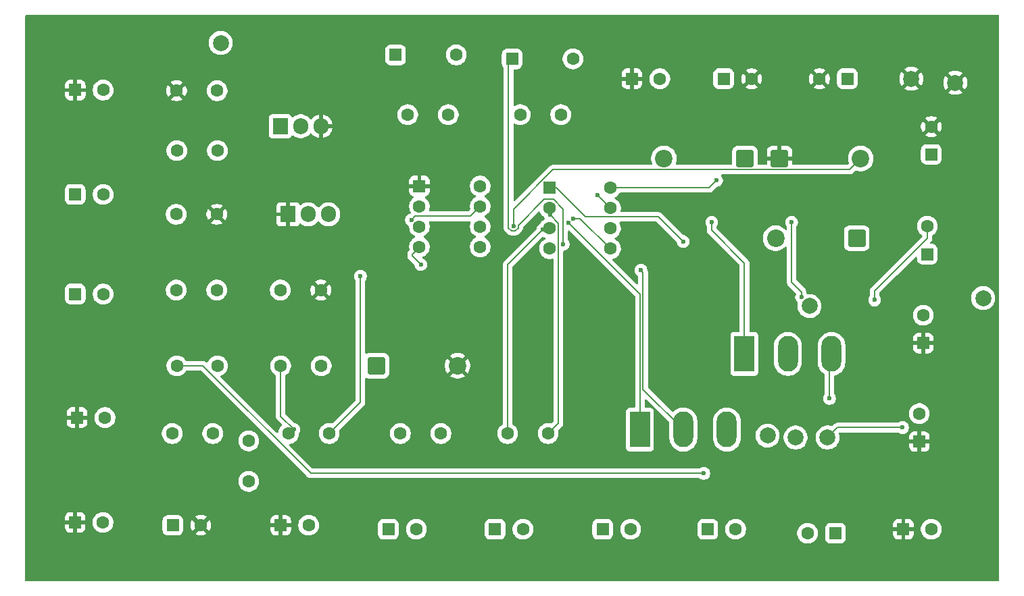
<source format=gbr>
%TF.GenerationSoftware,KiCad,Pcbnew,9.0.4*%
%TF.CreationDate,2025-10-02T23:38:02+05:30*%
%TF.ProjectId,Class_D Amplifier,436c6173-735f-4442-9041-6d706c696669,rev?*%
%TF.SameCoordinates,Original*%
%TF.FileFunction,Copper,L2,Bot*%
%TF.FilePolarity,Positive*%
%FSLAX46Y46*%
G04 Gerber Fmt 4.6, Leading zero omitted, Abs format (unit mm)*
G04 Created by KiCad (PCBNEW 9.0.4) date 2025-10-02 23:38:02*
%MOMM*%
%LPD*%
G01*
G04 APERTURE LIST*
G04 Aperture macros list*
%AMRoundRect*
0 Rectangle with rounded corners*
0 $1 Rounding radius*
0 $2 $3 $4 $5 $6 $7 $8 $9 X,Y pos of 4 corners*
0 Add a 4 corners polygon primitive as box body*
4,1,4,$2,$3,$4,$5,$6,$7,$8,$9,$2,$3,0*
0 Add four circle primitives for the rounded corners*
1,1,$1+$1,$2,$3*
1,1,$1+$1,$4,$5*
1,1,$1+$1,$6,$7*
1,1,$1+$1,$8,$9*
0 Add four rect primitives between the rounded corners*
20,1,$1+$1,$2,$3,$4,$5,0*
20,1,$1+$1,$4,$5,$6,$7,0*
20,1,$1+$1,$6,$7,$8,$9,0*
20,1,$1+$1,$8,$9,$2,$3,0*%
G04 Aperture macros list end*
%TA.AperFunction,ComponentPad*%
%ADD10RoundRect,0.250000X-0.550000X-0.550000X0.550000X-0.550000X0.550000X0.550000X-0.550000X0.550000X0*%
%TD*%
%TA.AperFunction,ComponentPad*%
%ADD11C,1.600000*%
%TD*%
%TA.AperFunction,ComponentPad*%
%ADD12RoundRect,0.250000X0.550000X-0.550000X0.550000X0.550000X-0.550000X0.550000X-0.550000X-0.550000X0*%
%TD*%
%TA.AperFunction,ComponentPad*%
%ADD13R,2.500000X4.500000*%
%TD*%
%TA.AperFunction,ComponentPad*%
%ADD14O,2.500000X4.500000*%
%TD*%
%TA.AperFunction,ComponentPad*%
%ADD15C,2.000000*%
%TD*%
%TA.AperFunction,ComponentPad*%
%ADD16RoundRect,0.249999X0.850001X0.850001X-0.850001X0.850001X-0.850001X-0.850001X0.850001X-0.850001X0*%
%TD*%
%TA.AperFunction,ComponentPad*%
%ADD17C,2.200000*%
%TD*%
%TA.AperFunction,ComponentPad*%
%ADD18R,1.905000X2.000000*%
%TD*%
%TA.AperFunction,ComponentPad*%
%ADD19O,1.905000X2.000000*%
%TD*%
%TA.AperFunction,ComponentPad*%
%ADD20RoundRect,0.249999X-0.850001X-0.850001X0.850001X-0.850001X0.850001X0.850001X-0.850001X0.850001X0*%
%TD*%
%TA.AperFunction,ComponentPad*%
%ADD21RoundRect,0.250000X0.550000X0.550000X-0.550000X0.550000X-0.550000X-0.550000X0.550000X-0.550000X0*%
%TD*%
%TA.AperFunction,ViaPad*%
%ADD22C,0.600000*%
%TD*%
%TA.AperFunction,Conductor*%
%ADD23C,0.200000*%
%TD*%
G04 APERTURE END LIST*
D10*
%TO.P,C9,1*%
%TO.N,Net-(C9-Pad1)*%
X122847349Y-118000000D03*
D11*
%TO.P,C9,2*%
%TO.N,Net-(U2-CT)*%
X126347349Y-118000000D03*
%TD*%
D10*
%TO.P,U1,1,GND*%
%TO.N,Earth*%
X113380000Y-74960000D03*
D11*
%TO.P,U1,2,+*%
%TO.N,Net-(U1-+)*%
X113380000Y-77500000D03*
%TO.P,U1,3,-*%
%TO.N,Net-(U1--)*%
X113380000Y-80040000D03*
%TO.P,U1,4,V-*%
%TO.N,Net-(D4-A)*%
X113380000Y-82580000D03*
%TO.P,U1,5,BAL*%
%TO.N,unconnected-(U1-BAL-Pad5)*%
X121000000Y-82580000D03*
%TO.P,U1,6,STRB*%
%TO.N,unconnected-(U1-STRB-Pad6)*%
X121000000Y-80040000D03*
%TO.P,U1,7*%
%TO.N,Net-(Q1-C)*%
X121000000Y-77500000D03*
%TO.P,U1,8,V+*%
%TO.N,Net-(D5-K)*%
X121000000Y-74960000D03*
%TD*%
D12*
%TO.P,C16,1*%
%TO.N,Net-(D1-K)*%
X177000000Y-83500000D03*
D11*
%TO.P,C16,2*%
%TO.N,Net-(Q2-S)*%
X177000000Y-80000000D03*
%TD*%
D10*
%TO.P,C4,1*%
%TO.N,Earth*%
X70500000Y-104000000D03*
D11*
%TO.P,C4,2*%
%TO.N,Net-(D5-K)*%
X74000000Y-104000000D03*
%TD*%
D10*
%TO.P,C21,1*%
%TO.N,Earth*%
X140000000Y-61500000D03*
D11*
%TO.P,C21,2*%
%TO.N,Net-(D6-A)*%
X143500000Y-61500000D03*
%TD*%
D13*
%TO.P,Q3,1,G*%
%TO.N,Net-(D3-A)*%
X141000000Y-105500000D03*
D14*
%TO.P,Q3,2,D*%
%TO.N,Net-(Q2-S)*%
X146450000Y-105500000D03*
%TO.P,Q3,3,S*%
%TO.N,Net-(D6-A)*%
X151900000Y-105500000D03*
%TD*%
D11*
%TO.P,R6,1*%
%TO.N,Net-(D5-K)*%
X82420000Y-106000000D03*
%TO.P,R6,2*%
%TO.N,Net-(Q1-C)*%
X87500000Y-106000000D03*
%TD*%
%TO.P,R2,1*%
%TO.N,Net-(J1-Pin_1)*%
X88080000Y-70500000D03*
%TO.P,R2,2*%
%TO.N,Net-(U1-+)*%
X83000000Y-70500000D03*
%TD*%
D10*
%TO.P,D2,1,K*%
%TO.N,Net-(D2-K)*%
X125000000Y-59000000D03*
D11*
%TO.P,D2,2,A*%
%TO.N,Net-(D2-A)*%
X132620000Y-59000000D03*
%TD*%
D10*
%TO.P,C1,1*%
%TO.N,Earth*%
X70264698Y-62920000D03*
D11*
%TO.P,C1,2*%
%TO.N,Net-(U1-+)*%
X73764698Y-62920000D03*
%TD*%
D15*
%TO.P,J2,1,Pin_1*%
%TO.N,Net-(J2-Pin_1)*%
X162250000Y-90000000D03*
%TD*%
D16*
%TO.P,D1,1,K*%
%TO.N,Net-(D1-K)*%
X168160000Y-81500000D03*
D17*
%TO.P,D1,2,A*%
%TO.N,+15*%
X158000000Y-81500000D03*
%TD*%
D11*
%TO.P,R5,1*%
%TO.N,Net-(U1--)*%
X88080000Y-97500000D03*
%TO.P,R5,2*%
%TO.N,OUT*%
X83000000Y-97500000D03*
%TD*%
%TO.P,R9,1*%
%TO.N,Net-(U2-CT)*%
X124420000Y-106000000D03*
%TO.P,R9,2*%
%TO.N,Net-(U2-RT)*%
X129500000Y-106000000D03*
%TD*%
D10*
%TO.P,C13,1*%
%TO.N,Earth*%
X174000000Y-118000000D03*
D11*
%TO.P,C13,2*%
%TO.N,OUT*%
X177500000Y-118000000D03*
%TD*%
D13*
%TO.P,Q2,1,G*%
%TO.N,Net-(D2-A)*%
X154100000Y-96000000D03*
D14*
%TO.P,Q2,2,D*%
%TO.N,Net-(J2-Pin_1)*%
X159550000Y-96000000D03*
%TO.P,Q2,3,S*%
%TO.N,Net-(Q2-S)*%
X165000000Y-96000000D03*
%TD*%
D10*
%TO.P,C10,1*%
%TO.N,Net-(U2-CT)*%
X136347349Y-118000000D03*
D11*
%TO.P,C10,2*%
%TO.N,Net-(D6-A)*%
X139847349Y-118000000D03*
%TD*%
D16*
%TO.P,D6,1,K*%
%TO.N,Net-(D6-K)*%
X154160000Y-71500000D03*
D17*
%TO.P,D6,2,A*%
%TO.N,Net-(D6-A)*%
X144000000Y-71500000D03*
%TD*%
D11*
%TO.P,R3,1*%
%TO.N,Net-(U1--)*%
X82920000Y-78500000D03*
%TO.P,R3,2*%
%TO.N,Earth*%
X88000000Y-78500000D03*
%TD*%
D10*
%TO.P,C6,1*%
%TO.N,Net-(J2-Pin_1)*%
X82500000Y-117500000D03*
D11*
%TO.P,C6,2*%
%TO.N,Earth*%
X86000000Y-117500000D03*
%TD*%
D15*
%TO.P,L1,1,1*%
%TO.N,Net-(Q2-S)*%
X160500000Y-106500000D03*
%TO.P,L1,2,2*%
%TO.N,OUT*%
X164500000Y-106500000D03*
%TD*%
D11*
%TO.P,R1,1*%
%TO.N,Earth*%
X82965000Y-63000000D03*
%TO.P,R1,2*%
%TO.N,Net-(J1-Pin_1)*%
X88045000Y-63000000D03*
%TD*%
%TO.P,R13,1*%
%TO.N,Net-(D4-A)*%
X101080000Y-97500000D03*
%TO.P,R13,2*%
%TO.N,Net-(D6-A)*%
X96000000Y-97500000D03*
%TD*%
D12*
%TO.P,C15,1*%
%TO.N,Earth*%
X176500000Y-94652651D03*
D11*
%TO.P,C15,2*%
%TO.N,OUT*%
X176500000Y-91152651D03*
%TD*%
D10*
%TO.P,C5,1*%
%TO.N,Earth*%
X70250000Y-117150000D03*
D11*
%TO.P,C5,2*%
%TO.N,Net-(D5-K)*%
X73750000Y-117150000D03*
%TD*%
D15*
%TO.P,J4,1,Pin_1*%
%TO.N,Earth*%
X175000000Y-61500000D03*
%TD*%
%TO.P,J5,1,Pin_1*%
%TO.N,Earth*%
X180500000Y-62000000D03*
%TD*%
D18*
%TO.P,Q1,1,B*%
%TO.N,Earth*%
X96920000Y-78500000D03*
D19*
%TO.P,Q1,2,C*%
%TO.N,Net-(Q1-C)*%
X99460000Y-78500000D03*
%TO.P,Q1,3,E*%
%TO.N,Net-(Q1-E)*%
X102000000Y-78500000D03*
%TD*%
D15*
%TO.P,J6,1,Pin_1*%
%TO.N,Net-(D6-A)*%
X157000000Y-106250000D03*
%TD*%
D11*
%TO.P,R8,1*%
%TO.N,Net-(C9-Pad1)*%
X116080000Y-106000000D03*
%TO.P,R8,2*%
%TO.N,Net-(C8-Pad2)*%
X111000000Y-106000000D03*
%TD*%
D20*
%TO.P,D4,1,K*%
%TO.N,Earth*%
X158500000Y-71500000D03*
D17*
%TO.P,D4,2,A*%
%TO.N,Net-(D4-A)*%
X168660000Y-71500000D03*
%TD*%
D11*
%TO.P,R10,1*%
%TO.N,Net-(D2-K)*%
X126000000Y-66000000D03*
%TO.P,R10,2*%
%TO.N,Net-(D2-A)*%
X131080000Y-66000000D03*
%TD*%
D10*
%TO.P,C7,1*%
%TO.N,Earth*%
X96000000Y-117500000D03*
D11*
%TO.P,C7,2*%
%TO.N,Net-(D6-A)*%
X99500000Y-117500000D03*
%TD*%
%TO.P,R11,1*%
%TO.N,Net-(D3-K)*%
X111920000Y-66000000D03*
%TO.P,R11,2*%
%TO.N,Net-(D3-A)*%
X117000000Y-66000000D03*
%TD*%
D18*
%TO.P,Q4,1,B*%
%TO.N,Net-(D6-K)*%
X95960000Y-67450000D03*
D19*
%TO.P,Q4,2,C*%
%TO.N,+15*%
X98500000Y-67450000D03*
%TO.P,Q4,3,E*%
%TO.N,Earth*%
X101040000Y-67450000D03*
%TD*%
D12*
%TO.P,C14,1*%
%TO.N,Earth*%
X176000000Y-107000000D03*
D11*
%TO.P,C14,2*%
%TO.N,OUT*%
X176000000Y-103500000D03*
%TD*%
D10*
%TO.P,U2,1,VCC*%
%TO.N,+15*%
X129695000Y-75190000D03*
D11*
%TO.P,U2,2,RT*%
%TO.N,Net-(U2-RT)*%
X129695000Y-77730000D03*
%TO.P,U2,3,CT*%
%TO.N,Net-(U2-CT)*%
X129695000Y-80270000D03*
%TO.P,U2,4,COM*%
%TO.N,Net-(D6-A)*%
X129695000Y-82810000D03*
%TO.P,U2,5,LO*%
%TO.N,Net-(D3-K)*%
X137315000Y-82810000D03*
%TO.P,U2,6,VS*%
%TO.N,Net-(Q2-S)*%
X137315000Y-80270000D03*
%TO.P,U2,7,HO*%
%TO.N,Net-(D2-K)*%
X137315000Y-77730000D03*
%TO.P,U2,8,VB*%
%TO.N,Net-(D1-K)*%
X137315000Y-75190000D03*
%TD*%
D20*
%TO.P,D5,1,K*%
%TO.N,Net-(D5-K)*%
X108000000Y-97500000D03*
D17*
%TO.P,D5,2,A*%
%TO.N,Earth*%
X118160000Y-97500000D03*
%TD*%
D10*
%TO.P,D3,1,K*%
%TO.N,Net-(D3-K)*%
X110380000Y-58500000D03*
D11*
%TO.P,D3,2,A*%
%TO.N,Net-(D3-A)*%
X118000000Y-58500000D03*
%TD*%
D15*
%TO.P,J1,1,Pin_1*%
%TO.N,Net-(J1-Pin_1)*%
X88500000Y-57000000D03*
%TD*%
D10*
%TO.P,C3,1*%
%TO.N,Net-(C3-Pad1)*%
X70264698Y-88500000D03*
D11*
%TO.P,C3,2*%
%TO.N,Net-(D6-A)*%
X73764698Y-88500000D03*
%TD*%
D10*
%TO.P,C2,1*%
%TO.N,Net-(U1--)*%
X70264698Y-76000000D03*
D11*
%TO.P,C2,2*%
%TO.N,Net-(C2-Pad2)*%
X73764698Y-76000000D03*
%TD*%
D10*
%TO.P,C11,1*%
%TO.N,+15*%
X149500000Y-118000000D03*
D11*
%TO.P,C11,2*%
%TO.N,Net-(D6-A)*%
X153000000Y-118000000D03*
%TD*%
D10*
%TO.P,C20,1*%
%TO.N,Net-(J2-Pin_1)*%
X151500000Y-61500000D03*
D11*
%TO.P,C20,2*%
%TO.N,Earth*%
X155000000Y-61500000D03*
%TD*%
D10*
%TO.P,C8,1*%
%TO.N,Net-(Q1-E)*%
X109500000Y-118000000D03*
D11*
%TO.P,C8,2*%
%TO.N,Net-(C8-Pad2)*%
X113000000Y-118000000D03*
%TD*%
%TO.P,R7,1*%
%TO.N,Net-(Q1-E)*%
X102080000Y-106000000D03*
%TO.P,R7,2*%
%TO.N,Net-(D6-A)*%
X97000000Y-106000000D03*
%TD*%
%TO.P,R12,1*%
%TO.N,Earth*%
X101035000Y-88000000D03*
%TO.P,R12,2*%
%TO.N,Net-(C3-Pad1)*%
X95955000Y-88000000D03*
%TD*%
%TO.P,R15,1*%
%TO.N,Net-(D5-K)*%
X92000000Y-106920000D03*
%TO.P,R15,2*%
%TO.N,Net-(J2-Pin_1)*%
X92000000Y-112000000D03*
%TD*%
D15*
%TO.P,J3,1,Pin_1*%
%TO.N,OUT*%
X184000000Y-89000000D03*
%TD*%
D12*
%TO.P,C17,1*%
%TO.N,Net-(D4-A)*%
X177500000Y-71000000D03*
D11*
%TO.P,C17,2*%
%TO.N,Earth*%
X177500000Y-67500000D03*
%TD*%
%TO.P,R4,1*%
%TO.N,OUT*%
X82920000Y-88000000D03*
%TO.P,R4,2*%
%TO.N,Net-(C2-Pad2)*%
X88000000Y-88000000D03*
%TD*%
D21*
%TO.P,C18,1*%
%TO.N,Net-(D4-A)*%
X167000000Y-61500000D03*
D11*
%TO.P,C18,2*%
%TO.N,Earth*%
X163500000Y-61500000D03*
%TD*%
D21*
%TO.P,C12,1*%
%TO.N,+15*%
X165500000Y-118500000D03*
D11*
%TO.P,C12,2*%
%TO.N,Net-(D6-A)*%
X162000000Y-118500000D03*
%TD*%
D22*
%TO.N,Net-(D6-A)*%
X97673576Y-105499000D03*
%TO.N,Net-(J2-Pin_1)*%
X161250000Y-88901000D03*
X160000000Y-79499000D03*
%TO.N,Net-(Q1-E)*%
X106000000Y-86250000D03*
%TO.N,Net-(U2-CT)*%
X128847790Y-80402210D03*
%TO.N,+15*%
X146424265Y-81924265D03*
%TO.N,OUT*%
X173902000Y-105250000D03*
X148999000Y-111000000D03*
%TO.N,Net-(D1-K)*%
X150600000Y-74250000D03*
%TO.N,Net-(Q2-S)*%
X141125735Y-85525735D03*
X164750000Y-101600000D03*
X170400000Y-89250000D03*
%TO.N,Net-(D4-A)*%
X125153071Y-79961600D03*
X113557790Y-84807790D03*
%TO.N,Net-(D2-K)*%
X131396000Y-82260849D03*
X135686714Y-76059639D03*
%TO.N,Net-(D2-A)*%
X150000000Y-79499000D03*
%TO.N,Net-(D3-A)*%
X132078235Y-79578235D03*
%TO.N,Net-(D3-K)*%
X132643923Y-79012548D03*
%TO.N,Net-(Q1-C)*%
X112386985Y-79201000D03*
%TO.N,Net-(U2-RT)*%
X129750000Y-78569000D03*
%TD*%
D23*
%TO.N,Net-(D6-A)*%
X96000000Y-103825424D02*
X96000000Y-97500000D01*
X97673576Y-105499000D02*
X96000000Y-103825424D01*
%TO.N,Net-(J2-Pin_1)*%
X160000000Y-79499000D02*
X160000000Y-87000000D01*
X161250000Y-88901000D02*
X161250000Y-88250000D01*
X161250000Y-88250000D02*
X160000000Y-87000000D01*
%TO.N,Net-(Q1-E)*%
X106000000Y-86250000D02*
X106000000Y-102080000D01*
X106000000Y-102080000D02*
X102080000Y-106000000D01*
%TO.N,Net-(U2-CT)*%
X124420000Y-84830000D02*
X124420000Y-106000000D01*
X128847790Y-80402210D02*
X124420000Y-84830000D01*
%TO.N,+15*%
X143331000Y-78831000D02*
X134136000Y-78831000D01*
X130495000Y-75190000D02*
X129695000Y-75190000D01*
X134136000Y-78831000D02*
X130495000Y-75190000D01*
X146424265Y-81924265D02*
X143331000Y-78831000D01*
%TO.N,OUT*%
X173902000Y-105250000D02*
X165750000Y-105250000D01*
X86250000Y-97500000D02*
X83000000Y-97500000D01*
X148999000Y-111000000D02*
X99750000Y-111000000D01*
X99750000Y-111000000D02*
X86250000Y-97500000D01*
X165750000Y-105250000D02*
X164500000Y-106500000D01*
%TO.N,Net-(D1-K)*%
X150600000Y-74250000D02*
X149660000Y-75190000D01*
X149660000Y-75190000D02*
X137315000Y-75190000D01*
%TO.N,Net-(Q2-S)*%
X170400000Y-89250000D02*
X170400000Y-88100000D01*
X164750000Y-96250000D02*
X165000000Y-96000000D01*
X170400000Y-88100000D02*
X177000000Y-81500000D01*
X141401000Y-100451000D02*
X146450000Y-105500000D01*
X177000000Y-81500000D02*
X177000000Y-80000000D01*
X141401000Y-85801000D02*
X141401000Y-100451000D01*
X141125735Y-85525735D02*
X141401000Y-85801000D01*
X164750000Y-101600000D02*
X164750000Y-96250000D01*
%TO.N,Net-(D4-A)*%
X112460000Y-83500000D02*
X113380000Y-82580000D01*
X125153071Y-79961600D02*
X125153071Y-77845769D01*
X112460000Y-83710000D02*
X112460000Y-83500000D01*
X167259000Y-72901000D02*
X168660000Y-71500000D01*
X130097840Y-72901000D02*
X167259000Y-72901000D01*
X113557790Y-84807790D02*
X112460000Y-83710000D01*
X125153071Y-77845769D02*
X130097840Y-72901000D01*
%TO.N,Net-(D2-K)*%
X125754071Y-79867950D02*
X125754071Y-80210543D01*
X131396000Y-82260849D02*
X131396000Y-77873950D01*
X135686714Y-76101714D02*
X137315000Y-77730000D01*
X125402014Y-80562600D02*
X124904128Y-80562600D01*
X124552071Y-80210543D02*
X124552071Y-59447929D01*
X124552071Y-59447929D02*
X125000000Y-59000000D01*
X124904128Y-80562600D02*
X124552071Y-80210543D01*
X125754071Y-80210543D02*
X125402014Y-80562600D01*
X131396000Y-77873950D02*
X130151050Y-76629000D01*
X135686714Y-76059639D02*
X135686714Y-76101714D01*
X130151050Y-76629000D02*
X128993021Y-76629000D01*
X128993021Y-76629000D02*
X125754071Y-79867950D01*
%TO.N,Net-(D2-A)*%
X154100000Y-84600000D02*
X154100000Y-96000000D01*
X150000000Y-79499000D02*
X150000000Y-80500000D01*
X150000000Y-80500000D02*
X154100000Y-84600000D01*
%TO.N,Net-(D3-A)*%
X141000000Y-88500000D02*
X141000000Y-105500000D01*
X132078235Y-79578235D02*
X141000000Y-88500000D01*
%TO.N,Net-(D3-K)*%
X132643923Y-79012548D02*
X133517548Y-79012548D01*
X133517548Y-79012548D02*
X137315000Y-82810000D01*
%TO.N,Net-(Q1-C)*%
X112837985Y-78750000D02*
X119750000Y-78750000D01*
X119750000Y-78750000D02*
X121000000Y-77500000D01*
X112386985Y-79201000D02*
X112837985Y-78750000D01*
%TO.N,Net-(U2-RT)*%
X130796000Y-79615000D02*
X130796000Y-104704000D01*
X130796000Y-104704000D02*
X129500000Y-106000000D01*
X129750000Y-78569000D02*
X130796000Y-79615000D01*
%TD*%
%TA.AperFunction,Conductor*%
%TO.N,Earth*%
G36*
X185942539Y-53520185D02*
G01*
X185988294Y-53572989D01*
X185999500Y-53624500D01*
X185999500Y-124375500D01*
X185979815Y-124442539D01*
X185927011Y-124488294D01*
X185875500Y-124499500D01*
X64124500Y-124499500D01*
X64057461Y-124479815D01*
X64011706Y-124427011D01*
X64000500Y-124375500D01*
X64000500Y-116550013D01*
X68950000Y-116550013D01*
X68950000Y-116900000D01*
X69934314Y-116900000D01*
X69929920Y-116904394D01*
X69877259Y-116995606D01*
X69850000Y-117097339D01*
X69850000Y-117202661D01*
X69877259Y-117304394D01*
X69929920Y-117395606D01*
X69934314Y-117400000D01*
X68950001Y-117400000D01*
X68950001Y-117749986D01*
X68960494Y-117852697D01*
X69015641Y-118019119D01*
X69015643Y-118019124D01*
X69107684Y-118168345D01*
X69231654Y-118292315D01*
X69380875Y-118384356D01*
X69380880Y-118384358D01*
X69547302Y-118439505D01*
X69547309Y-118439506D01*
X69650019Y-118449999D01*
X69999999Y-118449999D01*
X70000000Y-118449998D01*
X70000000Y-117465686D01*
X70004394Y-117470080D01*
X70095606Y-117522741D01*
X70197339Y-117550000D01*
X70302661Y-117550000D01*
X70404394Y-117522741D01*
X70495606Y-117470080D01*
X70500000Y-117465686D01*
X70500000Y-118449999D01*
X70849972Y-118449999D01*
X70849986Y-118449998D01*
X70952697Y-118439505D01*
X71119119Y-118384358D01*
X71119124Y-118384356D01*
X71268345Y-118292315D01*
X71392315Y-118168345D01*
X71484356Y-118019124D01*
X71484358Y-118019119D01*
X71539505Y-117852697D01*
X71539506Y-117852690D01*
X71549999Y-117749986D01*
X71550000Y-117749973D01*
X71550000Y-117400000D01*
X70565686Y-117400000D01*
X70570080Y-117395606D01*
X70622741Y-117304394D01*
X70650000Y-117202661D01*
X70650000Y-117097339D01*
X70636685Y-117047648D01*
X72449500Y-117047648D01*
X72449500Y-117252352D01*
X72451533Y-117265185D01*
X72481522Y-117454534D01*
X72544781Y-117649223D01*
X72598369Y-117754394D01*
X72631838Y-117820080D01*
X72637715Y-117831613D01*
X72758028Y-117997213D01*
X72902786Y-118141971D01*
X73018336Y-118225921D01*
X73068390Y-118262287D01*
X73181815Y-118320080D01*
X73250776Y-118355218D01*
X73250778Y-118355218D01*
X73250781Y-118355220D01*
X73340459Y-118384358D01*
X73445465Y-118418477D01*
X73546557Y-118434488D01*
X73647648Y-118450500D01*
X73647649Y-118450500D01*
X73852351Y-118450500D01*
X73852352Y-118450500D01*
X74054534Y-118418477D01*
X74249219Y-118355220D01*
X74250717Y-118354457D01*
X74264922Y-118347219D01*
X74431610Y-118262287D01*
X74543013Y-118181349D01*
X74597213Y-118141971D01*
X74597215Y-118141968D01*
X74597219Y-118141966D01*
X74741966Y-117997219D01*
X74741968Y-117997215D01*
X74741971Y-117997213D01*
X74812605Y-117899992D01*
X74862287Y-117831610D01*
X74955220Y-117649219D01*
X75018477Y-117454534D01*
X75050500Y-117252352D01*
X75050500Y-117047648D01*
X75027112Y-116899983D01*
X81199500Y-116899983D01*
X81199500Y-118100001D01*
X81199501Y-118100018D01*
X81210000Y-118202796D01*
X81210001Y-118202799D01*
X81265185Y-118369331D01*
X81265187Y-118369336D01*
X81274453Y-118384358D01*
X81357288Y-118518656D01*
X81481344Y-118642712D01*
X81630666Y-118734814D01*
X81797203Y-118789999D01*
X81899991Y-118800500D01*
X83100008Y-118800499D01*
X83202797Y-118789999D01*
X83369334Y-118734814D01*
X83518656Y-118642712D01*
X83642712Y-118518656D01*
X83734814Y-118369334D01*
X83789999Y-118202797D01*
X83800500Y-118100009D01*
X83800499Y-117397682D01*
X84700000Y-117397682D01*
X84700000Y-117602317D01*
X84732009Y-117804417D01*
X84795244Y-117999031D01*
X84888141Y-118181350D01*
X84888147Y-118181359D01*
X84920523Y-118225921D01*
X84920524Y-118225922D01*
X85600000Y-117546446D01*
X85600000Y-117552661D01*
X85627259Y-117654394D01*
X85679920Y-117745606D01*
X85754394Y-117820080D01*
X85845606Y-117872741D01*
X85947339Y-117900000D01*
X85953553Y-117900000D01*
X85274076Y-118579474D01*
X85318650Y-118611859D01*
X85500968Y-118704755D01*
X85695582Y-118767990D01*
X85897683Y-118800000D01*
X86102317Y-118800000D01*
X86304417Y-118767990D01*
X86499031Y-118704755D01*
X86681349Y-118611859D01*
X86725921Y-118579474D01*
X86046447Y-117900000D01*
X86052661Y-117900000D01*
X86154394Y-117872741D01*
X86245606Y-117820080D01*
X86320080Y-117745606D01*
X86372741Y-117654394D01*
X86400000Y-117552661D01*
X86400000Y-117546448D01*
X87079474Y-118225922D01*
X87079474Y-118225921D01*
X87111859Y-118181349D01*
X87204755Y-117999031D01*
X87267989Y-117804417D01*
X87287816Y-117679240D01*
X87287816Y-117679239D01*
X87300000Y-117602316D01*
X87300000Y-117397682D01*
X87267990Y-117195582D01*
X87204754Y-117000965D01*
X87180396Y-116953160D01*
X87180395Y-116953159D01*
X87153316Y-116900013D01*
X94700000Y-116900013D01*
X94700000Y-117250000D01*
X95684314Y-117250000D01*
X95679920Y-117254394D01*
X95627259Y-117345606D01*
X95600000Y-117447339D01*
X95600000Y-117552661D01*
X95627259Y-117654394D01*
X95679920Y-117745606D01*
X95684314Y-117750000D01*
X94700001Y-117750000D01*
X94700001Y-118099986D01*
X94710494Y-118202697D01*
X94765641Y-118369119D01*
X94765643Y-118369124D01*
X94857684Y-118518345D01*
X94981654Y-118642315D01*
X95130875Y-118734356D01*
X95130880Y-118734358D01*
X95297302Y-118789505D01*
X95297309Y-118789506D01*
X95400019Y-118799999D01*
X95749999Y-118799999D01*
X95750000Y-118799998D01*
X95750000Y-117815686D01*
X95754394Y-117820080D01*
X95845606Y-117872741D01*
X95947339Y-117900000D01*
X96052661Y-117900000D01*
X96154394Y-117872741D01*
X96245606Y-117820080D01*
X96250000Y-117815686D01*
X96250000Y-118799999D01*
X96599972Y-118799999D01*
X96599986Y-118799998D01*
X96702697Y-118789505D01*
X96869119Y-118734358D01*
X96869124Y-118734356D01*
X97018345Y-118642315D01*
X97142315Y-118518345D01*
X97234356Y-118369124D01*
X97234358Y-118369119D01*
X97289505Y-118202697D01*
X97289506Y-118202690D01*
X97299999Y-118099986D01*
X97300000Y-118099973D01*
X97300000Y-117750000D01*
X96315686Y-117750000D01*
X96320080Y-117745606D01*
X96372741Y-117654394D01*
X96400000Y-117552661D01*
X96400000Y-117447339D01*
X96386685Y-117397648D01*
X98199500Y-117397648D01*
X98199500Y-117602351D01*
X98231522Y-117804534D01*
X98294781Y-117999223D01*
X98346135Y-118100009D01*
X98387585Y-118181359D01*
X98387715Y-118181613D01*
X98508028Y-118347213D01*
X98652786Y-118491971D01*
X98807749Y-118604556D01*
X98818390Y-118612287D01*
X98934607Y-118671503D01*
X99000776Y-118705218D01*
X99000778Y-118705218D01*
X99000781Y-118705220D01*
X99090459Y-118734358D01*
X99195465Y-118768477D01*
X99296557Y-118784488D01*
X99397648Y-118800500D01*
X99397649Y-118800500D01*
X99602351Y-118800500D01*
X99602352Y-118800500D01*
X99804534Y-118768477D01*
X99999219Y-118705220D01*
X100181610Y-118612287D01*
X100310482Y-118518657D01*
X100347213Y-118491971D01*
X100347215Y-118491968D01*
X100347219Y-118491966D01*
X100491966Y-118347219D01*
X100491968Y-118347215D01*
X100491971Y-118347213D01*
X100562599Y-118250000D01*
X100612287Y-118181610D01*
X100705220Y-117999219D01*
X100768477Y-117804534D01*
X100800500Y-117602352D01*
X100800500Y-117399983D01*
X108199500Y-117399983D01*
X108199500Y-118600001D01*
X108199501Y-118600018D01*
X108210000Y-118702796D01*
X108210001Y-118702799D01*
X108243713Y-118804534D01*
X108265186Y-118869334D01*
X108357288Y-119018656D01*
X108481344Y-119142712D01*
X108630666Y-119234814D01*
X108797203Y-119289999D01*
X108899991Y-119300500D01*
X110100008Y-119300499D01*
X110202797Y-119289999D01*
X110369334Y-119234814D01*
X110518656Y-119142712D01*
X110642712Y-119018656D01*
X110734814Y-118869334D01*
X110789999Y-118702797D01*
X110800500Y-118600009D01*
X110800499Y-117897648D01*
X111699500Y-117897648D01*
X111699500Y-118102351D01*
X111731522Y-118304534D01*
X111794781Y-118499223D01*
X111852391Y-118612287D01*
X111867893Y-118642712D01*
X111887715Y-118681613D01*
X112008028Y-118847213D01*
X112152786Y-118991971D01*
X112301480Y-119100001D01*
X112318390Y-119112287D01*
X112434607Y-119171503D01*
X112500776Y-119205218D01*
X112500778Y-119205218D01*
X112500781Y-119205220D01*
X112590459Y-119234358D01*
X112695465Y-119268477D01*
X112796557Y-119284488D01*
X112897648Y-119300500D01*
X112897649Y-119300500D01*
X113102351Y-119300500D01*
X113102352Y-119300500D01*
X113304534Y-119268477D01*
X113499219Y-119205220D01*
X113681610Y-119112287D01*
X113810482Y-119018657D01*
X113847213Y-118991971D01*
X113847215Y-118991968D01*
X113847219Y-118991966D01*
X113991966Y-118847219D01*
X113991968Y-118847215D01*
X113991971Y-118847213D01*
X114073632Y-118734814D01*
X114112287Y-118681610D01*
X114205220Y-118499219D01*
X114268477Y-118304534D01*
X114300500Y-118102352D01*
X114300500Y-117897648D01*
X114284590Y-117797200D01*
X114268477Y-117695465D01*
X114212355Y-117522741D01*
X114205220Y-117500781D01*
X114205218Y-117500778D01*
X114205218Y-117500776D01*
X114180940Y-117453129D01*
X114177990Y-117447339D01*
X114153861Y-117399983D01*
X121546849Y-117399983D01*
X121546849Y-118600001D01*
X121546850Y-118600018D01*
X121557349Y-118702796D01*
X121557350Y-118702799D01*
X121591062Y-118804534D01*
X121612535Y-118869334D01*
X121704637Y-119018656D01*
X121828693Y-119142712D01*
X121978015Y-119234814D01*
X122144552Y-119289999D01*
X122247340Y-119300500D01*
X123447357Y-119300499D01*
X123550146Y-119289999D01*
X123716683Y-119234814D01*
X123866005Y-119142712D01*
X123990061Y-119018656D01*
X124082163Y-118869334D01*
X124137348Y-118702797D01*
X124147849Y-118600009D01*
X124147848Y-117897648D01*
X125046849Y-117897648D01*
X125046849Y-118102351D01*
X125078871Y-118304534D01*
X125142130Y-118499223D01*
X125199740Y-118612287D01*
X125215242Y-118642712D01*
X125235064Y-118681613D01*
X125355377Y-118847213D01*
X125500135Y-118991971D01*
X125648829Y-119100001D01*
X125665739Y-119112287D01*
X125781956Y-119171503D01*
X125848125Y-119205218D01*
X125848127Y-119205218D01*
X125848130Y-119205220D01*
X125937808Y-119234358D01*
X126042814Y-119268477D01*
X126143906Y-119284488D01*
X126244997Y-119300500D01*
X126244998Y-119300500D01*
X126449700Y-119300500D01*
X126449701Y-119300500D01*
X126651883Y-119268477D01*
X126846568Y-119205220D01*
X127028959Y-119112287D01*
X127157831Y-119018657D01*
X127194562Y-118991971D01*
X127194564Y-118991968D01*
X127194568Y-118991966D01*
X127339315Y-118847219D01*
X127339317Y-118847215D01*
X127339320Y-118847213D01*
X127420981Y-118734814D01*
X127459636Y-118681610D01*
X127552569Y-118499219D01*
X127615826Y-118304534D01*
X127647849Y-118102352D01*
X127647849Y-117897648D01*
X127631939Y-117797200D01*
X127615826Y-117695465D01*
X127559704Y-117522741D01*
X127552569Y-117500781D01*
X127552567Y-117500778D01*
X127552567Y-117500776D01*
X127528289Y-117453129D01*
X127525339Y-117447339D01*
X127501210Y-117399983D01*
X135046849Y-117399983D01*
X135046849Y-118600001D01*
X135046850Y-118600018D01*
X135057349Y-118702796D01*
X135057350Y-118702799D01*
X135091062Y-118804534D01*
X135112535Y-118869334D01*
X135204637Y-119018656D01*
X135328693Y-119142712D01*
X135478015Y-119234814D01*
X135644552Y-119289999D01*
X135747340Y-119300500D01*
X136947357Y-119300499D01*
X137050146Y-119289999D01*
X137216683Y-119234814D01*
X137366005Y-119142712D01*
X137490061Y-119018656D01*
X137582163Y-118869334D01*
X137637348Y-118702797D01*
X137647849Y-118600009D01*
X137647848Y-117897648D01*
X138546849Y-117897648D01*
X138546849Y-118102351D01*
X138578871Y-118304534D01*
X138642130Y-118499223D01*
X138699740Y-118612287D01*
X138715242Y-118642712D01*
X138735064Y-118681613D01*
X138855377Y-118847213D01*
X139000135Y-118991971D01*
X139148829Y-119100001D01*
X139165739Y-119112287D01*
X139281956Y-119171503D01*
X139348125Y-119205218D01*
X139348127Y-119205218D01*
X139348130Y-119205220D01*
X139437808Y-119234358D01*
X139542814Y-119268477D01*
X139643906Y-119284488D01*
X139744997Y-119300500D01*
X139744998Y-119300500D01*
X139949700Y-119300500D01*
X139949701Y-119300500D01*
X140151883Y-119268477D01*
X140346568Y-119205220D01*
X140528959Y-119112287D01*
X140657831Y-119018657D01*
X140694562Y-118991971D01*
X140694564Y-118991968D01*
X140694568Y-118991966D01*
X140839315Y-118847219D01*
X140839317Y-118847215D01*
X140839320Y-118847213D01*
X140920981Y-118734814D01*
X140959636Y-118681610D01*
X141052569Y-118499219D01*
X141115826Y-118304534D01*
X141147849Y-118102352D01*
X141147849Y-117897648D01*
X141131939Y-117797200D01*
X141115826Y-117695465D01*
X141059704Y-117522741D01*
X141052569Y-117500781D01*
X141052567Y-117500778D01*
X141052567Y-117500776D01*
X141028289Y-117453129D01*
X141025339Y-117447339D01*
X141001210Y-117399983D01*
X148199500Y-117399983D01*
X148199500Y-118600001D01*
X148199501Y-118600018D01*
X148210000Y-118702796D01*
X148210001Y-118702799D01*
X148243713Y-118804534D01*
X148265186Y-118869334D01*
X148357288Y-119018656D01*
X148481344Y-119142712D01*
X148630666Y-119234814D01*
X148797203Y-119289999D01*
X148899991Y-119300500D01*
X150100008Y-119300499D01*
X150202797Y-119289999D01*
X150369334Y-119234814D01*
X150518656Y-119142712D01*
X150642712Y-119018656D01*
X150734814Y-118869334D01*
X150789999Y-118702797D01*
X150800500Y-118600009D01*
X150800499Y-117897648D01*
X151699500Y-117897648D01*
X151699500Y-118102351D01*
X151731522Y-118304534D01*
X151794781Y-118499223D01*
X151852391Y-118612287D01*
X151867893Y-118642712D01*
X151887715Y-118681613D01*
X152008028Y-118847213D01*
X152152786Y-118991971D01*
X152301480Y-119100001D01*
X152318390Y-119112287D01*
X152434607Y-119171503D01*
X152500776Y-119205218D01*
X152500778Y-119205218D01*
X152500781Y-119205220D01*
X152590459Y-119234358D01*
X152695465Y-119268477D01*
X152796557Y-119284488D01*
X152897648Y-119300500D01*
X152897649Y-119300500D01*
X153102351Y-119300500D01*
X153102352Y-119300500D01*
X153304534Y-119268477D01*
X153499219Y-119205220D01*
X153681610Y-119112287D01*
X153810482Y-119018657D01*
X153847213Y-118991971D01*
X153847215Y-118991968D01*
X153847219Y-118991966D01*
X153991966Y-118847219D01*
X153991968Y-118847215D01*
X153991971Y-118847213D01*
X154073632Y-118734814D01*
X154112287Y-118681610D01*
X154205220Y-118499219D01*
X154238222Y-118397648D01*
X160699500Y-118397648D01*
X160699500Y-118602351D01*
X160731522Y-118804534D01*
X160794781Y-118999223D01*
X160852391Y-119112287D01*
X160867893Y-119142712D01*
X160887715Y-119181613D01*
X161008028Y-119347213D01*
X161152786Y-119491971D01*
X161307749Y-119604556D01*
X161318390Y-119612287D01*
X161434607Y-119671503D01*
X161500776Y-119705218D01*
X161500778Y-119705218D01*
X161500781Y-119705220D01*
X161591856Y-119734812D01*
X161695465Y-119768477D01*
X161796557Y-119784488D01*
X161897648Y-119800500D01*
X161897649Y-119800500D01*
X162102351Y-119800500D01*
X162102352Y-119800500D01*
X162304534Y-119768477D01*
X162499219Y-119705220D01*
X162681610Y-119612287D01*
X162810482Y-119518657D01*
X162847213Y-119491971D01*
X162847215Y-119491968D01*
X162847219Y-119491966D01*
X162991966Y-119347219D01*
X162991968Y-119347215D01*
X162991971Y-119347213D01*
X163073632Y-119234814D01*
X163112287Y-119181610D01*
X163205220Y-118999219D01*
X163268477Y-118804534D01*
X163300500Y-118602352D01*
X163300500Y-118397648D01*
X163279060Y-118262284D01*
X163268477Y-118195465D01*
X163205218Y-118000776D01*
X163180940Y-117953129D01*
X163153861Y-117899983D01*
X164199500Y-117899983D01*
X164199500Y-119100001D01*
X164199501Y-119100018D01*
X164210000Y-119202796D01*
X164210001Y-119202799D01*
X164257856Y-119347213D01*
X164265186Y-119369334D01*
X164357288Y-119518656D01*
X164481344Y-119642712D01*
X164630666Y-119734814D01*
X164797203Y-119789999D01*
X164899991Y-119800500D01*
X166100008Y-119800499D01*
X166202797Y-119789999D01*
X166369334Y-119734814D01*
X166518656Y-119642712D01*
X166642712Y-119518656D01*
X166734814Y-119369334D01*
X166789999Y-119202797D01*
X166800500Y-119100009D01*
X166800499Y-117899992D01*
X166789999Y-117797203D01*
X166734814Y-117630666D01*
X166642712Y-117481344D01*
X166561381Y-117400013D01*
X172700000Y-117400013D01*
X172700000Y-117750000D01*
X173684314Y-117750000D01*
X173679920Y-117754394D01*
X173627259Y-117845606D01*
X173600000Y-117947339D01*
X173600000Y-118052661D01*
X173627259Y-118154394D01*
X173679920Y-118245606D01*
X173684314Y-118250000D01*
X172700001Y-118250000D01*
X172700001Y-118599986D01*
X172710494Y-118702697D01*
X172765641Y-118869119D01*
X172765643Y-118869124D01*
X172857684Y-119018345D01*
X172981654Y-119142315D01*
X173130875Y-119234356D01*
X173130880Y-119234358D01*
X173297302Y-119289505D01*
X173297309Y-119289506D01*
X173400019Y-119299999D01*
X173749999Y-119299999D01*
X173750000Y-119299998D01*
X173750000Y-118315686D01*
X173754394Y-118320080D01*
X173845606Y-118372741D01*
X173947339Y-118400000D01*
X174052661Y-118400000D01*
X174154394Y-118372741D01*
X174245606Y-118320080D01*
X174250000Y-118315686D01*
X174250000Y-119299999D01*
X174599972Y-119299999D01*
X174599986Y-119299998D01*
X174702697Y-119289505D01*
X174869119Y-119234358D01*
X174869124Y-119234356D01*
X175018345Y-119142315D01*
X175142315Y-119018345D01*
X175234356Y-118869124D01*
X175234358Y-118869119D01*
X175289505Y-118702697D01*
X175289506Y-118702690D01*
X175299999Y-118599986D01*
X175300000Y-118599973D01*
X175300000Y-118250000D01*
X174315686Y-118250000D01*
X174320080Y-118245606D01*
X174372741Y-118154394D01*
X174400000Y-118052661D01*
X174400000Y-117947339D01*
X174386685Y-117897648D01*
X176199500Y-117897648D01*
X176199500Y-118102351D01*
X176231522Y-118304534D01*
X176294781Y-118499223D01*
X176352391Y-118612287D01*
X176367893Y-118642712D01*
X176387715Y-118681613D01*
X176508028Y-118847213D01*
X176652786Y-118991971D01*
X176801480Y-119100001D01*
X176818390Y-119112287D01*
X176934607Y-119171503D01*
X177000776Y-119205218D01*
X177000778Y-119205218D01*
X177000781Y-119205220D01*
X177090459Y-119234358D01*
X177195465Y-119268477D01*
X177296557Y-119284488D01*
X177397648Y-119300500D01*
X177397649Y-119300500D01*
X177602351Y-119300500D01*
X177602352Y-119300500D01*
X177804534Y-119268477D01*
X177999219Y-119205220D01*
X178181610Y-119112287D01*
X178310482Y-119018657D01*
X178347213Y-118991971D01*
X178347215Y-118991968D01*
X178347219Y-118991966D01*
X178491966Y-118847219D01*
X178491968Y-118847215D01*
X178491971Y-118847213D01*
X178573632Y-118734814D01*
X178612287Y-118681610D01*
X178705220Y-118499219D01*
X178768477Y-118304534D01*
X178800500Y-118102352D01*
X178800500Y-117897648D01*
X178784590Y-117797200D01*
X178768477Y-117695465D01*
X178712355Y-117522741D01*
X178705220Y-117500781D01*
X178705218Y-117500778D01*
X178705218Y-117500776D01*
X178671503Y-117434607D01*
X178612287Y-117318390D01*
X178595134Y-117294781D01*
X178491971Y-117152786D01*
X178347213Y-117008028D01*
X178181613Y-116887715D01*
X178181612Y-116887714D01*
X178181610Y-116887713D01*
X178098694Y-116845465D01*
X177999223Y-116794781D01*
X177804534Y-116731522D01*
X177629995Y-116703878D01*
X177602352Y-116699500D01*
X177397648Y-116699500D01*
X177373329Y-116703351D01*
X177195465Y-116731522D01*
X177000776Y-116794781D01*
X176818386Y-116887715D01*
X176652786Y-117008028D01*
X176508028Y-117152786D01*
X176387715Y-117318386D01*
X176294781Y-117500776D01*
X176231522Y-117695465D01*
X176199500Y-117897648D01*
X174386685Y-117897648D01*
X174372741Y-117845606D01*
X174320080Y-117754394D01*
X174315686Y-117750000D01*
X175299999Y-117750000D01*
X175299999Y-117400028D01*
X175299998Y-117400013D01*
X175289505Y-117297302D01*
X175234358Y-117130880D01*
X175234356Y-117130875D01*
X175142315Y-116981654D01*
X175018345Y-116857684D01*
X174869124Y-116765643D01*
X174869119Y-116765641D01*
X174702697Y-116710494D01*
X174702690Y-116710493D01*
X174599986Y-116700000D01*
X174250000Y-116700000D01*
X174250000Y-117684314D01*
X174245606Y-117679920D01*
X174154394Y-117627259D01*
X174052661Y-117600000D01*
X173947339Y-117600000D01*
X173845606Y-117627259D01*
X173754394Y-117679920D01*
X173750000Y-117684314D01*
X173750000Y-116700000D01*
X173400028Y-116700000D01*
X173400012Y-116700001D01*
X173297302Y-116710494D01*
X173130880Y-116765641D01*
X173130875Y-116765643D01*
X172981654Y-116857684D01*
X172857684Y-116981654D01*
X172765643Y-117130875D01*
X172765641Y-117130880D01*
X172710494Y-117297302D01*
X172710493Y-117297309D01*
X172700000Y-117400013D01*
X166561381Y-117400013D01*
X166518656Y-117357288D01*
X166369334Y-117265186D01*
X166202797Y-117210001D01*
X166202795Y-117210000D01*
X166100010Y-117199500D01*
X164899998Y-117199500D01*
X164899981Y-117199501D01*
X164797203Y-117210000D01*
X164797200Y-117210001D01*
X164630668Y-117265185D01*
X164630663Y-117265187D01*
X164481342Y-117357289D01*
X164357289Y-117481342D01*
X164265187Y-117630663D01*
X164265186Y-117630666D01*
X164210001Y-117797203D01*
X164210001Y-117797204D01*
X164210000Y-117797204D01*
X164199500Y-117899983D01*
X163153861Y-117899983D01*
X163129767Y-117852697D01*
X163112287Y-117818390D01*
X163112285Y-117818387D01*
X163112284Y-117818385D01*
X162991971Y-117652786D01*
X162847213Y-117508028D01*
X162681613Y-117387715D01*
X162681612Y-117387714D01*
X162681610Y-117387713D01*
X162621898Y-117357288D01*
X162499223Y-117294781D01*
X162304534Y-117231522D01*
X162122309Y-117202661D01*
X162102352Y-117199500D01*
X161897648Y-117199500D01*
X161877691Y-117202661D01*
X161695465Y-117231522D01*
X161500776Y-117294781D01*
X161318386Y-117387715D01*
X161152786Y-117508028D01*
X161008028Y-117652786D01*
X160887715Y-117818386D01*
X160794781Y-118000776D01*
X160731522Y-118195465D01*
X160699500Y-118397648D01*
X154238222Y-118397648D01*
X154268477Y-118304534D01*
X154300500Y-118102352D01*
X154300500Y-117897648D01*
X154284590Y-117797200D01*
X154268477Y-117695465D01*
X154212355Y-117522741D01*
X154205220Y-117500781D01*
X154205218Y-117500778D01*
X154205218Y-117500776D01*
X154171503Y-117434607D01*
X154112287Y-117318390D01*
X154095134Y-117294781D01*
X153991971Y-117152786D01*
X153847213Y-117008028D01*
X153681613Y-116887715D01*
X153681612Y-116887714D01*
X153681610Y-116887713D01*
X153598694Y-116845465D01*
X153499223Y-116794781D01*
X153304534Y-116731522D01*
X153129995Y-116703878D01*
X153102352Y-116699500D01*
X152897648Y-116699500D01*
X152873329Y-116703351D01*
X152695465Y-116731522D01*
X152500776Y-116794781D01*
X152318386Y-116887715D01*
X152152786Y-117008028D01*
X152008028Y-117152786D01*
X151887715Y-117318386D01*
X151794781Y-117500776D01*
X151731522Y-117695465D01*
X151699500Y-117897648D01*
X150800499Y-117897648D01*
X150800499Y-117399992D01*
X150789999Y-117297203D01*
X150734814Y-117130666D01*
X150642712Y-116981344D01*
X150518656Y-116857288D01*
X150369334Y-116765186D01*
X150202797Y-116710001D01*
X150202795Y-116710000D01*
X150100010Y-116699500D01*
X148899998Y-116699500D01*
X148899981Y-116699501D01*
X148797203Y-116710000D01*
X148797200Y-116710001D01*
X148630668Y-116765185D01*
X148630663Y-116765187D01*
X148481342Y-116857289D01*
X148357289Y-116981342D01*
X148265187Y-117130663D01*
X148265185Y-117130668D01*
X148265115Y-117130880D01*
X148210001Y-117297203D01*
X148210001Y-117297204D01*
X148210000Y-117297204D01*
X148199500Y-117399983D01*
X141001210Y-117399983D01*
X140959636Y-117318390D01*
X140959634Y-117318387D01*
X140959633Y-117318385D01*
X140839320Y-117152786D01*
X140694562Y-117008028D01*
X140528962Y-116887715D01*
X140528961Y-116887714D01*
X140528959Y-116887713D01*
X140446043Y-116845465D01*
X140346572Y-116794781D01*
X140151883Y-116731522D01*
X139977344Y-116703878D01*
X139949701Y-116699500D01*
X139744997Y-116699500D01*
X139720678Y-116703351D01*
X139542814Y-116731522D01*
X139348125Y-116794781D01*
X139165735Y-116887715D01*
X139000135Y-117008028D01*
X138855377Y-117152786D01*
X138735064Y-117318386D01*
X138642130Y-117500776D01*
X138578871Y-117695465D01*
X138546849Y-117897648D01*
X137647848Y-117897648D01*
X137647848Y-117399992D01*
X137637348Y-117297203D01*
X137582163Y-117130666D01*
X137490061Y-116981344D01*
X137366005Y-116857288D01*
X137216683Y-116765186D01*
X137050146Y-116710001D01*
X137050144Y-116710000D01*
X136947359Y-116699500D01*
X135747347Y-116699500D01*
X135747330Y-116699501D01*
X135644552Y-116710000D01*
X135644549Y-116710001D01*
X135478017Y-116765185D01*
X135478012Y-116765187D01*
X135328691Y-116857289D01*
X135204638Y-116981342D01*
X135112536Y-117130663D01*
X135112534Y-117130668D01*
X135112464Y-117130880D01*
X135057350Y-117297203D01*
X135057350Y-117297204D01*
X135057349Y-117297204D01*
X135046849Y-117399983D01*
X127501210Y-117399983D01*
X127459636Y-117318390D01*
X127459634Y-117318387D01*
X127459633Y-117318385D01*
X127339320Y-117152786D01*
X127194562Y-117008028D01*
X127028962Y-116887715D01*
X127028961Y-116887714D01*
X127028959Y-116887713D01*
X126946043Y-116845465D01*
X126846572Y-116794781D01*
X126651883Y-116731522D01*
X126477344Y-116703878D01*
X126449701Y-116699500D01*
X126244997Y-116699500D01*
X126220678Y-116703351D01*
X126042814Y-116731522D01*
X125848125Y-116794781D01*
X125665735Y-116887715D01*
X125500135Y-117008028D01*
X125355377Y-117152786D01*
X125235064Y-117318386D01*
X125142130Y-117500776D01*
X125078871Y-117695465D01*
X125046849Y-117897648D01*
X124147848Y-117897648D01*
X124147848Y-117399992D01*
X124137348Y-117297203D01*
X124082163Y-117130666D01*
X123990061Y-116981344D01*
X123866005Y-116857288D01*
X123716683Y-116765186D01*
X123550146Y-116710001D01*
X123550144Y-116710000D01*
X123447359Y-116699500D01*
X122247347Y-116699500D01*
X122247330Y-116699501D01*
X122144552Y-116710000D01*
X122144549Y-116710001D01*
X121978017Y-116765185D01*
X121978012Y-116765187D01*
X121828691Y-116857289D01*
X121704638Y-116981342D01*
X121612536Y-117130663D01*
X121612534Y-117130668D01*
X121612464Y-117130880D01*
X121557350Y-117297203D01*
X121557350Y-117297204D01*
X121557349Y-117297204D01*
X121546849Y-117399983D01*
X114153861Y-117399983D01*
X114112287Y-117318390D01*
X114112285Y-117318387D01*
X114112284Y-117318385D01*
X113991971Y-117152786D01*
X113847213Y-117008028D01*
X113681613Y-116887715D01*
X113681612Y-116887714D01*
X113681610Y-116887713D01*
X113598694Y-116845465D01*
X113499223Y-116794781D01*
X113304534Y-116731522D01*
X113129995Y-116703878D01*
X113102352Y-116699500D01*
X112897648Y-116699500D01*
X112873329Y-116703351D01*
X112695465Y-116731522D01*
X112500776Y-116794781D01*
X112318386Y-116887715D01*
X112152786Y-117008028D01*
X112008028Y-117152786D01*
X111887715Y-117318386D01*
X111794781Y-117500776D01*
X111731522Y-117695465D01*
X111699500Y-117897648D01*
X110800499Y-117897648D01*
X110800499Y-117399992D01*
X110789999Y-117297203D01*
X110734814Y-117130666D01*
X110642712Y-116981344D01*
X110518656Y-116857288D01*
X110369334Y-116765186D01*
X110202797Y-116710001D01*
X110202795Y-116710000D01*
X110100010Y-116699500D01*
X108899998Y-116699500D01*
X108899981Y-116699501D01*
X108797203Y-116710000D01*
X108797200Y-116710001D01*
X108630668Y-116765185D01*
X108630663Y-116765187D01*
X108481342Y-116857289D01*
X108357289Y-116981342D01*
X108265187Y-117130663D01*
X108265185Y-117130668D01*
X108265115Y-117130880D01*
X108210001Y-117297203D01*
X108210001Y-117297204D01*
X108210000Y-117297204D01*
X108199500Y-117399983D01*
X100800500Y-117399983D01*
X100800500Y-117397648D01*
X100784608Y-117297309D01*
X100768477Y-117195465D01*
X100720448Y-117047648D01*
X100705220Y-117000781D01*
X100705218Y-117000778D01*
X100705218Y-117000776D01*
X100662140Y-116916232D01*
X100612287Y-116818390D01*
X100595134Y-116794781D01*
X100491971Y-116652786D01*
X100347213Y-116508028D01*
X100181613Y-116387715D01*
X100181612Y-116387714D01*
X100181610Y-116387713D01*
X100121898Y-116357288D01*
X99999223Y-116294781D01*
X99804534Y-116231522D01*
X99629995Y-116203878D01*
X99602352Y-116199500D01*
X99397648Y-116199500D01*
X99373329Y-116203351D01*
X99195465Y-116231522D01*
X99000776Y-116294781D01*
X98818386Y-116387715D01*
X98652786Y-116508028D01*
X98508028Y-116652786D01*
X98387715Y-116818386D01*
X98294781Y-117000776D01*
X98231522Y-117195465D01*
X98199500Y-117397648D01*
X96386685Y-117397648D01*
X96372741Y-117345606D01*
X96320080Y-117254394D01*
X96315686Y-117250000D01*
X97299999Y-117250000D01*
X97299999Y-116900028D01*
X97299998Y-116900013D01*
X97289505Y-116797302D01*
X97234358Y-116630880D01*
X97234356Y-116630875D01*
X97142315Y-116481654D01*
X97018345Y-116357684D01*
X96869124Y-116265643D01*
X96869119Y-116265641D01*
X96702697Y-116210494D01*
X96702690Y-116210493D01*
X96599986Y-116200000D01*
X96250000Y-116200000D01*
X96250000Y-117184314D01*
X96245606Y-117179920D01*
X96154394Y-117127259D01*
X96052661Y-117100000D01*
X95947339Y-117100000D01*
X95845606Y-117127259D01*
X95754394Y-117179920D01*
X95750000Y-117184314D01*
X95750000Y-116200000D01*
X95400028Y-116200000D01*
X95400012Y-116200001D01*
X95297302Y-116210494D01*
X95130880Y-116265641D01*
X95130875Y-116265643D01*
X94981654Y-116357684D01*
X94857684Y-116481654D01*
X94765643Y-116630875D01*
X94765641Y-116630880D01*
X94710494Y-116797302D01*
X94710493Y-116797309D01*
X94700000Y-116900013D01*
X87153316Y-116900013D01*
X87111859Y-116818650D01*
X87079474Y-116774077D01*
X87079474Y-116774076D01*
X86400000Y-117453551D01*
X86400000Y-117447339D01*
X86372741Y-117345606D01*
X86320080Y-117254394D01*
X86245606Y-117179920D01*
X86154394Y-117127259D01*
X86052661Y-117100000D01*
X86046446Y-117100000D01*
X86725922Y-116420524D01*
X86725921Y-116420523D01*
X86681359Y-116388147D01*
X86681350Y-116388141D01*
X86499031Y-116295244D01*
X86304417Y-116232009D01*
X86102317Y-116200000D01*
X85897683Y-116200000D01*
X85695582Y-116232009D01*
X85500968Y-116295244D01*
X85318644Y-116388143D01*
X85274077Y-116420523D01*
X85274077Y-116420524D01*
X85953554Y-117100000D01*
X85947339Y-117100000D01*
X85845606Y-117127259D01*
X85754394Y-117179920D01*
X85679920Y-117254394D01*
X85627259Y-117345606D01*
X85600000Y-117447339D01*
X85600000Y-117453553D01*
X84920524Y-116774077D01*
X84920523Y-116774077D01*
X84888143Y-116818644D01*
X84795244Y-117000968D01*
X84732009Y-117195582D01*
X84700000Y-117397682D01*
X83800499Y-117397682D01*
X83800499Y-116899992D01*
X83789999Y-116797203D01*
X83734814Y-116630666D01*
X83642712Y-116481344D01*
X83518656Y-116357288D01*
X83369334Y-116265186D01*
X83202797Y-116210001D01*
X83202795Y-116210000D01*
X83100010Y-116199500D01*
X81899998Y-116199500D01*
X81899981Y-116199501D01*
X81797203Y-116210000D01*
X81797200Y-116210001D01*
X81630668Y-116265185D01*
X81630663Y-116265187D01*
X81481342Y-116357289D01*
X81357289Y-116481342D01*
X81265187Y-116630663D01*
X81265185Y-116630668D01*
X81257858Y-116652781D01*
X81210001Y-116797203D01*
X81210001Y-116797204D01*
X81210000Y-116797204D01*
X81199500Y-116899983D01*
X75027112Y-116899983D01*
X75018477Y-116845466D01*
X75009679Y-116818390D01*
X74974622Y-116710494D01*
X74955220Y-116650781D01*
X74955218Y-116650778D01*
X74955218Y-116650776D01*
X74921503Y-116584607D01*
X74862287Y-116468390D01*
X74803985Y-116388143D01*
X74741971Y-116302786D01*
X74597213Y-116158028D01*
X74431613Y-116037715D01*
X74431612Y-116037714D01*
X74431610Y-116037713D01*
X74372675Y-116007684D01*
X74249223Y-115944781D01*
X74054534Y-115881522D01*
X73879995Y-115853878D01*
X73852352Y-115849500D01*
X73647648Y-115849500D01*
X73623329Y-115853351D01*
X73445465Y-115881522D01*
X73250776Y-115944781D01*
X73068386Y-116037715D01*
X72902786Y-116158028D01*
X72758028Y-116302786D01*
X72637715Y-116468386D01*
X72544781Y-116650776D01*
X72481522Y-116845465D01*
X72455775Y-117008028D01*
X72449500Y-117047648D01*
X70636685Y-117047648D01*
X70622741Y-116995606D01*
X70570080Y-116904394D01*
X70565686Y-116900000D01*
X71549999Y-116900000D01*
X71549999Y-116550028D01*
X71549998Y-116550013D01*
X71539505Y-116447302D01*
X71484358Y-116280880D01*
X71484356Y-116280875D01*
X71392315Y-116131654D01*
X71268345Y-116007684D01*
X71119124Y-115915643D01*
X71119119Y-115915641D01*
X70952697Y-115860494D01*
X70952690Y-115860493D01*
X70849986Y-115850000D01*
X70500000Y-115850000D01*
X70500000Y-116834314D01*
X70495606Y-116829920D01*
X70404394Y-116777259D01*
X70302661Y-116750000D01*
X70197339Y-116750000D01*
X70095606Y-116777259D01*
X70004394Y-116829920D01*
X70000000Y-116834314D01*
X70000000Y-115850000D01*
X69650028Y-115850000D01*
X69650012Y-115850001D01*
X69547302Y-115860494D01*
X69380880Y-115915641D01*
X69380875Y-115915643D01*
X69231654Y-116007684D01*
X69107684Y-116131654D01*
X69015643Y-116280875D01*
X69015641Y-116280880D01*
X68960494Y-116447302D01*
X68960493Y-116447309D01*
X68950000Y-116550013D01*
X64000500Y-116550013D01*
X64000500Y-111897648D01*
X90699500Y-111897648D01*
X90699500Y-112102351D01*
X90731522Y-112304534D01*
X90794781Y-112499223D01*
X90887715Y-112681613D01*
X91008028Y-112847213D01*
X91152786Y-112991971D01*
X91307749Y-113104556D01*
X91318390Y-113112287D01*
X91434607Y-113171503D01*
X91500776Y-113205218D01*
X91500778Y-113205218D01*
X91500781Y-113205220D01*
X91605137Y-113239127D01*
X91695465Y-113268477D01*
X91796557Y-113284488D01*
X91897648Y-113300500D01*
X91897649Y-113300500D01*
X92102351Y-113300500D01*
X92102352Y-113300500D01*
X92304534Y-113268477D01*
X92499219Y-113205220D01*
X92681610Y-113112287D01*
X92774590Y-113044732D01*
X92847213Y-112991971D01*
X92847215Y-112991968D01*
X92847219Y-112991966D01*
X92991966Y-112847219D01*
X92991968Y-112847215D01*
X92991971Y-112847213D01*
X93044732Y-112774590D01*
X93112287Y-112681610D01*
X93205220Y-112499219D01*
X93268477Y-112304534D01*
X93300500Y-112102352D01*
X93300500Y-111897648D01*
X93280240Y-111769735D01*
X93268477Y-111695465D01*
X93205218Y-111500776D01*
X93171503Y-111434607D01*
X93112287Y-111318390D01*
X93104556Y-111307749D01*
X92991971Y-111152786D01*
X92847213Y-111008028D01*
X92681613Y-110887715D01*
X92681612Y-110887714D01*
X92681610Y-110887713D01*
X92624653Y-110858691D01*
X92499223Y-110794781D01*
X92304534Y-110731522D01*
X92129995Y-110703878D01*
X92102352Y-110699500D01*
X91897648Y-110699500D01*
X91873329Y-110703351D01*
X91695465Y-110731522D01*
X91500776Y-110794781D01*
X91318386Y-110887715D01*
X91152786Y-111008028D01*
X91008028Y-111152786D01*
X90887715Y-111318386D01*
X90794781Y-111500776D01*
X90731522Y-111695465D01*
X90699500Y-111897648D01*
X64000500Y-111897648D01*
X64000500Y-105897648D01*
X81119500Y-105897648D01*
X81119500Y-106102351D01*
X81151522Y-106304534D01*
X81214781Y-106499223D01*
X81307715Y-106681613D01*
X81428028Y-106847213D01*
X81572786Y-106991971D01*
X81688439Y-107075996D01*
X81738390Y-107112287D01*
X81821030Y-107154394D01*
X81920776Y-107205218D01*
X81920778Y-107205218D01*
X81920781Y-107205220D01*
X81989383Y-107227510D01*
X82115465Y-107268477D01*
X82162256Y-107275888D01*
X82317648Y-107300500D01*
X82317649Y-107300500D01*
X82522351Y-107300500D01*
X82522352Y-107300500D01*
X82724534Y-107268477D01*
X82919219Y-107205220D01*
X83101610Y-107112287D01*
X83225396Y-107022352D01*
X83267213Y-106991971D01*
X83267215Y-106991968D01*
X83267219Y-106991966D01*
X83411966Y-106847219D01*
X83411968Y-106847215D01*
X83411971Y-106847213D01*
X83482599Y-106750000D01*
X83532287Y-106681610D01*
X83625220Y-106499219D01*
X83688477Y-106304534D01*
X83720500Y-106102352D01*
X83720500Y-105897648D01*
X86199500Y-105897648D01*
X86199500Y-106102351D01*
X86231522Y-106304534D01*
X86294781Y-106499223D01*
X86387715Y-106681613D01*
X86508028Y-106847213D01*
X86652786Y-106991971D01*
X86768439Y-107075996D01*
X86818390Y-107112287D01*
X86901030Y-107154394D01*
X87000776Y-107205218D01*
X87000778Y-107205218D01*
X87000781Y-107205220D01*
X87069383Y-107227510D01*
X87195465Y-107268477D01*
X87242256Y-107275888D01*
X87397648Y-107300500D01*
X87397649Y-107300500D01*
X87602351Y-107300500D01*
X87602352Y-107300500D01*
X87804534Y-107268477D01*
X87999219Y-107205220D01*
X88181610Y-107112287D01*
X88305396Y-107022352D01*
X88347213Y-106991971D01*
X88347215Y-106991968D01*
X88347219Y-106991966D01*
X88491966Y-106847219D01*
X88507388Y-106825992D01*
X88513450Y-106817648D01*
X90699500Y-106817648D01*
X90699500Y-107022351D01*
X90731522Y-107224534D01*
X90794781Y-107419223D01*
X90887715Y-107601613D01*
X91008028Y-107767213D01*
X91152786Y-107911971D01*
X91299200Y-108018345D01*
X91318390Y-108032287D01*
X91398965Y-108073342D01*
X91500776Y-108125218D01*
X91500778Y-108125218D01*
X91500781Y-108125220D01*
X91605137Y-108159127D01*
X91695465Y-108188477D01*
X91796557Y-108204488D01*
X91897648Y-108220500D01*
X91897649Y-108220500D01*
X92102351Y-108220500D01*
X92102352Y-108220500D01*
X92304534Y-108188477D01*
X92499219Y-108125220D01*
X92681610Y-108032287D01*
X92783023Y-107958607D01*
X92847213Y-107911971D01*
X92847215Y-107911968D01*
X92847219Y-107911966D01*
X92991966Y-107767219D01*
X92991968Y-107767215D01*
X92991971Y-107767213D01*
X93081113Y-107644517D01*
X93112287Y-107601610D01*
X93205220Y-107419219D01*
X93268477Y-107224534D01*
X93300500Y-107022352D01*
X93300500Y-106817648D01*
X93268477Y-106615466D01*
X93268241Y-106614741D01*
X93205218Y-106420776D01*
X93145989Y-106304534D01*
X93112287Y-106238390D01*
X93104556Y-106227749D01*
X92991971Y-106072786D01*
X92847213Y-105928028D01*
X92681613Y-105807715D01*
X92681612Y-105807714D01*
X92681610Y-105807713D01*
X92624653Y-105778691D01*
X92499223Y-105714781D01*
X92304534Y-105651522D01*
X92129995Y-105623878D01*
X92102352Y-105619500D01*
X91897648Y-105619500D01*
X91873329Y-105623351D01*
X91695465Y-105651522D01*
X91500776Y-105714781D01*
X91318386Y-105807715D01*
X91152786Y-105928028D01*
X91008028Y-106072786D01*
X90887715Y-106238386D01*
X90794781Y-106420776D01*
X90731522Y-106615465D01*
X90699500Y-106817648D01*
X88513450Y-106817648D01*
X88569945Y-106739891D01*
X88599607Y-106699062D01*
X88612287Y-106681610D01*
X88705220Y-106499219D01*
X88768477Y-106304534D01*
X88800500Y-106102352D01*
X88800500Y-105897648D01*
X88786256Y-105807715D01*
X88768477Y-105695465D01*
X88722888Y-105555157D01*
X88705220Y-105500781D01*
X88705218Y-105500778D01*
X88705218Y-105500776D01*
X88664138Y-105420153D01*
X88612287Y-105318390D01*
X88578937Y-105272487D01*
X88491971Y-105152786D01*
X88347213Y-105008028D01*
X88181613Y-104887715D01*
X88181612Y-104887714D01*
X88181610Y-104887713D01*
X88124653Y-104858691D01*
X87999223Y-104794781D01*
X87804534Y-104731522D01*
X87629995Y-104703878D01*
X87602352Y-104699500D01*
X87397648Y-104699500D01*
X87377463Y-104702697D01*
X87195465Y-104731522D01*
X87000776Y-104794781D01*
X86818386Y-104887715D01*
X86652786Y-105008028D01*
X86508028Y-105152786D01*
X86387715Y-105318386D01*
X86294781Y-105500776D01*
X86231522Y-105695465D01*
X86199500Y-105897648D01*
X83720500Y-105897648D01*
X83706256Y-105807715D01*
X83688477Y-105695465D01*
X83642888Y-105555157D01*
X83625220Y-105500781D01*
X83625218Y-105500778D01*
X83625218Y-105500776D01*
X83584138Y-105420153D01*
X83532287Y-105318390D01*
X83498937Y-105272487D01*
X83411971Y-105152786D01*
X83267213Y-105008028D01*
X83101613Y-104887715D01*
X83101612Y-104887714D01*
X83101610Y-104887713D01*
X83044653Y-104858691D01*
X82919223Y-104794781D01*
X82724534Y-104731522D01*
X82549995Y-104703878D01*
X82522352Y-104699500D01*
X82317648Y-104699500D01*
X82297463Y-104702697D01*
X82115465Y-104731522D01*
X81920776Y-104794781D01*
X81738386Y-104887715D01*
X81572786Y-105008028D01*
X81428028Y-105152786D01*
X81307715Y-105318386D01*
X81214781Y-105500776D01*
X81151522Y-105695465D01*
X81119500Y-105897648D01*
X64000500Y-105897648D01*
X64000500Y-103400013D01*
X69200000Y-103400013D01*
X69200000Y-103750000D01*
X70184314Y-103750000D01*
X70179920Y-103754394D01*
X70127259Y-103845606D01*
X70100000Y-103947339D01*
X70100000Y-104052661D01*
X70127259Y-104154394D01*
X70179920Y-104245606D01*
X70184314Y-104250000D01*
X69200001Y-104250000D01*
X69200001Y-104599986D01*
X69210494Y-104702697D01*
X69265641Y-104869119D01*
X69265643Y-104869124D01*
X69357684Y-105018345D01*
X69481654Y-105142315D01*
X69630875Y-105234356D01*
X69630880Y-105234358D01*
X69797302Y-105289505D01*
X69797309Y-105289506D01*
X69900019Y-105299999D01*
X70249999Y-105299999D01*
X70250000Y-105299998D01*
X70250000Y-104315686D01*
X70254394Y-104320080D01*
X70345606Y-104372741D01*
X70447339Y-104400000D01*
X70552661Y-104400000D01*
X70654394Y-104372741D01*
X70745606Y-104320080D01*
X70750000Y-104315686D01*
X70750000Y-105299999D01*
X71099972Y-105299999D01*
X71099986Y-105299998D01*
X71202697Y-105289505D01*
X71369119Y-105234358D01*
X71369124Y-105234356D01*
X71518345Y-105142315D01*
X71642315Y-105018345D01*
X71734356Y-104869124D01*
X71734358Y-104869119D01*
X71789505Y-104702697D01*
X71789506Y-104702690D01*
X71799999Y-104599986D01*
X71800000Y-104599973D01*
X71800000Y-104250000D01*
X70815686Y-104250000D01*
X70820080Y-104245606D01*
X70872741Y-104154394D01*
X70900000Y-104052661D01*
X70900000Y-103947339D01*
X70886685Y-103897648D01*
X72699500Y-103897648D01*
X72699500Y-104102352D01*
X72711919Y-104180762D01*
X72731522Y-104304534D01*
X72794781Y-104499223D01*
X72852391Y-104612287D01*
X72871656Y-104650097D01*
X72887715Y-104681613D01*
X73008028Y-104847213D01*
X73152786Y-104991971D01*
X73274893Y-105080685D01*
X73318390Y-105112287D01*
X73397864Y-105152781D01*
X73500776Y-105205218D01*
X73500778Y-105205218D01*
X73500781Y-105205220D01*
X73590459Y-105234358D01*
X73695465Y-105268477D01*
X73796557Y-105284488D01*
X73897648Y-105300500D01*
X73897649Y-105300500D01*
X74102351Y-105300500D01*
X74102352Y-105300500D01*
X74304534Y-105268477D01*
X74499219Y-105205220D01*
X74681610Y-105112287D01*
X74785997Y-105036446D01*
X74847213Y-104991971D01*
X74847215Y-104991968D01*
X74847219Y-104991966D01*
X74991966Y-104847219D01*
X74991968Y-104847215D01*
X74991971Y-104847213D01*
X75047780Y-104770397D01*
X75112287Y-104681610D01*
X75205220Y-104499219D01*
X75268477Y-104304534D01*
X75300500Y-104102352D01*
X75300500Y-103897648D01*
X75285752Y-103804534D01*
X75268477Y-103695465D01*
X75205218Y-103500776D01*
X75171503Y-103434607D01*
X75112287Y-103318390D01*
X75062534Y-103249910D01*
X74991971Y-103152786D01*
X74847213Y-103008028D01*
X74681613Y-102887715D01*
X74681612Y-102887714D01*
X74681610Y-102887713D01*
X74622675Y-102857684D01*
X74499223Y-102794781D01*
X74304534Y-102731522D01*
X74129995Y-102703878D01*
X74102352Y-102699500D01*
X73897648Y-102699500D01*
X73873329Y-102703351D01*
X73695465Y-102731522D01*
X73500776Y-102794781D01*
X73318386Y-102887715D01*
X73152786Y-103008028D01*
X73008028Y-103152786D01*
X72887715Y-103318386D01*
X72794781Y-103500776D01*
X72731522Y-103695465D01*
X72699500Y-103897648D01*
X70886685Y-103897648D01*
X70872741Y-103845606D01*
X70820080Y-103754394D01*
X70815686Y-103750000D01*
X71799999Y-103750000D01*
X71799999Y-103400028D01*
X71799998Y-103400013D01*
X71789505Y-103297302D01*
X71734358Y-103130880D01*
X71734356Y-103130875D01*
X71642315Y-102981654D01*
X71518345Y-102857684D01*
X71369124Y-102765643D01*
X71369119Y-102765641D01*
X71202697Y-102710494D01*
X71202690Y-102710493D01*
X71099986Y-102700000D01*
X70750000Y-102700000D01*
X70750000Y-103684314D01*
X70745606Y-103679920D01*
X70654394Y-103627259D01*
X70552661Y-103600000D01*
X70447339Y-103600000D01*
X70345606Y-103627259D01*
X70254394Y-103679920D01*
X70250000Y-103684314D01*
X70250000Y-102700000D01*
X69900028Y-102700000D01*
X69900012Y-102700001D01*
X69797302Y-102710494D01*
X69630880Y-102765641D01*
X69630875Y-102765643D01*
X69481654Y-102857684D01*
X69357684Y-102981654D01*
X69265643Y-103130875D01*
X69265641Y-103130880D01*
X69210494Y-103297302D01*
X69210493Y-103297309D01*
X69200000Y-103400013D01*
X64000500Y-103400013D01*
X64000500Y-97397648D01*
X81699500Y-97397648D01*
X81699500Y-97602351D01*
X81731522Y-97804534D01*
X81794781Y-97999223D01*
X81820654Y-98050000D01*
X81875005Y-98156670D01*
X81887715Y-98181613D01*
X82008028Y-98347213D01*
X82152786Y-98491971D01*
X82304036Y-98601858D01*
X82318390Y-98612287D01*
X82399499Y-98653614D01*
X82500776Y-98705218D01*
X82500778Y-98705218D01*
X82500781Y-98705220D01*
X82541142Y-98718334D01*
X82695465Y-98768477D01*
X82709987Y-98770777D01*
X82897648Y-98800500D01*
X82897649Y-98800500D01*
X83102351Y-98800500D01*
X83102352Y-98800500D01*
X83304534Y-98768477D01*
X83499219Y-98705220D01*
X83681610Y-98612287D01*
X83794503Y-98530266D01*
X83847213Y-98491971D01*
X83847215Y-98491968D01*
X83847219Y-98491966D01*
X83991966Y-98347219D01*
X83991968Y-98347215D01*
X83991971Y-98347213D01*
X84112284Y-98181614D01*
X84112285Y-98181613D01*
X84112287Y-98181610D01*
X84119117Y-98168204D01*
X84167091Y-98117409D01*
X84229602Y-98100500D01*
X85949903Y-98100500D01*
X86016942Y-98120185D01*
X86037584Y-98136819D01*
X99265139Y-111364374D01*
X99265149Y-111364385D01*
X99269479Y-111368715D01*
X99269480Y-111368716D01*
X99381284Y-111480520D01*
X99432845Y-111510288D01*
X99468095Y-111530639D01*
X99468097Y-111530641D01*
X99506151Y-111552611D01*
X99518215Y-111559577D01*
X99670943Y-111600500D01*
X99829057Y-111600500D01*
X148419234Y-111600500D01*
X148486273Y-111620185D01*
X148488125Y-111621398D01*
X148619814Y-111709390D01*
X148619827Y-111709397D01*
X148765498Y-111769735D01*
X148765503Y-111769737D01*
X148920153Y-111800499D01*
X148920156Y-111800500D01*
X148920158Y-111800500D01*
X149077844Y-111800500D01*
X149077845Y-111800499D01*
X149232497Y-111769737D01*
X149378179Y-111709394D01*
X149509289Y-111621789D01*
X149620789Y-111510289D01*
X149708394Y-111379179D01*
X149768737Y-111233497D01*
X149799500Y-111078842D01*
X149799500Y-110921158D01*
X149799500Y-110921155D01*
X149799499Y-110921153D01*
X149774362Y-110794781D01*
X149768737Y-110766503D01*
X149740984Y-110699500D01*
X149708397Y-110620827D01*
X149708390Y-110620814D01*
X149620789Y-110489711D01*
X149620786Y-110489707D01*
X149509292Y-110378213D01*
X149509288Y-110378210D01*
X149378185Y-110290609D01*
X149378172Y-110290602D01*
X149232501Y-110230264D01*
X149232489Y-110230261D01*
X149077845Y-110199500D01*
X149077842Y-110199500D01*
X148920158Y-110199500D01*
X148920155Y-110199500D01*
X148765510Y-110230261D01*
X148765498Y-110230264D01*
X148619827Y-110290602D01*
X148619814Y-110290609D01*
X148488125Y-110378602D01*
X148421447Y-110399480D01*
X148419234Y-110399500D01*
X100050097Y-110399500D01*
X99983058Y-110379815D01*
X99962416Y-110363181D01*
X97099522Y-107500287D01*
X97066037Y-107438964D01*
X97071021Y-107369272D01*
X97112893Y-107313339D01*
X97167804Y-107290133D01*
X97304534Y-107268477D01*
X97499219Y-107205220D01*
X97681610Y-107112287D01*
X97805396Y-107022352D01*
X97847213Y-106991971D01*
X97847215Y-106991968D01*
X97847219Y-106991966D01*
X97991966Y-106847219D01*
X97991968Y-106847215D01*
X97991971Y-106847213D01*
X98062599Y-106750000D01*
X98112287Y-106681610D01*
X98205220Y-106499219D01*
X98268477Y-106304534D01*
X98300500Y-106102352D01*
X98300500Y-106039218D01*
X98304853Y-106023310D01*
X98304313Y-106008703D01*
X98316090Y-105982249D01*
X98317779Y-105976078D01*
X98319507Y-105973157D01*
X98369961Y-105897648D01*
X100779500Y-105897648D01*
X100779500Y-106102351D01*
X100811522Y-106304534D01*
X100874781Y-106499223D01*
X100967715Y-106681613D01*
X101088028Y-106847213D01*
X101232786Y-106991971D01*
X101348439Y-107075996D01*
X101398390Y-107112287D01*
X101481030Y-107154394D01*
X101580776Y-107205218D01*
X101580778Y-107205218D01*
X101580781Y-107205220D01*
X101649383Y-107227510D01*
X101775465Y-107268477D01*
X101822256Y-107275888D01*
X101977648Y-107300500D01*
X101977649Y-107300500D01*
X102182351Y-107300500D01*
X102182352Y-107300500D01*
X102384534Y-107268477D01*
X102579219Y-107205220D01*
X102761610Y-107112287D01*
X102885396Y-107022352D01*
X102927213Y-106991971D01*
X102927215Y-106991968D01*
X102927219Y-106991966D01*
X103071966Y-106847219D01*
X103071968Y-106847215D01*
X103071971Y-106847213D01*
X103142599Y-106750000D01*
X103192287Y-106681610D01*
X103285220Y-106499219D01*
X103348477Y-106304534D01*
X103380500Y-106102352D01*
X103380500Y-105897648D01*
X109699500Y-105897648D01*
X109699500Y-106102351D01*
X109731522Y-106304534D01*
X109794781Y-106499223D01*
X109887715Y-106681613D01*
X110008028Y-106847213D01*
X110152786Y-106991971D01*
X110268439Y-107075996D01*
X110318390Y-107112287D01*
X110401030Y-107154394D01*
X110500776Y-107205218D01*
X110500778Y-107205218D01*
X110500781Y-107205220D01*
X110569383Y-107227510D01*
X110695465Y-107268477D01*
X110742256Y-107275888D01*
X110897648Y-107300500D01*
X110897649Y-107300500D01*
X111102351Y-107300500D01*
X111102352Y-107300500D01*
X111304534Y-107268477D01*
X111499219Y-107205220D01*
X111681610Y-107112287D01*
X111805396Y-107022352D01*
X111847213Y-106991971D01*
X111847215Y-106991968D01*
X111847219Y-106991966D01*
X111991966Y-106847219D01*
X111991968Y-106847215D01*
X111991971Y-106847213D01*
X112062599Y-106750000D01*
X112112287Y-106681610D01*
X112205220Y-106499219D01*
X112268477Y-106304534D01*
X112300500Y-106102352D01*
X112300500Y-105897648D01*
X114779500Y-105897648D01*
X114779500Y-106102351D01*
X114811522Y-106304534D01*
X114874781Y-106499223D01*
X114967715Y-106681613D01*
X115088028Y-106847213D01*
X115232786Y-106991971D01*
X115348439Y-107075996D01*
X115398390Y-107112287D01*
X115481030Y-107154394D01*
X115580776Y-107205218D01*
X115580778Y-107205218D01*
X115580781Y-107205220D01*
X115649383Y-107227510D01*
X115775465Y-107268477D01*
X115822256Y-107275888D01*
X115977648Y-107300500D01*
X115977649Y-107300500D01*
X116182351Y-107300500D01*
X116182352Y-107300500D01*
X116384534Y-107268477D01*
X116579219Y-107205220D01*
X116761610Y-107112287D01*
X116885396Y-107022352D01*
X116927213Y-106991971D01*
X116927215Y-106991968D01*
X116927219Y-106991966D01*
X117071966Y-106847219D01*
X117071968Y-106847215D01*
X117071971Y-106847213D01*
X117142599Y-106750000D01*
X117192287Y-106681610D01*
X117285220Y-106499219D01*
X117348477Y-106304534D01*
X117380500Y-106102352D01*
X117380500Y-105897648D01*
X123119500Y-105897648D01*
X123119500Y-106102351D01*
X123151522Y-106304534D01*
X123214781Y-106499223D01*
X123307715Y-106681613D01*
X123428028Y-106847213D01*
X123572786Y-106991971D01*
X123688439Y-107075996D01*
X123738390Y-107112287D01*
X123821030Y-107154394D01*
X123920776Y-107205218D01*
X123920778Y-107205218D01*
X123920781Y-107205220D01*
X123989383Y-107227510D01*
X124115465Y-107268477D01*
X124162256Y-107275888D01*
X124317648Y-107300500D01*
X124317649Y-107300500D01*
X124522351Y-107300500D01*
X124522352Y-107300500D01*
X124724534Y-107268477D01*
X124919219Y-107205220D01*
X125101610Y-107112287D01*
X125225396Y-107022352D01*
X125267213Y-106991971D01*
X125267215Y-106991968D01*
X125267219Y-106991966D01*
X125411966Y-106847219D01*
X125411968Y-106847215D01*
X125411971Y-106847213D01*
X125482599Y-106750000D01*
X125532287Y-106681610D01*
X125625220Y-106499219D01*
X125688477Y-106304534D01*
X125720500Y-106102352D01*
X125720500Y-105897648D01*
X125706256Y-105807715D01*
X125688477Y-105695465D01*
X125642888Y-105555157D01*
X125625220Y-105500781D01*
X125625218Y-105500778D01*
X125625218Y-105500776D01*
X125584138Y-105420153D01*
X125532287Y-105318390D01*
X125498937Y-105272487D01*
X125411971Y-105152786D01*
X125267213Y-105008028D01*
X125101610Y-104887712D01*
X125088200Y-104880879D01*
X125037406Y-104832903D01*
X125020500Y-104770397D01*
X125020500Y-85130097D01*
X125040185Y-85063058D01*
X125056819Y-85042416D01*
X126881141Y-83218094D01*
X128766807Y-81332427D01*
X128792654Y-81318314D01*
X128817104Y-81301879D01*
X128822974Y-81301757D01*
X128828128Y-81298944D01*
X128857506Y-81301044D01*
X128886958Y-81300437D01*
X128893620Y-81303627D01*
X128897820Y-81303928D01*
X128919359Y-81314433D01*
X128923468Y-81316955D01*
X129013390Y-81382287D01*
X129110467Y-81431750D01*
X129114658Y-81434323D01*
X129134911Y-81456745D01*
X129156876Y-81477490D01*
X129158094Y-81482410D01*
X129161492Y-81486172D01*
X129166408Y-81515982D01*
X129173671Y-81545311D01*
X129172036Y-81550108D01*
X129172861Y-81555111D01*
X129160879Y-81582848D01*
X129151134Y-81611446D01*
X129146965Y-81615057D01*
X129145154Y-81619252D01*
X129131646Y-81628331D01*
X129106080Y-81650485D01*
X129013386Y-81697715D01*
X128847786Y-81818028D01*
X128703028Y-81962786D01*
X128582715Y-82128386D01*
X128489781Y-82310776D01*
X128426522Y-82505465D01*
X128394500Y-82707648D01*
X128394500Y-82912351D01*
X128426522Y-83114534D01*
X128489781Y-83309223D01*
X128582715Y-83491613D01*
X128703028Y-83657213D01*
X128847786Y-83801971D01*
X129002749Y-83914556D01*
X129013390Y-83922287D01*
X129127677Y-83980519D01*
X129195776Y-84015218D01*
X129195778Y-84015218D01*
X129195781Y-84015220D01*
X129266054Y-84038053D01*
X129390465Y-84078477D01*
X129491557Y-84094488D01*
X129592648Y-84110500D01*
X129592649Y-84110500D01*
X129797351Y-84110500D01*
X129797352Y-84110500D01*
X129999534Y-84078477D01*
X129999539Y-84078475D01*
X129999541Y-84078475D01*
X130033180Y-84067545D01*
X130103021Y-84065548D01*
X130162854Y-84101628D01*
X130193684Y-84164328D01*
X130195500Y-84185475D01*
X130195500Y-104403901D01*
X130175815Y-104470940D01*
X130159181Y-104491582D01*
X129944841Y-104705921D01*
X129883518Y-104739406D01*
X129818845Y-104736172D01*
X129804535Y-104731523D01*
X129703443Y-104715511D01*
X129602352Y-104699500D01*
X129397648Y-104699500D01*
X129377463Y-104702697D01*
X129195465Y-104731522D01*
X129000776Y-104794781D01*
X128818386Y-104887715D01*
X128652786Y-105008028D01*
X128508028Y-105152786D01*
X128387715Y-105318386D01*
X128294781Y-105500776D01*
X128231522Y-105695465D01*
X128199500Y-105897648D01*
X128199500Y-106102351D01*
X128231522Y-106304534D01*
X128294781Y-106499223D01*
X128387715Y-106681613D01*
X128508028Y-106847213D01*
X128652786Y-106991971D01*
X128768439Y-107075996D01*
X128818390Y-107112287D01*
X128901030Y-107154394D01*
X129000776Y-107205218D01*
X129000778Y-107205218D01*
X129000781Y-107205220D01*
X129069383Y-107227510D01*
X129195465Y-107268477D01*
X129242256Y-107275888D01*
X129397648Y-107300500D01*
X129397649Y-107300500D01*
X129602351Y-107300500D01*
X129602352Y-107300500D01*
X129804534Y-107268477D01*
X129999219Y-107205220D01*
X130181610Y-107112287D01*
X130305396Y-107022352D01*
X130347213Y-106991971D01*
X130347215Y-106991968D01*
X130347219Y-106991966D01*
X130491966Y-106847219D01*
X130491968Y-106847215D01*
X130491971Y-106847213D01*
X130562599Y-106750000D01*
X130612287Y-106681610D01*
X130705220Y-106499219D01*
X130768477Y-106304534D01*
X130800500Y-106102352D01*
X130800500Y-105897648D01*
X130768477Y-105695466D01*
X130763826Y-105681154D01*
X130761832Y-105611315D01*
X130794075Y-105555159D01*
X131276520Y-105072716D01*
X131355577Y-104935784D01*
X131396501Y-104783057D01*
X131396501Y-104624942D01*
X131396501Y-104617347D01*
X131396500Y-104617329D01*
X131396500Y-83178696D01*
X131416185Y-83111657D01*
X131468989Y-83065902D01*
X131496309Y-83057079D01*
X131512291Y-83053899D01*
X131629497Y-83030586D01*
X131743804Y-82983239D01*
X131775172Y-82970246D01*
X131775172Y-82970245D01*
X131775179Y-82970243D01*
X131906289Y-82882638D01*
X132017789Y-82771138D01*
X132105394Y-82640028D01*
X132165737Y-82494346D01*
X132196500Y-82339691D01*
X132196500Y-82182007D01*
X132196500Y-82182004D01*
X132196499Y-82182002D01*
X132185834Y-82128386D01*
X132165737Y-82027352D01*
X132155695Y-82003109D01*
X132105397Y-81881676D01*
X132105390Y-81881663D01*
X132017398Y-81749974D01*
X131996520Y-81683296D01*
X131996500Y-81681083D01*
X131996500Y-80645097D01*
X132016185Y-80578058D01*
X132068989Y-80532303D01*
X132138147Y-80522359D01*
X132201703Y-80551384D01*
X132208181Y-80557416D01*
X140363181Y-88712416D01*
X140396666Y-88773739D01*
X140399500Y-88800097D01*
X140399500Y-102625500D01*
X140379815Y-102692539D01*
X140327011Y-102738294D01*
X140275500Y-102749500D01*
X139702129Y-102749500D01*
X139702123Y-102749501D01*
X139642516Y-102755908D01*
X139507671Y-102806202D01*
X139507664Y-102806206D01*
X139392455Y-102892452D01*
X139392452Y-102892455D01*
X139306206Y-103007664D01*
X139306202Y-103007671D01*
X139255908Y-103142517D01*
X139250216Y-103195465D01*
X139249501Y-103202123D01*
X139249500Y-103202135D01*
X139249500Y-107797870D01*
X139249501Y-107797876D01*
X139255908Y-107857483D01*
X139306202Y-107992328D01*
X139306206Y-107992335D01*
X139392452Y-108107544D01*
X139392455Y-108107547D01*
X139507664Y-108193793D01*
X139507671Y-108193797D01*
X139642517Y-108244091D01*
X139642516Y-108244091D01*
X139649444Y-108244835D01*
X139702127Y-108250500D01*
X142297872Y-108250499D01*
X142357483Y-108244091D01*
X142492331Y-108193796D01*
X142607546Y-108107546D01*
X142693796Y-107992331D01*
X142744091Y-107857483D01*
X142750500Y-107797873D01*
X142750499Y-103202128D01*
X142744091Y-103142517D01*
X142693796Y-103007669D01*
X142693795Y-103007668D01*
X142693793Y-103007664D01*
X142607547Y-102892455D01*
X142607544Y-102892452D01*
X142492335Y-102806206D01*
X142492328Y-102806202D01*
X142357482Y-102755908D01*
X142357483Y-102755908D01*
X142297883Y-102749501D01*
X142297881Y-102749500D01*
X142297873Y-102749500D01*
X142297865Y-102749500D01*
X141724500Y-102749500D01*
X141657461Y-102729815D01*
X141611706Y-102677011D01*
X141600500Y-102625500D01*
X141600500Y-101799097D01*
X141620185Y-101732058D01*
X141672989Y-101686303D01*
X141742147Y-101676359D01*
X141805703Y-101705384D01*
X141812181Y-101711416D01*
X144663181Y-104562416D01*
X144696666Y-104623739D01*
X144699500Y-104650097D01*
X144699500Y-106614741D01*
X144717308Y-106750000D01*
X144729452Y-106842238D01*
X144777713Y-107022351D01*
X144788842Y-107063887D01*
X144876650Y-107275876D01*
X144876657Y-107275890D01*
X144991392Y-107474617D01*
X145131081Y-107656661D01*
X145131089Y-107656670D01*
X145293330Y-107818911D01*
X145293338Y-107818918D01*
X145475382Y-107958607D01*
X145475385Y-107958608D01*
X145475388Y-107958611D01*
X145674112Y-108073344D01*
X145674117Y-108073346D01*
X145674123Y-108073349D01*
X145756678Y-108107544D01*
X145886113Y-108161158D01*
X146107762Y-108220548D01*
X146324312Y-108249057D01*
X146335250Y-108250498D01*
X146335266Y-108250500D01*
X146335273Y-108250500D01*
X146564727Y-108250500D01*
X146564734Y-108250500D01*
X146792238Y-108220548D01*
X147013887Y-108161158D01*
X147225888Y-108073344D01*
X147424612Y-107958611D01*
X147606661Y-107818919D01*
X147606665Y-107818914D01*
X147606670Y-107818911D01*
X147768911Y-107656670D01*
X147768914Y-107656665D01*
X147768919Y-107656661D01*
X147908611Y-107474612D01*
X148023344Y-107275888D01*
X148111158Y-107063887D01*
X148170548Y-106842238D01*
X148200500Y-106614734D01*
X148200500Y-104385266D01*
X148200499Y-104385258D01*
X150149500Y-104385258D01*
X150149500Y-106614741D01*
X150167308Y-106750000D01*
X150179452Y-106842238D01*
X150227713Y-107022351D01*
X150238842Y-107063887D01*
X150326650Y-107275876D01*
X150326657Y-107275890D01*
X150441392Y-107474617D01*
X150581081Y-107656661D01*
X150581089Y-107656670D01*
X150743330Y-107818911D01*
X150743338Y-107818918D01*
X150925382Y-107958607D01*
X150925385Y-107958608D01*
X150925388Y-107958611D01*
X151124112Y-108073344D01*
X151124117Y-108073346D01*
X151124123Y-108073349D01*
X151206678Y-108107544D01*
X151336113Y-108161158D01*
X151557762Y-108220548D01*
X151774312Y-108249057D01*
X151785250Y-108250498D01*
X151785266Y-108250500D01*
X151785273Y-108250500D01*
X152014727Y-108250500D01*
X152014734Y-108250500D01*
X152242238Y-108220548D01*
X152463887Y-108161158D01*
X152675888Y-108073344D01*
X152874612Y-107958611D01*
X153056661Y-107818919D01*
X153056665Y-107818914D01*
X153056670Y-107818911D01*
X153218911Y-107656670D01*
X153218914Y-107656665D01*
X153218919Y-107656661D01*
X153358611Y-107474612D01*
X153473344Y-107275888D01*
X153561158Y-107063887D01*
X153620548Y-106842238D01*
X153650500Y-106614734D01*
X153650500Y-106131902D01*
X155499500Y-106131902D01*
X155499500Y-106368097D01*
X155536446Y-106601368D01*
X155609433Y-106825996D01*
X155671261Y-106947339D01*
X155716657Y-107036433D01*
X155855483Y-107227510D01*
X156022490Y-107394517D01*
X156213567Y-107533343D01*
X156312991Y-107584002D01*
X156424003Y-107640566D01*
X156424005Y-107640566D01*
X156424008Y-107640568D01*
X156473565Y-107656670D01*
X156648631Y-107713553D01*
X156881903Y-107750500D01*
X156881908Y-107750500D01*
X157118097Y-107750500D01*
X157351368Y-107713553D01*
X157384779Y-107702697D01*
X157575992Y-107640568D01*
X157786433Y-107533343D01*
X157977510Y-107394517D01*
X158144517Y-107227510D01*
X158283343Y-107036433D01*
X158390568Y-106825992D01*
X158463553Y-106601368D01*
X158498313Y-106381902D01*
X158999500Y-106381902D01*
X158999500Y-106618097D01*
X159036446Y-106851368D01*
X159109433Y-107075996D01*
X159198093Y-107250000D01*
X159216657Y-107286433D01*
X159355483Y-107477510D01*
X159522490Y-107644517D01*
X159713567Y-107783343D01*
X159783373Y-107818911D01*
X159924003Y-107890566D01*
X159924005Y-107890566D01*
X159924008Y-107890568D01*
X160044412Y-107929689D01*
X160148631Y-107963553D01*
X160381903Y-108000500D01*
X160381908Y-108000500D01*
X160618097Y-108000500D01*
X160851368Y-107963553D01*
X160866590Y-107958607D01*
X161075992Y-107890568D01*
X161286433Y-107783343D01*
X161477510Y-107644517D01*
X161644517Y-107477510D01*
X161783343Y-107286433D01*
X161890568Y-107075992D01*
X161963553Y-106851368D01*
X161965000Y-106842229D01*
X162000500Y-106618097D01*
X162000500Y-106381902D01*
X162999500Y-106381902D01*
X162999500Y-106618097D01*
X163036446Y-106851368D01*
X163109433Y-107075996D01*
X163198093Y-107250000D01*
X163216657Y-107286433D01*
X163355483Y-107477510D01*
X163522490Y-107644517D01*
X163713567Y-107783343D01*
X163783373Y-107818911D01*
X163924003Y-107890566D01*
X163924005Y-107890566D01*
X163924008Y-107890568D01*
X164044412Y-107929689D01*
X164148631Y-107963553D01*
X164381903Y-108000500D01*
X164381908Y-108000500D01*
X164618097Y-108000500D01*
X164851368Y-107963553D01*
X164866590Y-107958607D01*
X165075992Y-107890568D01*
X165286433Y-107783343D01*
X165477510Y-107644517D01*
X165644517Y-107477510D01*
X165783343Y-107286433D01*
X165832000Y-107190937D01*
X165856761Y-107142343D01*
X165856762Y-107142341D01*
X165890565Y-107075999D01*
X165890565Y-107075995D01*
X165890568Y-107075992D01*
X165963553Y-106851368D01*
X165965000Y-106842229D01*
X166000500Y-106618097D01*
X166000500Y-106400013D01*
X174700000Y-106400013D01*
X174700000Y-106750000D01*
X175684314Y-106750000D01*
X175679920Y-106754394D01*
X175627259Y-106845606D01*
X175600000Y-106947339D01*
X175600000Y-107052661D01*
X175627259Y-107154394D01*
X175679920Y-107245606D01*
X175684314Y-107250000D01*
X174700001Y-107250000D01*
X174700001Y-107599986D01*
X174710494Y-107702697D01*
X174765641Y-107869119D01*
X174765643Y-107869124D01*
X174857684Y-108018345D01*
X174981654Y-108142315D01*
X175130875Y-108234356D01*
X175130880Y-108234358D01*
X175297302Y-108289505D01*
X175297309Y-108289506D01*
X175400019Y-108299999D01*
X175749999Y-108299999D01*
X175750000Y-108299998D01*
X175750000Y-107315686D01*
X175754394Y-107320080D01*
X175845606Y-107372741D01*
X175947339Y-107400000D01*
X176052661Y-107400000D01*
X176154394Y-107372741D01*
X176245606Y-107320080D01*
X176250000Y-107315686D01*
X176250000Y-108299999D01*
X176599972Y-108299999D01*
X176599986Y-108299998D01*
X176702697Y-108289505D01*
X176869119Y-108234358D01*
X176869124Y-108234356D01*
X177018345Y-108142315D01*
X177142315Y-108018345D01*
X177234356Y-107869124D01*
X177234358Y-107869119D01*
X177289505Y-107702697D01*
X177289506Y-107702690D01*
X177299999Y-107599986D01*
X177300000Y-107599973D01*
X177300000Y-107250000D01*
X176315686Y-107250000D01*
X176320080Y-107245606D01*
X176372741Y-107154394D01*
X176400000Y-107052661D01*
X176400000Y-106947339D01*
X176372741Y-106845606D01*
X176320080Y-106754394D01*
X176315686Y-106750000D01*
X177299999Y-106750000D01*
X177299999Y-106400028D01*
X177299998Y-106400013D01*
X177289505Y-106297302D01*
X177234358Y-106130880D01*
X177234356Y-106130875D01*
X177142315Y-105981654D01*
X177018345Y-105857684D01*
X176869124Y-105765643D01*
X176869119Y-105765641D01*
X176702697Y-105710494D01*
X176702690Y-105710493D01*
X176599986Y-105700000D01*
X176250000Y-105700000D01*
X176250000Y-106684314D01*
X176245606Y-106679920D01*
X176154394Y-106627259D01*
X176052661Y-106600000D01*
X175947339Y-106600000D01*
X175845606Y-106627259D01*
X175754394Y-106679920D01*
X175750000Y-106684314D01*
X175750000Y-105700000D01*
X175400028Y-105700000D01*
X175400012Y-105700001D01*
X175297302Y-105710494D01*
X175130880Y-105765641D01*
X175130875Y-105765643D01*
X174981654Y-105857684D01*
X174857684Y-105981654D01*
X174765643Y-106130875D01*
X174765641Y-106130880D01*
X174710494Y-106297302D01*
X174710493Y-106297309D01*
X174700000Y-106400013D01*
X166000500Y-106400013D01*
X166000500Y-106381902D01*
X165977769Y-106238390D01*
X165963553Y-106148632D01*
X165922547Y-106022432D01*
X165922113Y-106007216D01*
X165916794Y-105992950D01*
X165921135Y-105973000D01*
X165920553Y-105952595D01*
X165928643Y-105938505D01*
X165931653Y-105924679D01*
X165952805Y-105896429D01*
X165955531Y-105893702D01*
X165962426Y-105886810D01*
X166023753Y-105853331D01*
X166050098Y-105850500D01*
X173322234Y-105850500D01*
X173389273Y-105870185D01*
X173391125Y-105871398D01*
X173522814Y-105959390D01*
X173522827Y-105959397D01*
X173624723Y-106001603D01*
X173668503Y-106019737D01*
X173823153Y-106050499D01*
X173823156Y-106050500D01*
X173823158Y-106050500D01*
X173980844Y-106050500D01*
X173980845Y-106050499D01*
X174135497Y-106019737D01*
X174281179Y-105959394D01*
X174412289Y-105871789D01*
X174523789Y-105760289D01*
X174611394Y-105629179D01*
X174618794Y-105611315D01*
X174642055Y-105555156D01*
X174671737Y-105483497D01*
X174702500Y-105328842D01*
X174702500Y-105171158D01*
X174702500Y-105171155D01*
X174702499Y-105171153D01*
X174696763Y-105142315D01*
X174671737Y-105016503D01*
X174668227Y-105008028D01*
X174611397Y-104870827D01*
X174611390Y-104870814D01*
X174523789Y-104739711D01*
X174523786Y-104739707D01*
X174412292Y-104628213D01*
X174412288Y-104628210D01*
X174281185Y-104540609D01*
X174281172Y-104540602D01*
X174135501Y-104480264D01*
X174135489Y-104480261D01*
X173980845Y-104449500D01*
X173980842Y-104449500D01*
X173823158Y-104449500D01*
X173823155Y-104449500D01*
X173668510Y-104480261D01*
X173668498Y-104480264D01*
X173522827Y-104540602D01*
X173522814Y-104540609D01*
X173391125Y-104628602D01*
X173324447Y-104649480D01*
X173322234Y-104649500D01*
X165836669Y-104649500D01*
X165836653Y-104649499D01*
X165829057Y-104649499D01*
X165670943Y-104649499D01*
X165563587Y-104678265D01*
X165518210Y-104690424D01*
X165518209Y-104690425D01*
X165468096Y-104719359D01*
X165468095Y-104719360D01*
X165450941Y-104729264D01*
X165381285Y-104769479D01*
X165381282Y-104769481D01*
X165269480Y-104881283D01*
X165269480Y-104881284D01*
X165269478Y-104881286D01*
X165184107Y-104966657D01*
X165103563Y-105047201D01*
X165042240Y-105080685D01*
X164977564Y-105077450D01*
X164851370Y-105036447D01*
X164618097Y-104999500D01*
X164618092Y-104999500D01*
X164381908Y-104999500D01*
X164381903Y-104999500D01*
X164148631Y-105036446D01*
X163924003Y-105109433D01*
X163713566Y-105216657D01*
X163613301Y-105289505D01*
X163522490Y-105355483D01*
X163522488Y-105355485D01*
X163522487Y-105355485D01*
X163355485Y-105522487D01*
X163355485Y-105522488D01*
X163355483Y-105522490D01*
X163295862Y-105604550D01*
X163216657Y-105713566D01*
X163109433Y-105924003D01*
X163036446Y-106148631D01*
X162999500Y-106381902D01*
X162000500Y-106381902D01*
X161963553Y-106148631D01*
X161909298Y-105981654D01*
X161890568Y-105924008D01*
X161890566Y-105924005D01*
X161890566Y-105924003D01*
X161809876Y-105765641D01*
X161783343Y-105713567D01*
X161644517Y-105522490D01*
X161477510Y-105355483D01*
X161286433Y-105216657D01*
X161263983Y-105205218D01*
X161075996Y-105109433D01*
X160851368Y-105036446D01*
X160618097Y-104999500D01*
X160618092Y-104999500D01*
X160381908Y-104999500D01*
X160381903Y-104999500D01*
X160148631Y-105036446D01*
X159924003Y-105109433D01*
X159713566Y-105216657D01*
X159613301Y-105289505D01*
X159522490Y-105355483D01*
X159522488Y-105355485D01*
X159522487Y-105355485D01*
X159355485Y-105522487D01*
X159355485Y-105522488D01*
X159355483Y-105522490D01*
X159295862Y-105604550D01*
X159216657Y-105713566D01*
X159109433Y-105924003D01*
X159036446Y-106148631D01*
X158999500Y-106381902D01*
X158498313Y-106381902D01*
X158500500Y-106368092D01*
X158500500Y-106131908D01*
X158500500Y-106131902D01*
X158463553Y-105898631D01*
X158409572Y-105732497D01*
X158390568Y-105674008D01*
X158390566Y-105674005D01*
X158390566Y-105674003D01*
X158302302Y-105500776D01*
X158283343Y-105463567D01*
X158144517Y-105272490D01*
X157977510Y-105105483D01*
X157786433Y-104966657D01*
X157775470Y-104961071D01*
X157575996Y-104859433D01*
X157351368Y-104786446D01*
X157118097Y-104749500D01*
X157118092Y-104749500D01*
X156881908Y-104749500D01*
X156881903Y-104749500D01*
X156648631Y-104786446D01*
X156424003Y-104859433D01*
X156213566Y-104966657D01*
X156104550Y-105045862D01*
X156022490Y-105105483D01*
X156022488Y-105105485D01*
X156022487Y-105105485D01*
X155855485Y-105272487D01*
X155855485Y-105272488D01*
X155855483Y-105272490D01*
X155822138Y-105318386D01*
X155716657Y-105463566D01*
X155609433Y-105674003D01*
X155536446Y-105898631D01*
X155499500Y-106131902D01*
X153650500Y-106131902D01*
X153650500Y-104385266D01*
X153620548Y-104157762D01*
X153561158Y-103936113D01*
X153506656Y-103804534D01*
X153473349Y-103724123D01*
X153473346Y-103724117D01*
X153473344Y-103724112D01*
X153358611Y-103525388D01*
X153358608Y-103525385D01*
X153358607Y-103525382D01*
X153314779Y-103468266D01*
X153260592Y-103397648D01*
X174699500Y-103397648D01*
X174699500Y-103602351D01*
X174731522Y-103804534D01*
X174794781Y-103999223D01*
X174822010Y-104052661D01*
X174875560Y-104157759D01*
X174887715Y-104181613D01*
X175008028Y-104347213D01*
X175152786Y-104491971D01*
X175299737Y-104598735D01*
X175318390Y-104612287D01*
X175434607Y-104671503D01*
X175500776Y-104705218D01*
X175500778Y-104705218D01*
X175500781Y-104705220D01*
X175596045Y-104736173D01*
X175695465Y-104768477D01*
X175787506Y-104783055D01*
X175897648Y-104800500D01*
X175897649Y-104800500D01*
X176102351Y-104800500D01*
X176102352Y-104800500D01*
X176304534Y-104768477D01*
X176499219Y-104705220D01*
X176681610Y-104612287D01*
X176837231Y-104499223D01*
X176847213Y-104491971D01*
X176847215Y-104491968D01*
X176847219Y-104491966D01*
X176991966Y-104347219D01*
X176991968Y-104347215D01*
X176991971Y-104347213D01*
X177062599Y-104250000D01*
X177112287Y-104181610D01*
X177205220Y-103999219D01*
X177268477Y-103804534D01*
X177300500Y-103602352D01*
X177300500Y-103397648D01*
X177284608Y-103297309D01*
X177268477Y-103195465D01*
X177218414Y-103041389D01*
X177205220Y-103000781D01*
X177205218Y-103000778D01*
X177205218Y-103000776D01*
X177150025Y-102892455D01*
X177112287Y-102818390D01*
X177095134Y-102794781D01*
X176991971Y-102652786D01*
X176847213Y-102508028D01*
X176681613Y-102387715D01*
X176681612Y-102387714D01*
X176681610Y-102387713D01*
X176624653Y-102358691D01*
X176499223Y-102294781D01*
X176304534Y-102231522D01*
X176129995Y-102203878D01*
X176102352Y-102199500D01*
X175897648Y-102199500D01*
X175873329Y-102203351D01*
X175695465Y-102231522D01*
X175500776Y-102294781D01*
X175318386Y-102387715D01*
X175152786Y-102508028D01*
X175008028Y-102652786D01*
X174887715Y-102818386D01*
X174794781Y-103000776D01*
X174731522Y-103195465D01*
X174699500Y-103397648D01*
X153260592Y-103397648D01*
X153218919Y-103343339D01*
X153218913Y-103343333D01*
X153218910Y-103343329D01*
X153056670Y-103181089D01*
X153056661Y-103181081D01*
X152874617Y-103041392D01*
X152816210Y-103007671D01*
X152675888Y-102926656D01*
X152675876Y-102926650D01*
X152463887Y-102838842D01*
X152387543Y-102818386D01*
X152242238Y-102779452D01*
X152204215Y-102774446D01*
X152014741Y-102749500D01*
X152014734Y-102749500D01*
X151785266Y-102749500D01*
X151785258Y-102749500D01*
X151568715Y-102778009D01*
X151557762Y-102779452D01*
X151500553Y-102794781D01*
X151336112Y-102838842D01*
X151124123Y-102926650D01*
X151124109Y-102926657D01*
X150925382Y-103041392D01*
X150743338Y-103181081D01*
X150581081Y-103343338D01*
X150441392Y-103525382D01*
X150326657Y-103724109D01*
X150326650Y-103724123D01*
X150251944Y-103904481D01*
X150238842Y-103936113D01*
X150180355Y-104154394D01*
X150179453Y-104157759D01*
X150179451Y-104157770D01*
X150149500Y-104385258D01*
X148200499Y-104385258D01*
X148170548Y-104157762D01*
X148111158Y-103936113D01*
X148056656Y-103804534D01*
X148023349Y-103724123D01*
X148023346Y-103724117D01*
X148023344Y-103724112D01*
X147908611Y-103525388D01*
X147908608Y-103525385D01*
X147908607Y-103525382D01*
X147768918Y-103343338D01*
X147768911Y-103343330D01*
X147606670Y-103181089D01*
X147606661Y-103181081D01*
X147424617Y-103041392D01*
X147366210Y-103007671D01*
X147225888Y-102926656D01*
X147225876Y-102926650D01*
X147013887Y-102838842D01*
X146937543Y-102818386D01*
X146792238Y-102779452D01*
X146754215Y-102774446D01*
X146564741Y-102749500D01*
X146564734Y-102749500D01*
X146335266Y-102749500D01*
X146335258Y-102749500D01*
X146118715Y-102778009D01*
X146107762Y-102779452D01*
X146050553Y-102794781D01*
X145886112Y-102838842D01*
X145674123Y-102926650D01*
X145674109Y-102926657D01*
X145475387Y-103041389D01*
X145293333Y-103181085D01*
X145224506Y-103249911D01*
X145163182Y-103283396D01*
X145093491Y-103278410D01*
X145049145Y-103249910D01*
X142037819Y-100238584D01*
X142004334Y-100177261D01*
X142001500Y-100150903D01*
X142001500Y-85721945D01*
X142001500Y-85721943D01*
X141960577Y-85569216D01*
X141958199Y-85565098D01*
X141942847Y-85538505D01*
X141926235Y-85476507D01*
X141926235Y-85446890D01*
X141926234Y-85446888D01*
X141922790Y-85429576D01*
X141895472Y-85292238D01*
X141851871Y-85186975D01*
X141835132Y-85146562D01*
X141835125Y-85146549D01*
X141747524Y-85015446D01*
X141747521Y-85015442D01*
X141636027Y-84903948D01*
X141636023Y-84903945D01*
X141504920Y-84816344D01*
X141504907Y-84816337D01*
X141359236Y-84755999D01*
X141359224Y-84755996D01*
X141204580Y-84725235D01*
X141204577Y-84725235D01*
X141046893Y-84725235D01*
X141046890Y-84725235D01*
X140892245Y-84755996D01*
X140892233Y-84755999D01*
X140746562Y-84816337D01*
X140746549Y-84816344D01*
X140615446Y-84903945D01*
X140615442Y-84903948D01*
X140503948Y-85015442D01*
X140503945Y-85015446D01*
X140416344Y-85146549D01*
X140416337Y-85146562D01*
X140355999Y-85292233D01*
X140355996Y-85292245D01*
X140325235Y-85446888D01*
X140325235Y-85604581D01*
X140355996Y-85759224D01*
X140355999Y-85759236D01*
X140416337Y-85904907D01*
X140416344Y-85904920D01*
X140503945Y-86036023D01*
X140503948Y-86036027D01*
X140615442Y-86147521D01*
X140615446Y-86147524D01*
X140745391Y-86234351D01*
X140790196Y-86287963D01*
X140800500Y-86337453D01*
X140800500Y-87151903D01*
X140780815Y-87218942D01*
X140728011Y-87264697D01*
X140658853Y-87274641D01*
X140595297Y-87245616D01*
X140588819Y-87239584D01*
X137617836Y-84268601D01*
X137584351Y-84207278D01*
X137589335Y-84137586D01*
X137631207Y-84081653D01*
X137667195Y-84062990D01*
X137814219Y-84015220D01*
X137996610Y-83922287D01*
X138098202Y-83848477D01*
X138162213Y-83801971D01*
X138162215Y-83801968D01*
X138162219Y-83801966D01*
X138306966Y-83657219D01*
X138306968Y-83657215D01*
X138306971Y-83657213D01*
X138368905Y-83571966D01*
X138427287Y-83491610D01*
X138520220Y-83309219D01*
X138583477Y-83114534D01*
X138615500Y-82912352D01*
X138615500Y-82707648D01*
X138603781Y-82633659D01*
X138583477Y-82505465D01*
X138554127Y-82415137D01*
X138520220Y-82310781D01*
X138520218Y-82310778D01*
X138520218Y-82310776D01*
X138454606Y-82182007D01*
X138427287Y-82128390D01*
X138417110Y-82114383D01*
X138306971Y-81962786D01*
X138162213Y-81818028D01*
X137996614Y-81697715D01*
X137963972Y-81681083D01*
X137903917Y-81650483D01*
X137853123Y-81602511D01*
X137836328Y-81534690D01*
X137858865Y-81468555D01*
X137903917Y-81429516D01*
X137996610Y-81382287D01*
X138084662Y-81318314D01*
X138162213Y-81261971D01*
X138162215Y-81261968D01*
X138162219Y-81261966D01*
X138306966Y-81117219D01*
X138306968Y-81117215D01*
X138306971Y-81117213D01*
X138368905Y-81031966D01*
X138427287Y-80951610D01*
X138520220Y-80769219D01*
X138583477Y-80574534D01*
X138615500Y-80372352D01*
X138615500Y-80167648D01*
X138593790Y-80030578D01*
X138583477Y-79965465D01*
X138520218Y-79770776D01*
X138461627Y-79655786D01*
X138439211Y-79611793D01*
X138426316Y-79543126D01*
X138452592Y-79478386D01*
X138509698Y-79438128D01*
X138549697Y-79431500D01*
X143030903Y-79431500D01*
X143097942Y-79451185D01*
X143118584Y-79467819D01*
X145589690Y-81938925D01*
X145623175Y-82000248D01*
X145623626Y-82002414D01*
X145654526Y-82157756D01*
X145654529Y-82157766D01*
X145714867Y-82303437D01*
X145714874Y-82303450D01*
X145802475Y-82434553D01*
X145802478Y-82434557D01*
X145913972Y-82546051D01*
X145913976Y-82546054D01*
X146045079Y-82633655D01*
X146045092Y-82633662D01*
X146162642Y-82682352D01*
X146190768Y-82694002D01*
X146325455Y-82720793D01*
X146345418Y-82724764D01*
X146345421Y-82724765D01*
X146345423Y-82724765D01*
X146503109Y-82724765D01*
X146503110Y-82724764D01*
X146657762Y-82694002D01*
X146803444Y-82633659D01*
X146934554Y-82546054D01*
X147046054Y-82434554D01*
X147133659Y-82303444D01*
X147194002Y-82157762D01*
X147224765Y-82003107D01*
X147224765Y-81845423D01*
X147224765Y-81845420D01*
X147224764Y-81845418D01*
X147202161Y-81731785D01*
X147194002Y-81690768D01*
X147189990Y-81681083D01*
X147133662Y-81545092D01*
X147133655Y-81545079D01*
X147046054Y-81413976D01*
X147046051Y-81413972D01*
X146934557Y-81302478D01*
X146934553Y-81302475D01*
X146803450Y-81214874D01*
X146803437Y-81214867D01*
X146657766Y-81154529D01*
X146657756Y-81154526D01*
X146502414Y-81123626D01*
X146440503Y-81091241D01*
X146438925Y-81089690D01*
X144769388Y-79420153D01*
X149199500Y-79420153D01*
X149199500Y-79577846D01*
X149230261Y-79732489D01*
X149230264Y-79732501D01*
X149290602Y-79878172D01*
X149290609Y-79878185D01*
X149378602Y-80009874D01*
X149399480Y-80076551D01*
X149399500Y-80078765D01*
X149399500Y-80413330D01*
X149399499Y-80413348D01*
X149399499Y-80579054D01*
X149399498Y-80579054D01*
X149440423Y-80731785D01*
X149440424Y-80731788D01*
X149444857Y-80739465D01*
X149444860Y-80739470D01*
X149519477Y-80868712D01*
X149519481Y-80868717D01*
X149638349Y-80987585D01*
X149638355Y-80987590D01*
X153463181Y-84812416D01*
X153496666Y-84873739D01*
X153499500Y-84900097D01*
X153499500Y-93125500D01*
X153479815Y-93192539D01*
X153427011Y-93238294D01*
X153375500Y-93249500D01*
X152802129Y-93249500D01*
X152802123Y-93249501D01*
X152742516Y-93255908D01*
X152607671Y-93306202D01*
X152607664Y-93306206D01*
X152492455Y-93392452D01*
X152492452Y-93392455D01*
X152406206Y-93507664D01*
X152406202Y-93507671D01*
X152355908Y-93642517D01*
X152349501Y-93702116D01*
X152349501Y-93702123D01*
X152349500Y-93702135D01*
X152349500Y-98297870D01*
X152349501Y-98297876D01*
X152355908Y-98357483D01*
X152406202Y-98492328D01*
X152406206Y-98492335D01*
X152492452Y-98607544D01*
X152492455Y-98607547D01*
X152607664Y-98693793D01*
X152607671Y-98693797D01*
X152742517Y-98744091D01*
X152742516Y-98744091D01*
X152749444Y-98744835D01*
X152802127Y-98750500D01*
X155397872Y-98750499D01*
X155457483Y-98744091D01*
X155592331Y-98693796D01*
X155707546Y-98607546D01*
X155793796Y-98492331D01*
X155844091Y-98357483D01*
X155850500Y-98297873D01*
X155850499Y-94885258D01*
X157799500Y-94885258D01*
X157799500Y-97114741D01*
X157822273Y-97287708D01*
X157829452Y-97342238D01*
X157871724Y-97500000D01*
X157888842Y-97563887D01*
X157976650Y-97775876D01*
X157976657Y-97775890D01*
X158091392Y-97974617D01*
X158231081Y-98156661D01*
X158231089Y-98156670D01*
X158393330Y-98318911D01*
X158393338Y-98318918D01*
X158393339Y-98318919D01*
X158430212Y-98347213D01*
X158575382Y-98458607D01*
X158575385Y-98458608D01*
X158575388Y-98458611D01*
X158774112Y-98573344D01*
X158774117Y-98573346D01*
X158774123Y-98573349D01*
X158856678Y-98607544D01*
X158986113Y-98661158D01*
X159207762Y-98720548D01*
X159404451Y-98746443D01*
X159435250Y-98750498D01*
X159435266Y-98750500D01*
X159435273Y-98750500D01*
X159664727Y-98750500D01*
X159664734Y-98750500D01*
X159892238Y-98720548D01*
X160113887Y-98661158D01*
X160325888Y-98573344D01*
X160524612Y-98458611D01*
X160706661Y-98318919D01*
X160706665Y-98318914D01*
X160706670Y-98318911D01*
X160868911Y-98156670D01*
X160868914Y-98156665D01*
X160868919Y-98156661D01*
X161008611Y-97974612D01*
X161123344Y-97775888D01*
X161211158Y-97563887D01*
X161270548Y-97342238D01*
X161300500Y-97114734D01*
X161300500Y-94885266D01*
X161300499Y-94885258D01*
X163249500Y-94885258D01*
X163249500Y-97114741D01*
X163272273Y-97287708D01*
X163279452Y-97342238D01*
X163321724Y-97500000D01*
X163338842Y-97563887D01*
X163426650Y-97775876D01*
X163426657Y-97775890D01*
X163541392Y-97974617D01*
X163681081Y-98156661D01*
X163681089Y-98156670D01*
X163843330Y-98318911D01*
X163843338Y-98318918D01*
X163843339Y-98318919D01*
X163880212Y-98347213D01*
X164025382Y-98458607D01*
X164025388Y-98458611D01*
X164083794Y-98492331D01*
X164087499Y-98494470D01*
X164135715Y-98545037D01*
X164149500Y-98601858D01*
X164149500Y-101020234D01*
X164129815Y-101087273D01*
X164128602Y-101089125D01*
X164040609Y-101220814D01*
X164040602Y-101220827D01*
X163980264Y-101366498D01*
X163980261Y-101366510D01*
X163949500Y-101521153D01*
X163949500Y-101678846D01*
X163980261Y-101833489D01*
X163980264Y-101833501D01*
X164040602Y-101979172D01*
X164040609Y-101979185D01*
X164128210Y-102110288D01*
X164128213Y-102110292D01*
X164239707Y-102221786D01*
X164239711Y-102221789D01*
X164370814Y-102309390D01*
X164370827Y-102309397D01*
X164497592Y-102361904D01*
X164516503Y-102369737D01*
X164671153Y-102400499D01*
X164671156Y-102400500D01*
X164671158Y-102400500D01*
X164828844Y-102400500D01*
X164828845Y-102400499D01*
X164983497Y-102369737D01*
X165129179Y-102309394D01*
X165260289Y-102221789D01*
X165371789Y-102110289D01*
X165459394Y-101979179D01*
X165519737Y-101833497D01*
X165550500Y-101678842D01*
X165550500Y-101521158D01*
X165550500Y-101521155D01*
X165550499Y-101521153D01*
X165519738Y-101366510D01*
X165519737Y-101366503D01*
X165519735Y-101366498D01*
X165459397Y-101220827D01*
X165459390Y-101220814D01*
X165371398Y-101089125D01*
X165350520Y-101022447D01*
X165350500Y-101020234D01*
X165350500Y-98813482D01*
X165370185Y-98746443D01*
X165422989Y-98700688D01*
X165442396Y-98693710D01*
X165563887Y-98661158D01*
X165775888Y-98573344D01*
X165974612Y-98458611D01*
X166156661Y-98318919D01*
X166156665Y-98318914D01*
X166156670Y-98318911D01*
X166318911Y-98156670D01*
X166318914Y-98156665D01*
X166318919Y-98156661D01*
X166458611Y-97974612D01*
X166573344Y-97775888D01*
X166661158Y-97563887D01*
X166720548Y-97342238D01*
X166750500Y-97114734D01*
X166750500Y-94885266D01*
X166720548Y-94657762D01*
X166661158Y-94436113D01*
X166611190Y-94315480D01*
X166573349Y-94224123D01*
X166573346Y-94224117D01*
X166573344Y-94224112D01*
X166474359Y-94052664D01*
X175200000Y-94052664D01*
X175200000Y-94402651D01*
X176184314Y-94402651D01*
X176179920Y-94407045D01*
X176127259Y-94498257D01*
X176100000Y-94599990D01*
X176100000Y-94705312D01*
X176127259Y-94807045D01*
X176179920Y-94898257D01*
X176184314Y-94902651D01*
X175200001Y-94902651D01*
X175200001Y-95252637D01*
X175210494Y-95355348D01*
X175265641Y-95521770D01*
X175265643Y-95521775D01*
X175357684Y-95670996D01*
X175481654Y-95794966D01*
X175630875Y-95887007D01*
X175630880Y-95887009D01*
X175797302Y-95942156D01*
X175797309Y-95942157D01*
X175900019Y-95952650D01*
X176249999Y-95952650D01*
X176250000Y-95952649D01*
X176250000Y-94968337D01*
X176254394Y-94972731D01*
X176345606Y-95025392D01*
X176447339Y-95052651D01*
X176552661Y-95052651D01*
X176654394Y-95025392D01*
X176745606Y-94972731D01*
X176750000Y-94968337D01*
X176750000Y-95952650D01*
X177099972Y-95952650D01*
X177099986Y-95952649D01*
X177202697Y-95942156D01*
X177369119Y-95887009D01*
X177369124Y-95887007D01*
X177518345Y-95794966D01*
X177642315Y-95670996D01*
X177734356Y-95521775D01*
X177734358Y-95521770D01*
X177789505Y-95355348D01*
X177789506Y-95355341D01*
X177799999Y-95252637D01*
X177800000Y-95252624D01*
X177800000Y-94902651D01*
X176815686Y-94902651D01*
X176820080Y-94898257D01*
X176872741Y-94807045D01*
X176900000Y-94705312D01*
X176900000Y-94599990D01*
X176872741Y-94498257D01*
X176820080Y-94407045D01*
X176815686Y-94402651D01*
X177799999Y-94402651D01*
X177799999Y-94052679D01*
X177799998Y-94052664D01*
X177789505Y-93949953D01*
X177734358Y-93783531D01*
X177734356Y-93783526D01*
X177642315Y-93634305D01*
X177518345Y-93510335D01*
X177369124Y-93418294D01*
X177369119Y-93418292D01*
X177202697Y-93363145D01*
X177202690Y-93363144D01*
X177099986Y-93352651D01*
X176750000Y-93352651D01*
X176750000Y-94336965D01*
X176745606Y-94332571D01*
X176654394Y-94279910D01*
X176552661Y-94252651D01*
X176447339Y-94252651D01*
X176345606Y-94279910D01*
X176254394Y-94332571D01*
X176250000Y-94336965D01*
X176250000Y-93352651D01*
X175900028Y-93352651D01*
X175900012Y-93352652D01*
X175797302Y-93363145D01*
X175630880Y-93418292D01*
X175630875Y-93418294D01*
X175481654Y-93510335D01*
X175357684Y-93634305D01*
X175265643Y-93783526D01*
X175265641Y-93783531D01*
X175210494Y-93949953D01*
X175210493Y-93949960D01*
X175200000Y-94052664D01*
X166474359Y-94052664D01*
X166458611Y-94025388D01*
X166458608Y-94025385D01*
X166458607Y-94025382D01*
X166318918Y-93843338D01*
X166318911Y-93843330D01*
X166156670Y-93681089D01*
X166156661Y-93681081D01*
X165974617Y-93541392D01*
X165916210Y-93507671D01*
X165775888Y-93426656D01*
X165775876Y-93426650D01*
X165563887Y-93338842D01*
X165342238Y-93279452D01*
X165304215Y-93274446D01*
X165114741Y-93249500D01*
X165114734Y-93249500D01*
X164885266Y-93249500D01*
X164885258Y-93249500D01*
X164668715Y-93278009D01*
X164657762Y-93279452D01*
X164564076Y-93304554D01*
X164436112Y-93338842D01*
X164224123Y-93426650D01*
X164224109Y-93426657D01*
X164025382Y-93541392D01*
X163843338Y-93681081D01*
X163681081Y-93843338D01*
X163541392Y-94025382D01*
X163426657Y-94224109D01*
X163426650Y-94224123D01*
X163338842Y-94436112D01*
X163279453Y-94657759D01*
X163279451Y-94657770D01*
X163249500Y-94885258D01*
X161300499Y-94885258D01*
X161270548Y-94657762D01*
X161211158Y-94436113D01*
X161161190Y-94315480D01*
X161123349Y-94224123D01*
X161123346Y-94224117D01*
X161123344Y-94224112D01*
X161008611Y-94025388D01*
X161008608Y-94025385D01*
X161008607Y-94025382D01*
X160868918Y-93843338D01*
X160868911Y-93843330D01*
X160706670Y-93681089D01*
X160706661Y-93681081D01*
X160524617Y-93541392D01*
X160466210Y-93507671D01*
X160325888Y-93426656D01*
X160325876Y-93426650D01*
X160113887Y-93338842D01*
X159892238Y-93279452D01*
X159854215Y-93274446D01*
X159664741Y-93249500D01*
X159664734Y-93249500D01*
X159435266Y-93249500D01*
X159435258Y-93249500D01*
X159218715Y-93278009D01*
X159207762Y-93279452D01*
X159114076Y-93304554D01*
X158986112Y-93338842D01*
X158774123Y-93426650D01*
X158774109Y-93426657D01*
X158575382Y-93541392D01*
X158393338Y-93681081D01*
X158231081Y-93843338D01*
X158091392Y-94025382D01*
X157976657Y-94224109D01*
X157976650Y-94224123D01*
X157888842Y-94436112D01*
X157829453Y-94657759D01*
X157829451Y-94657770D01*
X157799500Y-94885258D01*
X155850499Y-94885258D01*
X155850499Y-93702128D01*
X155844091Y-93642517D01*
X155794790Y-93510335D01*
X155793797Y-93507671D01*
X155793793Y-93507664D01*
X155707547Y-93392455D01*
X155707544Y-93392452D01*
X155592335Y-93306206D01*
X155592328Y-93306202D01*
X155457482Y-93255908D01*
X155457483Y-93255908D01*
X155397883Y-93249501D01*
X155397881Y-93249500D01*
X155397873Y-93249500D01*
X155397865Y-93249500D01*
X154824500Y-93249500D01*
X154757461Y-93229815D01*
X154711706Y-93177011D01*
X154700500Y-93125500D01*
X154700500Y-84689060D01*
X154700501Y-84689047D01*
X154700501Y-84520944D01*
X154699888Y-84518656D01*
X154659577Y-84368216D01*
X154602065Y-84268601D01*
X154580524Y-84231290D01*
X154580518Y-84231282D01*
X151723274Y-81374038D01*
X156399500Y-81374038D01*
X156399500Y-81625962D01*
X156410864Y-81697713D01*
X156438910Y-81874785D01*
X156516760Y-82114383D01*
X156593598Y-82265185D01*
X156613095Y-82303450D01*
X156631132Y-82338848D01*
X156779201Y-82542649D01*
X156779205Y-82542654D01*
X156957345Y-82720794D01*
X156957350Y-82720798D01*
X157135117Y-82849952D01*
X157161155Y-82868870D01*
X157304184Y-82941747D01*
X157385616Y-82983239D01*
X157385618Y-82983239D01*
X157385621Y-82983241D01*
X157625215Y-83061090D01*
X157874038Y-83100500D01*
X157874039Y-83100500D01*
X158125961Y-83100500D01*
X158125962Y-83100500D01*
X158374785Y-83061090D01*
X158614379Y-82983241D01*
X158838845Y-82868870D01*
X159042656Y-82720793D01*
X159187819Y-82575630D01*
X159249142Y-82542145D01*
X159318834Y-82547129D01*
X159374767Y-82589001D01*
X159399184Y-82654465D01*
X159399500Y-82663311D01*
X159399500Y-86913330D01*
X159399499Y-86913348D01*
X159399499Y-87079054D01*
X159399498Y-87079054D01*
X159440423Y-87231786D01*
X159440424Y-87231787D01*
X159459707Y-87265186D01*
X159490574Y-87318650D01*
X159519481Y-87368717D01*
X159638349Y-87487585D01*
X159638355Y-87487590D01*
X160521549Y-88370784D01*
X160555034Y-88432107D01*
X160550050Y-88501799D01*
X160543229Y-88516913D01*
X160540605Y-88521821D01*
X160480264Y-88667498D01*
X160480261Y-88667510D01*
X160449500Y-88822153D01*
X160449500Y-88979846D01*
X160480261Y-89134489D01*
X160480264Y-89134501D01*
X160540602Y-89280172D01*
X160540609Y-89280185D01*
X160628210Y-89411288D01*
X160628213Y-89411292D01*
X160739707Y-89522786D01*
X160743951Y-89526269D01*
X160783286Y-89584015D01*
X160785584Y-89643562D01*
X160787209Y-89643820D01*
X160749500Y-89881902D01*
X160749500Y-90118097D01*
X160786446Y-90351368D01*
X160859433Y-90575996D01*
X160966657Y-90786433D01*
X161105483Y-90977510D01*
X161272490Y-91144517D01*
X161463567Y-91283343D01*
X161562991Y-91334002D01*
X161674003Y-91390566D01*
X161674005Y-91390566D01*
X161674008Y-91390568D01*
X161794412Y-91429689D01*
X161898631Y-91463553D01*
X162131903Y-91500500D01*
X162131908Y-91500500D01*
X162368097Y-91500500D01*
X162601368Y-91463553D01*
X162825992Y-91390568D01*
X163036433Y-91283343D01*
X163227510Y-91144517D01*
X163321728Y-91050299D01*
X175199500Y-91050299D01*
X175199500Y-91255002D01*
X175231522Y-91457185D01*
X175294781Y-91651874D01*
X175387715Y-91834264D01*
X175508028Y-91999864D01*
X175652786Y-92144622D01*
X175807749Y-92257207D01*
X175818390Y-92264938D01*
X175934607Y-92324154D01*
X176000776Y-92357869D01*
X176000778Y-92357869D01*
X176000781Y-92357871D01*
X176105137Y-92391778D01*
X176195465Y-92421128D01*
X176296557Y-92437139D01*
X176397648Y-92453151D01*
X176397649Y-92453151D01*
X176602351Y-92453151D01*
X176602352Y-92453151D01*
X176804534Y-92421128D01*
X176999219Y-92357871D01*
X177181610Y-92264938D01*
X177274590Y-92197383D01*
X177347213Y-92144622D01*
X177347215Y-92144619D01*
X177347219Y-92144617D01*
X177491966Y-91999870D01*
X177491968Y-91999866D01*
X177491971Y-91999864D01*
X177544732Y-91927241D01*
X177612287Y-91834261D01*
X177705220Y-91651870D01*
X177768477Y-91457185D01*
X177800500Y-91255003D01*
X177800500Y-91050299D01*
X177768477Y-90848116D01*
X177705218Y-90653427D01*
X177665762Y-90575992D01*
X177612287Y-90471041D01*
X177604556Y-90460400D01*
X177491971Y-90305437D01*
X177347213Y-90160679D01*
X177181613Y-90040366D01*
X177181612Y-90040365D01*
X177181610Y-90040364D01*
X177124653Y-90011342D01*
X176999223Y-89947432D01*
X176804534Y-89884173D01*
X176629995Y-89856529D01*
X176602352Y-89852151D01*
X176397648Y-89852151D01*
X176373329Y-89856002D01*
X176195465Y-89884173D01*
X176000776Y-89947432D01*
X175818386Y-90040366D01*
X175652786Y-90160679D01*
X175508028Y-90305437D01*
X175387715Y-90471037D01*
X175294781Y-90653427D01*
X175231522Y-90848116D01*
X175199500Y-91050299D01*
X163321728Y-91050299D01*
X163394517Y-90977510D01*
X163533343Y-90786433D01*
X163640568Y-90575992D01*
X163713553Y-90351368D01*
X163720828Y-90305437D01*
X163750500Y-90118097D01*
X163750500Y-89881902D01*
X163713553Y-89648631D01*
X163671321Y-89518656D01*
X163640568Y-89424008D01*
X163640566Y-89424005D01*
X163640566Y-89424003D01*
X163537314Y-89221361D01*
X163537313Y-89221359D01*
X163533344Y-89213568D01*
X163502527Y-89171153D01*
X169599500Y-89171153D01*
X169599500Y-89328846D01*
X169630261Y-89483489D01*
X169630264Y-89483501D01*
X169690602Y-89629172D01*
X169690609Y-89629185D01*
X169778210Y-89760288D01*
X169778213Y-89760292D01*
X169889707Y-89871786D01*
X169889711Y-89871789D01*
X170020814Y-89959390D01*
X170020827Y-89959397D01*
X170166498Y-90019735D01*
X170166503Y-90019737D01*
X170321153Y-90050499D01*
X170321156Y-90050500D01*
X170321158Y-90050500D01*
X170478844Y-90050500D01*
X170478845Y-90050499D01*
X170633497Y-90019737D01*
X170779179Y-89959394D01*
X170910289Y-89871789D01*
X171021789Y-89760289D01*
X171109394Y-89629179D01*
X171169737Y-89483497D01*
X171200500Y-89328842D01*
X171200500Y-89171158D01*
X171200500Y-89171155D01*
X171200499Y-89171153D01*
X171188789Y-89112284D01*
X171169737Y-89016503D01*
X171162579Y-88999223D01*
X171134933Y-88932478D01*
X171134932Y-88932477D01*
X171113984Y-88881902D01*
X182499500Y-88881902D01*
X182499500Y-89118097D01*
X182536446Y-89351368D01*
X182609433Y-89575996D01*
X182707508Y-89768477D01*
X182716657Y-89786433D01*
X182855483Y-89977510D01*
X183022490Y-90144517D01*
X183213567Y-90283343D01*
X183256929Y-90305437D01*
X183424003Y-90390566D01*
X183424005Y-90390566D01*
X183424008Y-90390568D01*
X183544412Y-90429689D01*
X183648631Y-90463553D01*
X183881903Y-90500500D01*
X183881908Y-90500500D01*
X184118097Y-90500500D01*
X184351368Y-90463553D01*
X184575992Y-90390568D01*
X184786433Y-90283343D01*
X184977510Y-90144517D01*
X185144517Y-89977510D01*
X185283343Y-89786433D01*
X185390568Y-89575992D01*
X185463553Y-89351368D01*
X185484144Y-89221361D01*
X185500500Y-89118097D01*
X185500500Y-88881902D01*
X185463553Y-88648631D01*
X185419784Y-88513926D01*
X185390568Y-88424008D01*
X185390566Y-88424005D01*
X185390566Y-88424003D01*
X185329633Y-88304417D01*
X185283343Y-88213567D01*
X185144517Y-88022490D01*
X184977510Y-87855483D01*
X184786433Y-87716657D01*
X184745071Y-87695582D01*
X184575996Y-87609433D01*
X184351368Y-87536446D01*
X184118097Y-87499500D01*
X184118092Y-87499500D01*
X183881908Y-87499500D01*
X183881903Y-87499500D01*
X183648631Y-87536446D01*
X183424003Y-87609433D01*
X183213566Y-87716657D01*
X183126430Y-87779966D01*
X183022490Y-87855483D01*
X183022488Y-87855485D01*
X183022487Y-87855485D01*
X182855485Y-88022487D01*
X182855485Y-88022488D01*
X182855483Y-88022490D01*
X182797485Y-88102317D01*
X182716657Y-88213566D01*
X182609433Y-88424003D01*
X182536446Y-88648631D01*
X182499500Y-88881902D01*
X171113984Y-88881902D01*
X171109394Y-88870821D01*
X171021789Y-88739711D01*
X171021103Y-88739025D01*
X171017628Y-88733119D01*
X171009939Y-88702529D01*
X171000520Y-88672447D01*
X171000500Y-88670234D01*
X171000500Y-88400097D01*
X171020185Y-88333058D01*
X171036819Y-88312416D01*
X173201714Y-86147521D01*
X175487821Y-83861413D01*
X175549142Y-83827930D01*
X175618834Y-83832914D01*
X175674767Y-83874786D01*
X175699184Y-83940250D01*
X175699500Y-83949095D01*
X175699500Y-84100000D01*
X175699501Y-84100019D01*
X175710000Y-84202796D01*
X175710001Y-84202799D01*
X175741383Y-84297501D01*
X175765186Y-84369334D01*
X175857288Y-84518656D01*
X175981344Y-84642712D01*
X176130666Y-84734814D01*
X176297203Y-84789999D01*
X176399991Y-84800500D01*
X177600008Y-84800499D01*
X177702797Y-84789999D01*
X177869334Y-84734814D01*
X178018656Y-84642712D01*
X178142712Y-84518656D01*
X178234814Y-84369334D01*
X178289999Y-84202797D01*
X178300500Y-84100009D01*
X178300499Y-82899992D01*
X178289999Y-82797203D01*
X178234814Y-82630666D01*
X178142712Y-82481344D01*
X178018656Y-82357288D01*
X177925888Y-82300069D01*
X177869336Y-82265187D01*
X177869331Y-82265185D01*
X177867862Y-82264698D01*
X177702797Y-82210001D01*
X177702795Y-82210000D01*
X177600016Y-82199500D01*
X177600009Y-82199500D01*
X177449098Y-82199500D01*
X177382059Y-82179815D01*
X177336304Y-82127011D01*
X177326360Y-82057853D01*
X177355385Y-81994297D01*
X177361417Y-81987819D01*
X177410311Y-81938925D01*
X177480520Y-81868716D01*
X177559577Y-81731784D01*
X177600501Y-81579057D01*
X177600501Y-81420942D01*
X177600501Y-81413347D01*
X177600500Y-81413329D01*
X177600500Y-81229601D01*
X177620185Y-81162562D01*
X177668206Y-81119116D01*
X177681610Y-81112287D01*
X177847219Y-80991966D01*
X177991966Y-80847219D01*
X177991968Y-80847215D01*
X177991971Y-80847213D01*
X178048636Y-80769219D01*
X178112287Y-80681610D01*
X178205220Y-80499219D01*
X178268477Y-80304534D01*
X178300500Y-80102352D01*
X178300500Y-79897648D01*
X178275861Y-79742086D01*
X178268477Y-79695465D01*
X178233684Y-79588384D01*
X178205220Y-79500781D01*
X178205218Y-79500778D01*
X178205218Y-79500776D01*
X178171442Y-79434489D01*
X178112287Y-79318390D01*
X178104556Y-79307749D01*
X177991971Y-79152786D01*
X177847213Y-79008028D01*
X177681613Y-78887715D01*
X177681612Y-78887714D01*
X177681610Y-78887713D01*
X177596712Y-78844455D01*
X177499223Y-78794781D01*
X177304534Y-78731522D01*
X177129995Y-78703878D01*
X177102352Y-78699500D01*
X176897648Y-78699500D01*
X176873329Y-78703351D01*
X176695465Y-78731522D01*
X176500776Y-78794781D01*
X176318386Y-78887715D01*
X176152786Y-79008028D01*
X176008028Y-79152786D01*
X175887715Y-79318386D01*
X175794781Y-79500776D01*
X175731522Y-79695465D01*
X175705908Y-79857187D01*
X175699500Y-79897648D01*
X175699500Y-80102352D01*
X175703878Y-80129995D01*
X175731522Y-80304534D01*
X175794781Y-80499223D01*
X175887715Y-80681613D01*
X176008028Y-80847213D01*
X176008034Y-80847219D01*
X176152781Y-80991966D01*
X176318390Y-81112287D01*
X176318395Y-81112289D01*
X176318397Y-81112291D01*
X176320740Y-81113727D01*
X176321443Y-81114504D01*
X176322332Y-81115150D01*
X176322196Y-81115336D01*
X176367614Y-81165540D01*
X176379035Y-81234470D01*
X176351377Y-81298632D01*
X176343629Y-81307134D01*
X170034230Y-87616533D01*
X170034223Y-87616540D01*
X170031286Y-87619478D01*
X170031284Y-87619480D01*
X169919480Y-87731284D01*
X169897428Y-87769480D01*
X169891375Y-87779963D01*
X169891373Y-87779966D01*
X169840424Y-87868213D01*
X169840423Y-87868215D01*
X169799499Y-88020943D01*
X169799499Y-88020945D01*
X169799499Y-88189046D01*
X169799500Y-88189059D01*
X169799500Y-88670234D01*
X169779815Y-88737273D01*
X169778602Y-88739125D01*
X169690609Y-88870814D01*
X169690602Y-88870827D01*
X169630264Y-89016498D01*
X169630261Y-89016510D01*
X169599500Y-89171153D01*
X163502527Y-89171153D01*
X163475889Y-89134489D01*
X163394517Y-89022490D01*
X163227510Y-88855483D01*
X163036433Y-88716657D01*
X163008705Y-88702529D01*
X162825996Y-88609433D01*
X162601368Y-88536446D01*
X162368097Y-88499500D01*
X162368092Y-88499500D01*
X162131908Y-88499500D01*
X162131901Y-88499500D01*
X162040816Y-88513926D01*
X162023350Y-88511668D01*
X162005965Y-88514486D01*
X161989419Y-88507283D01*
X161971523Y-88504971D01*
X161957947Y-88493584D01*
X161941902Y-88486600D01*
X161918317Y-88460344D01*
X161871399Y-88390126D01*
X161850521Y-88323448D01*
X161850501Y-88321235D01*
X161850501Y-88170945D01*
X161850501Y-88170943D01*
X161809577Y-88018215D01*
X161780639Y-87968095D01*
X161730520Y-87881284D01*
X161618716Y-87769480D01*
X161618715Y-87769479D01*
X161614385Y-87765149D01*
X161614374Y-87765139D01*
X160636819Y-86787584D01*
X160603334Y-86726261D01*
X160600500Y-86699903D01*
X160600500Y-80599982D01*
X166559500Y-80599982D01*
X166559500Y-82400017D01*
X166570000Y-82502796D01*
X166625185Y-82669332D01*
X166625187Y-82669337D01*
X166640401Y-82694002D01*
X166717288Y-82818656D01*
X166841344Y-82942712D01*
X166990665Y-83034814D01*
X167157202Y-83089999D01*
X167259990Y-83100500D01*
X167259995Y-83100500D01*
X169060005Y-83100500D01*
X169060010Y-83100500D01*
X169162798Y-83089999D01*
X169329335Y-83034814D01*
X169478656Y-82942712D01*
X169602712Y-82818656D01*
X169694814Y-82669335D01*
X169749999Y-82502798D01*
X169760500Y-82400010D01*
X169760500Y-80599990D01*
X169749999Y-80497202D01*
X169694814Y-80330665D01*
X169602712Y-80181344D01*
X169478656Y-80057288D01*
X169329789Y-79965466D01*
X169329337Y-79965187D01*
X169329332Y-79965185D01*
X169290013Y-79952156D01*
X169162798Y-79910001D01*
X169162796Y-79910000D01*
X169060017Y-79899500D01*
X169060010Y-79899500D01*
X167259990Y-79899500D01*
X167259982Y-79899500D01*
X167157203Y-79910000D01*
X167157202Y-79910001D01*
X167074669Y-79937349D01*
X166990667Y-79965185D01*
X166990662Y-79965187D01*
X166841342Y-80057289D01*
X166717289Y-80181342D01*
X166625187Y-80330662D01*
X166625185Y-80330667D01*
X166611372Y-80372352D01*
X166570001Y-80497202D01*
X166570001Y-80497203D01*
X166570000Y-80497203D01*
X166559500Y-80599982D01*
X160600500Y-80599982D01*
X160600500Y-80078765D01*
X160620185Y-80011726D01*
X160621398Y-80009874D01*
X160709390Y-79878185D01*
X160709390Y-79878184D01*
X160709394Y-79878179D01*
X160769737Y-79732497D01*
X160800500Y-79577842D01*
X160800500Y-79420158D01*
X160800500Y-79420155D01*
X160800499Y-79420153D01*
X160780256Y-79318386D01*
X160769737Y-79265503D01*
X160734880Y-79181349D01*
X160709397Y-79119827D01*
X160709390Y-79119814D01*
X160621789Y-78988711D01*
X160621786Y-78988707D01*
X160510292Y-78877213D01*
X160510288Y-78877210D01*
X160379185Y-78789609D01*
X160379172Y-78789602D01*
X160233501Y-78729264D01*
X160233489Y-78729261D01*
X160078845Y-78698500D01*
X160078842Y-78698500D01*
X159921158Y-78698500D01*
X159921155Y-78698500D01*
X159766510Y-78729261D01*
X159766498Y-78729264D01*
X159620827Y-78789602D01*
X159620814Y-78789609D01*
X159489711Y-78877210D01*
X159489707Y-78877213D01*
X159378213Y-78988707D01*
X159378210Y-78988711D01*
X159290609Y-79119814D01*
X159290602Y-79119827D01*
X159230264Y-79265498D01*
X159230261Y-79265510D01*
X159199500Y-79420153D01*
X159199500Y-79577846D01*
X159230261Y-79732489D01*
X159230264Y-79732501D01*
X159290602Y-79878172D01*
X159290609Y-79878185D01*
X159378602Y-80009874D01*
X159399480Y-80076551D01*
X159399500Y-80078765D01*
X159399500Y-80336689D01*
X159379815Y-80403728D01*
X159327011Y-80449483D01*
X159257853Y-80459427D01*
X159194297Y-80430402D01*
X159187819Y-80424370D01*
X159042654Y-80279205D01*
X159042649Y-80279201D01*
X158838848Y-80131132D01*
X158838847Y-80131131D01*
X158838845Y-80131130D01*
X158731728Y-80076551D01*
X158614383Y-80016760D01*
X158374785Y-79938910D01*
X158227764Y-79915624D01*
X158125962Y-79899500D01*
X157874038Y-79899500D01*
X157772236Y-79915624D01*
X157625214Y-79938910D01*
X157385616Y-80016760D01*
X157161151Y-80131132D01*
X156957350Y-80279201D01*
X156957345Y-80279205D01*
X156779205Y-80457345D01*
X156779201Y-80457350D01*
X156631132Y-80661151D01*
X156516760Y-80885616D01*
X156438910Y-81125214D01*
X156408326Y-81318314D01*
X156399500Y-81374038D01*
X151723274Y-81374038D01*
X150636819Y-80287583D01*
X150622115Y-80260655D01*
X150605523Y-80234837D01*
X150604631Y-80228636D01*
X150603334Y-80226260D01*
X150600500Y-80199902D01*
X150600500Y-80078765D01*
X150620185Y-80011726D01*
X150621398Y-80009874D01*
X150709390Y-79878185D01*
X150709390Y-79878184D01*
X150709394Y-79878179D01*
X150769737Y-79732497D01*
X150800500Y-79577842D01*
X150800500Y-79420158D01*
X150800500Y-79420155D01*
X150800499Y-79420153D01*
X150780256Y-79318386D01*
X150769737Y-79265503D01*
X150734880Y-79181349D01*
X150709397Y-79119827D01*
X150709390Y-79119814D01*
X150621789Y-78988711D01*
X150621786Y-78988707D01*
X150510292Y-78877213D01*
X150510288Y-78877210D01*
X150379185Y-78789609D01*
X150379172Y-78789602D01*
X150233501Y-78729264D01*
X150233489Y-78729261D01*
X150078845Y-78698500D01*
X150078842Y-78698500D01*
X149921158Y-78698500D01*
X149921155Y-78698500D01*
X149766510Y-78729261D01*
X149766498Y-78729264D01*
X149620827Y-78789602D01*
X149620814Y-78789609D01*
X149489711Y-78877210D01*
X149489707Y-78877213D01*
X149378213Y-78988707D01*
X149378210Y-78988711D01*
X149290609Y-79119814D01*
X149290602Y-79119827D01*
X149230264Y-79265498D01*
X149230261Y-79265510D01*
X149199500Y-79420153D01*
X144769388Y-79420153D01*
X143818590Y-78469355D01*
X143818588Y-78469352D01*
X143699717Y-78350481D01*
X143699716Y-78350480D01*
X143594228Y-78289577D01*
X143594227Y-78289576D01*
X143562783Y-78271422D01*
X143484327Y-78250400D01*
X143410057Y-78230499D01*
X143251943Y-78230499D01*
X143244347Y-78230499D01*
X143244331Y-78230500D01*
X138690476Y-78230500D01*
X138623437Y-78210815D01*
X138577682Y-78158011D01*
X138567738Y-78088853D01*
X138572545Y-78068183D01*
X138583475Y-78034542D01*
X138583475Y-78034538D01*
X138583477Y-78034534D01*
X138615500Y-77832352D01*
X138615500Y-77627648D01*
X138583477Y-77425466D01*
X138581871Y-77420524D01*
X138541015Y-77294781D01*
X138520220Y-77230781D01*
X138520218Y-77230778D01*
X138520218Y-77230776D01*
X138475396Y-77142809D01*
X138427287Y-77048390D01*
X138396782Y-77006403D01*
X138306971Y-76882786D01*
X138162213Y-76738028D01*
X137996614Y-76617715D01*
X137990006Y-76614348D01*
X137903917Y-76570483D01*
X137853123Y-76522511D01*
X137836328Y-76454690D01*
X137858865Y-76388555D01*
X137903917Y-76349516D01*
X137996610Y-76302287D01*
X138064616Y-76252878D01*
X138162213Y-76181971D01*
X138162215Y-76181968D01*
X138162219Y-76181966D01*
X138306966Y-76037219D01*
X138306968Y-76037215D01*
X138306971Y-76037213D01*
X138427284Y-75871614D01*
X138427283Y-75871614D01*
X138427287Y-75871610D01*
X138434117Y-75858204D01*
X138482091Y-75807409D01*
X138544602Y-75790500D01*
X149573331Y-75790500D01*
X149573347Y-75790501D01*
X149580943Y-75790501D01*
X149739054Y-75790501D01*
X149739057Y-75790501D01*
X149891785Y-75749577D01*
X149941904Y-75720639D01*
X150028716Y-75670520D01*
X150140520Y-75558716D01*
X150140520Y-75558714D01*
X150150728Y-75548507D01*
X150150729Y-75548504D01*
X150614665Y-75084570D01*
X150675984Y-75051088D01*
X150678151Y-75050637D01*
X150678840Y-75050500D01*
X150678842Y-75050500D01*
X150833497Y-75019737D01*
X150979179Y-74959394D01*
X151110289Y-74871789D01*
X151221789Y-74760289D01*
X151309394Y-74629179D01*
X151369737Y-74483497D01*
X151400500Y-74328842D01*
X151400500Y-74171158D01*
X151400500Y-74171155D01*
X151400499Y-74171153D01*
X151388888Y-74112781D01*
X151369737Y-74016503D01*
X151369735Y-74016498D01*
X151309397Y-73870827D01*
X151309390Y-73870814D01*
X151221789Y-73739711D01*
X151221786Y-73739707D01*
X151195260Y-73713181D01*
X151161775Y-73651858D01*
X151166759Y-73582166D01*
X151208631Y-73526233D01*
X151274095Y-73501816D01*
X151282941Y-73501500D01*
X167172331Y-73501500D01*
X167172347Y-73501501D01*
X167179943Y-73501501D01*
X167338054Y-73501501D01*
X167338057Y-73501501D01*
X167490785Y-73460577D01*
X167540904Y-73431639D01*
X167627716Y-73381520D01*
X167739520Y-73269716D01*
X167739520Y-73269714D01*
X167749728Y-73259507D01*
X167749730Y-73259504D01*
X167977076Y-73032157D01*
X168038397Y-72998674D01*
X168103073Y-73001909D01*
X168278580Y-73058934D01*
X168285215Y-73061090D01*
X168534038Y-73100500D01*
X168534039Y-73100500D01*
X168785961Y-73100500D01*
X168785962Y-73100500D01*
X169034785Y-73061090D01*
X169274379Y-72983241D01*
X169498845Y-72868870D01*
X169702656Y-72720793D01*
X169880793Y-72542656D01*
X170028870Y-72338845D01*
X170143241Y-72114379D01*
X170221090Y-71874785D01*
X170260500Y-71625962D01*
X170260500Y-71374038D01*
X170221090Y-71125215D01*
X170143241Y-70885621D01*
X170143239Y-70885618D01*
X170143239Y-70885616D01*
X170101747Y-70804184D01*
X170028870Y-70661155D01*
X169986147Y-70602352D01*
X169889785Y-70469719D01*
X169880798Y-70457350D01*
X169880794Y-70457345D01*
X169823432Y-70399983D01*
X176199500Y-70399983D01*
X176199500Y-71600001D01*
X176199501Y-71600018D01*
X176210000Y-71702796D01*
X176210001Y-71702799D01*
X176265185Y-71869331D01*
X176265187Y-71869336D01*
X176300069Y-71925888D01*
X176357288Y-72018656D01*
X176481344Y-72142712D01*
X176630666Y-72234814D01*
X176797203Y-72289999D01*
X176899991Y-72300500D01*
X178100008Y-72300499D01*
X178202797Y-72289999D01*
X178369334Y-72234814D01*
X178518656Y-72142712D01*
X178642712Y-72018656D01*
X178734814Y-71869334D01*
X178789999Y-71702797D01*
X178800500Y-71600009D01*
X178800499Y-70399992D01*
X178789999Y-70297203D01*
X178734814Y-70130666D01*
X178642712Y-69981344D01*
X178518656Y-69857288D01*
X178369334Y-69765186D01*
X178202797Y-69710001D01*
X178202795Y-69710000D01*
X178100010Y-69699500D01*
X176899998Y-69699500D01*
X176899981Y-69699501D01*
X176797203Y-69710000D01*
X176797200Y-69710001D01*
X176630668Y-69765185D01*
X176630663Y-69765187D01*
X176481342Y-69857289D01*
X176357289Y-69981342D01*
X176265187Y-70130663D01*
X176265185Y-70130668D01*
X176243714Y-70195465D01*
X176210001Y-70297203D01*
X176210001Y-70297204D01*
X176210000Y-70297204D01*
X176199500Y-70399983D01*
X169823432Y-70399983D01*
X169702654Y-70279205D01*
X169702649Y-70279201D01*
X169498848Y-70131132D01*
X169498847Y-70131131D01*
X169498845Y-70131130D01*
X169428747Y-70095413D01*
X169274383Y-70016760D01*
X169034785Y-69938910D01*
X168785962Y-69899500D01*
X168534038Y-69899500D01*
X168409626Y-69919205D01*
X168285214Y-69938910D01*
X168045616Y-70016760D01*
X167821151Y-70131132D01*
X167617350Y-70279201D01*
X167617345Y-70279205D01*
X167439205Y-70457345D01*
X167439201Y-70457350D01*
X167291132Y-70661151D01*
X167176760Y-70885616D01*
X167098910Y-71125214D01*
X167059500Y-71374038D01*
X167059500Y-71625961D01*
X167098910Y-71874786D01*
X167098910Y-71874789D01*
X167158090Y-72056924D01*
X167158524Y-72072135D01*
X167163843Y-72086394D01*
X167159501Y-72106351D01*
X167160085Y-72126765D01*
X167151997Y-72140850D01*
X167148992Y-72154668D01*
X167127841Y-72182922D01*
X167046585Y-72264180D01*
X166985263Y-72297666D01*
X166958903Y-72300500D01*
X160224000Y-72300500D01*
X160156961Y-72280815D01*
X160111206Y-72228011D01*
X160100000Y-72176500D01*
X160100000Y-71750000D01*
X158990748Y-71750000D01*
X159012518Y-71712292D01*
X159050000Y-71572409D01*
X159050000Y-71427591D01*
X159012518Y-71287708D01*
X158990748Y-71250000D01*
X160099999Y-71250000D01*
X160099999Y-70600028D01*
X160099998Y-70600013D01*
X160089505Y-70497303D01*
X160089505Y-70497301D01*
X160034359Y-70330880D01*
X160034354Y-70330869D01*
X159942319Y-70181659D01*
X159942316Y-70181655D01*
X159818344Y-70057683D01*
X159818340Y-70057680D01*
X159669130Y-69965645D01*
X159669119Y-69965640D01*
X159502697Y-69910494D01*
X159399986Y-69900000D01*
X158750000Y-69900000D01*
X158750000Y-71009252D01*
X158712292Y-70987482D01*
X158572409Y-70950000D01*
X158427591Y-70950000D01*
X158287708Y-70987482D01*
X158250000Y-71009252D01*
X158250000Y-69900000D01*
X157600028Y-69900000D01*
X157600012Y-69900001D01*
X157497303Y-69910494D01*
X157497301Y-69910494D01*
X157330880Y-69965640D01*
X157330869Y-69965645D01*
X157181659Y-70057680D01*
X157181655Y-70057683D01*
X157057683Y-70181655D01*
X157057680Y-70181659D01*
X156965645Y-70330869D01*
X156965640Y-70330880D01*
X156910494Y-70497302D01*
X156900000Y-70600013D01*
X156900000Y-71250000D01*
X158009252Y-71250000D01*
X157987482Y-71287708D01*
X157950000Y-71427591D01*
X157950000Y-71572409D01*
X157987482Y-71712292D01*
X158009252Y-71750000D01*
X156900001Y-71750000D01*
X156900001Y-72176500D01*
X156880316Y-72243539D01*
X156827512Y-72289294D01*
X156776001Y-72300500D01*
X155884500Y-72300500D01*
X155817461Y-72280815D01*
X155771706Y-72228011D01*
X155760500Y-72176500D01*
X155760500Y-70599995D01*
X155760499Y-70599982D01*
X155749999Y-70497203D01*
X155736793Y-70457350D01*
X155694814Y-70330665D01*
X155602712Y-70181344D01*
X155478656Y-70057288D01*
X155355528Y-69981342D01*
X155329337Y-69965187D01*
X155329332Y-69965185D01*
X155327863Y-69964698D01*
X155162798Y-69910001D01*
X155162796Y-69910000D01*
X155060017Y-69899500D01*
X155060010Y-69899500D01*
X153259990Y-69899500D01*
X153259982Y-69899500D01*
X153157203Y-69910000D01*
X153157202Y-69910001D01*
X153074669Y-69937349D01*
X152990667Y-69965185D01*
X152990662Y-69965187D01*
X152841342Y-70057289D01*
X152717289Y-70181342D01*
X152625187Y-70330662D01*
X152625185Y-70330667D01*
X152602990Y-70397648D01*
X152570001Y-70497202D01*
X152570001Y-70497203D01*
X152570000Y-70497203D01*
X152559500Y-70599982D01*
X152559500Y-72176500D01*
X152539815Y-72243539D01*
X152487011Y-72289294D01*
X152435500Y-72300500D01*
X145590758Y-72300500D01*
X145523719Y-72280815D01*
X145477964Y-72228011D01*
X145468020Y-72158853D01*
X145480272Y-72120208D01*
X145483237Y-72114386D01*
X145483241Y-72114379D01*
X145561090Y-71874785D01*
X145600500Y-71625962D01*
X145600500Y-71374038D01*
X145561090Y-71125215D01*
X145483241Y-70885621D01*
X145483239Y-70885618D01*
X145483239Y-70885616D01*
X145441747Y-70804184D01*
X145368870Y-70661155D01*
X145326147Y-70602352D01*
X145220798Y-70457350D01*
X145220794Y-70457345D01*
X145042654Y-70279205D01*
X145042649Y-70279201D01*
X144838848Y-70131132D01*
X144838847Y-70131131D01*
X144838845Y-70131130D01*
X144768747Y-70095413D01*
X144614383Y-70016760D01*
X144374785Y-69938910D01*
X144125962Y-69899500D01*
X143874038Y-69899500D01*
X143749626Y-69919205D01*
X143625214Y-69938910D01*
X143385616Y-70016760D01*
X143161151Y-70131132D01*
X142957350Y-70279201D01*
X142957345Y-70279205D01*
X142779205Y-70457345D01*
X142779201Y-70457350D01*
X142631132Y-70661151D01*
X142516760Y-70885616D01*
X142438910Y-71125214D01*
X142429978Y-71181610D01*
X142399500Y-71374038D01*
X142399500Y-71625962D01*
X142438910Y-71874785D01*
X142516759Y-72114379D01*
X142516761Y-72114382D01*
X142516762Y-72114386D01*
X142519728Y-72120208D01*
X142532623Y-72188878D01*
X142506345Y-72253617D01*
X142449237Y-72293873D01*
X142409242Y-72300500D01*
X130018780Y-72300500D01*
X129977859Y-72311464D01*
X129977859Y-72311465D01*
X129940591Y-72321451D01*
X129866054Y-72341423D01*
X129866049Y-72341426D01*
X129729130Y-72420475D01*
X129729122Y-72420481D01*
X125364252Y-76785352D01*
X125302929Y-76818837D01*
X125233237Y-76813853D01*
X125177304Y-76771981D01*
X125152887Y-76706517D01*
X125152571Y-76697671D01*
X125152571Y-67397682D01*
X176200000Y-67397682D01*
X176200000Y-67602317D01*
X176232009Y-67804417D01*
X176295244Y-67999031D01*
X176388141Y-68181350D01*
X176388147Y-68181359D01*
X176420523Y-68225921D01*
X176420524Y-68225922D01*
X177100000Y-67546446D01*
X177100000Y-67552661D01*
X177127259Y-67654394D01*
X177179920Y-67745606D01*
X177254394Y-67820080D01*
X177345606Y-67872741D01*
X177447339Y-67900000D01*
X177453553Y-67900000D01*
X176774076Y-68579474D01*
X176818650Y-68611859D01*
X177000968Y-68704755D01*
X177195582Y-68767990D01*
X177397683Y-68800000D01*
X177602317Y-68800000D01*
X177804417Y-68767990D01*
X177999031Y-68704755D01*
X178181349Y-68611859D01*
X178225921Y-68579474D01*
X177546447Y-67900000D01*
X177552661Y-67900000D01*
X177654394Y-67872741D01*
X177745606Y-67820080D01*
X177820080Y-67745606D01*
X177872741Y-67654394D01*
X177900000Y-67552661D01*
X177900000Y-67546447D01*
X178579474Y-68225921D01*
X178611859Y-68181349D01*
X178704755Y-67999031D01*
X178767990Y-67804417D01*
X178800000Y-67602317D01*
X178800000Y-67397682D01*
X178767990Y-67195582D01*
X178704755Y-67000968D01*
X178611859Y-66818650D01*
X178579474Y-66774077D01*
X178579474Y-66774076D01*
X177900000Y-67453551D01*
X177900000Y-67447339D01*
X177872741Y-67345606D01*
X177820080Y-67254394D01*
X177745606Y-67179920D01*
X177654394Y-67127259D01*
X177552661Y-67100000D01*
X177546446Y-67100000D01*
X178225922Y-66420524D01*
X178225921Y-66420523D01*
X178181359Y-66388147D01*
X178181350Y-66388141D01*
X177999031Y-66295244D01*
X177804417Y-66232009D01*
X177602317Y-66200000D01*
X177397683Y-66200000D01*
X177195582Y-66232009D01*
X177000968Y-66295244D01*
X176818644Y-66388143D01*
X176774077Y-66420523D01*
X176774077Y-66420524D01*
X177453554Y-67100000D01*
X177447339Y-67100000D01*
X177345606Y-67127259D01*
X177254394Y-67179920D01*
X177179920Y-67254394D01*
X177127259Y-67345606D01*
X177100000Y-67447339D01*
X177100000Y-67453553D01*
X176420524Y-66774077D01*
X176420523Y-66774077D01*
X176388143Y-66818644D01*
X176295244Y-67000968D01*
X176232009Y-67195582D01*
X176200000Y-67397682D01*
X125152571Y-67397682D01*
X125152571Y-67230147D01*
X125172256Y-67163108D01*
X125225060Y-67117353D01*
X125294218Y-67107409D01*
X125332861Y-67119660D01*
X125418132Y-67163108D01*
X125500776Y-67205218D01*
X125500778Y-67205218D01*
X125500781Y-67205220D01*
X125600769Y-67237708D01*
X125695465Y-67268477D01*
X125796557Y-67284488D01*
X125897648Y-67300500D01*
X125897649Y-67300500D01*
X126102351Y-67300500D01*
X126102352Y-67300500D01*
X126304534Y-67268477D01*
X126499219Y-67205220D01*
X126681610Y-67112287D01*
X126834829Y-67000968D01*
X126847213Y-66991971D01*
X126847215Y-66991968D01*
X126847219Y-66991966D01*
X126991966Y-66847219D01*
X126991968Y-66847215D01*
X126991971Y-66847213D01*
X127045107Y-66774076D01*
X127112287Y-66681610D01*
X127205220Y-66499219D01*
X127268477Y-66304534D01*
X127300500Y-66102352D01*
X127300500Y-65897648D01*
X129779500Y-65897648D01*
X129779500Y-66102351D01*
X129811522Y-66304534D01*
X129874781Y-66499223D01*
X129967715Y-66681613D01*
X130088028Y-66847213D01*
X130232786Y-66991971D01*
X130381478Y-67100000D01*
X130398390Y-67112287D01*
X130498132Y-67163108D01*
X130580776Y-67205218D01*
X130580778Y-67205218D01*
X130580781Y-67205220D01*
X130680769Y-67237708D01*
X130775465Y-67268477D01*
X130876557Y-67284488D01*
X130977648Y-67300500D01*
X130977649Y-67300500D01*
X131182351Y-67300500D01*
X131182352Y-67300500D01*
X131266225Y-67287215D01*
X131372754Y-67270343D01*
X131384534Y-67268477D01*
X131427877Y-67254394D01*
X131579219Y-67205220D01*
X131761610Y-67112287D01*
X131914829Y-67000968D01*
X131927213Y-66991971D01*
X131927215Y-66991968D01*
X131927219Y-66991966D01*
X132071966Y-66847219D01*
X132071968Y-66847215D01*
X132071971Y-66847213D01*
X132125107Y-66774076D01*
X132192287Y-66681610D01*
X132285220Y-66499219D01*
X132348477Y-66304534D01*
X132380500Y-66102352D01*
X132380500Y-65897648D01*
X132348477Y-65695466D01*
X132285220Y-65500781D01*
X132285218Y-65500778D01*
X132285218Y-65500776D01*
X132251503Y-65434607D01*
X132192287Y-65318390D01*
X132184556Y-65307749D01*
X132071971Y-65152786D01*
X131927213Y-65008028D01*
X131761613Y-64887715D01*
X131761612Y-64887714D01*
X131761610Y-64887713D01*
X131704653Y-64858691D01*
X131579223Y-64794781D01*
X131384534Y-64731522D01*
X131209995Y-64703878D01*
X131182352Y-64699500D01*
X130977648Y-64699500D01*
X130953329Y-64703351D01*
X130775465Y-64731522D01*
X130580776Y-64794781D01*
X130398386Y-64887715D01*
X130232786Y-65008028D01*
X130088028Y-65152786D01*
X129967715Y-65318386D01*
X129874781Y-65500776D01*
X129811522Y-65695465D01*
X129779500Y-65897648D01*
X127300500Y-65897648D01*
X127268477Y-65695466D01*
X127205220Y-65500781D01*
X127205218Y-65500778D01*
X127205218Y-65500776D01*
X127171503Y-65434607D01*
X127112287Y-65318390D01*
X127104556Y-65307749D01*
X126991971Y-65152786D01*
X126847213Y-65008028D01*
X126681613Y-64887715D01*
X126681612Y-64887714D01*
X126681610Y-64887713D01*
X126624653Y-64858691D01*
X126499223Y-64794781D01*
X126304534Y-64731522D01*
X126129995Y-64703878D01*
X126102352Y-64699500D01*
X125897648Y-64699500D01*
X125873329Y-64703351D01*
X125695465Y-64731522D01*
X125500776Y-64794781D01*
X125332866Y-64880337D01*
X125264197Y-64893233D01*
X125199456Y-64866957D01*
X125159199Y-64809850D01*
X125152571Y-64769852D01*
X125152571Y-60900013D01*
X138700000Y-60900013D01*
X138700000Y-61250000D01*
X139684314Y-61250000D01*
X139679920Y-61254394D01*
X139627259Y-61345606D01*
X139600000Y-61447339D01*
X139600000Y-61552661D01*
X139627259Y-61654394D01*
X139679920Y-61745606D01*
X139684314Y-61750000D01*
X138700001Y-61750000D01*
X138700001Y-62099986D01*
X138710494Y-62202697D01*
X138765641Y-62369119D01*
X138765643Y-62369124D01*
X138857684Y-62518345D01*
X138981654Y-62642315D01*
X139130875Y-62734356D01*
X139130880Y-62734358D01*
X139297302Y-62789505D01*
X139297309Y-62789506D01*
X139400019Y-62799999D01*
X139749999Y-62799999D01*
X139750000Y-62799998D01*
X139750000Y-61815686D01*
X139754394Y-61820080D01*
X139845606Y-61872741D01*
X139947339Y-61900000D01*
X140052661Y-61900000D01*
X140154394Y-61872741D01*
X140245606Y-61820080D01*
X140250000Y-61815686D01*
X140250000Y-62799999D01*
X140599972Y-62799999D01*
X140599986Y-62799998D01*
X140702697Y-62789505D01*
X140869119Y-62734358D01*
X140869124Y-62734356D01*
X141018345Y-62642315D01*
X141142315Y-62518345D01*
X141234356Y-62369124D01*
X141234358Y-62369119D01*
X141289505Y-62202697D01*
X141289506Y-62202690D01*
X141299999Y-62099986D01*
X141300000Y-62099973D01*
X141300000Y-61750000D01*
X140315686Y-61750000D01*
X140320080Y-61745606D01*
X140372741Y-61654394D01*
X140400000Y-61552661D01*
X140400000Y-61447339D01*
X140386685Y-61397648D01*
X142199500Y-61397648D01*
X142199500Y-61602351D01*
X142231522Y-61804534D01*
X142294781Y-61999223D01*
X142358691Y-62124653D01*
X142387585Y-62181359D01*
X142387715Y-62181613D01*
X142508028Y-62347213D01*
X142652786Y-62491971D01*
X142768172Y-62575802D01*
X142818390Y-62612287D01*
X142931658Y-62670000D01*
X143000776Y-62705218D01*
X143000778Y-62705218D01*
X143000781Y-62705220D01*
X143090459Y-62734358D01*
X143195465Y-62768477D01*
X143286616Y-62782914D01*
X143397648Y-62800500D01*
X143397649Y-62800500D01*
X143602351Y-62800500D01*
X143602352Y-62800500D01*
X143804534Y-62768477D01*
X143999219Y-62705220D01*
X144181610Y-62612287D01*
X144274590Y-62544732D01*
X144347213Y-62491971D01*
X144347215Y-62491968D01*
X144347219Y-62491966D01*
X144491966Y-62347219D01*
X144491968Y-62347215D01*
X144491971Y-62347213D01*
X144571037Y-62238386D01*
X144612287Y-62181610D01*
X144705220Y-61999219D01*
X144768477Y-61804534D01*
X144800500Y-61602352D01*
X144800500Y-61397648D01*
X144786144Y-61307007D01*
X144768477Y-61195465D01*
X144716038Y-61034075D01*
X144705220Y-61000781D01*
X144705218Y-61000778D01*
X144705218Y-61000776D01*
X144680940Y-60953129D01*
X144666197Y-60924194D01*
X144653861Y-60899983D01*
X150199500Y-60899983D01*
X150199500Y-62100001D01*
X150199501Y-62100018D01*
X150210000Y-62202796D01*
X150210001Y-62202799D01*
X150259957Y-62353554D01*
X150265186Y-62369334D01*
X150357288Y-62518656D01*
X150481344Y-62642712D01*
X150630666Y-62734814D01*
X150797203Y-62789999D01*
X150899991Y-62800500D01*
X152100008Y-62800499D01*
X152202797Y-62789999D01*
X152369334Y-62734814D01*
X152518656Y-62642712D01*
X152642712Y-62518656D01*
X152734814Y-62369334D01*
X152789999Y-62202797D01*
X152800500Y-62100009D01*
X152800499Y-61397682D01*
X153700000Y-61397682D01*
X153700000Y-61602317D01*
X153732009Y-61804417D01*
X153795244Y-61999031D01*
X153888141Y-62181350D01*
X153888147Y-62181359D01*
X153920523Y-62225921D01*
X153920524Y-62225922D01*
X154600000Y-61546446D01*
X154600000Y-61552661D01*
X154627259Y-61654394D01*
X154679920Y-61745606D01*
X154754394Y-61820080D01*
X154845606Y-61872741D01*
X154947339Y-61900000D01*
X154953553Y-61900000D01*
X154274076Y-62579474D01*
X154318650Y-62611859D01*
X154500968Y-62704755D01*
X154695582Y-62767990D01*
X154897683Y-62800000D01*
X155102317Y-62800000D01*
X155304417Y-62767990D01*
X155499031Y-62704755D01*
X155681349Y-62611859D01*
X155725921Y-62579474D01*
X155046447Y-61900000D01*
X155052661Y-61900000D01*
X155154394Y-61872741D01*
X155245606Y-61820080D01*
X155320080Y-61745606D01*
X155372741Y-61654394D01*
X155400000Y-61552661D01*
X155400000Y-61546447D01*
X156079474Y-62225921D01*
X156111859Y-62181349D01*
X156204755Y-61999031D01*
X156267990Y-61804417D01*
X156300000Y-61602317D01*
X156300000Y-61397682D01*
X162200000Y-61397682D01*
X162200000Y-61602317D01*
X162232009Y-61804417D01*
X162295244Y-61999031D01*
X162388141Y-62181350D01*
X162388147Y-62181359D01*
X162420523Y-62225921D01*
X162420524Y-62225922D01*
X163100000Y-61546446D01*
X163100000Y-61552661D01*
X163127259Y-61654394D01*
X163179920Y-61745606D01*
X163254394Y-61820080D01*
X163345606Y-61872741D01*
X163447339Y-61900000D01*
X163453553Y-61900000D01*
X162774076Y-62579474D01*
X162818650Y-62611859D01*
X163000968Y-62704755D01*
X163195582Y-62767990D01*
X163397683Y-62800000D01*
X163602317Y-62800000D01*
X163804417Y-62767990D01*
X163999031Y-62704755D01*
X164181349Y-62611859D01*
X164225921Y-62579474D01*
X163546447Y-61900000D01*
X163552661Y-61900000D01*
X163654394Y-61872741D01*
X163745606Y-61820080D01*
X163820080Y-61745606D01*
X163872741Y-61654394D01*
X163900000Y-61552661D01*
X163900000Y-61546447D01*
X164579474Y-62225921D01*
X164611859Y-62181349D01*
X164704755Y-61999031D01*
X164767990Y-61804417D01*
X164800000Y-61602317D01*
X164800000Y-61397682D01*
X164767990Y-61195582D01*
X164704754Y-61000965D01*
X164680381Y-60953130D01*
X164680380Y-60953129D01*
X164653301Y-60899983D01*
X165699500Y-60899983D01*
X165699500Y-62100001D01*
X165699501Y-62100018D01*
X165710000Y-62202796D01*
X165710001Y-62202799D01*
X165759957Y-62353554D01*
X165765186Y-62369334D01*
X165857288Y-62518656D01*
X165981344Y-62642712D01*
X166130666Y-62734814D01*
X166297203Y-62789999D01*
X166399991Y-62800500D01*
X167600008Y-62800499D01*
X167702797Y-62789999D01*
X167869334Y-62734814D01*
X168018656Y-62642712D01*
X168142712Y-62518656D01*
X168234814Y-62369334D01*
X168289999Y-62202797D01*
X168300500Y-62100009D01*
X168300499Y-61381947D01*
X173500000Y-61381947D01*
X173500000Y-61618052D01*
X173536934Y-61851247D01*
X173609897Y-62075802D01*
X173717087Y-62286174D01*
X173777338Y-62369104D01*
X173777340Y-62369105D01*
X174517037Y-61629408D01*
X174534075Y-61692993D01*
X174599901Y-61807007D01*
X174692993Y-61900099D01*
X174807007Y-61965925D01*
X174870590Y-61982962D01*
X174130893Y-62722658D01*
X174213828Y-62782914D01*
X174424197Y-62890102D01*
X174648752Y-62963065D01*
X174648751Y-62963065D01*
X174881948Y-63000000D01*
X175118052Y-63000000D01*
X175351247Y-62963065D01*
X175575802Y-62890102D01*
X175786163Y-62782918D01*
X175786169Y-62782914D01*
X175869104Y-62722658D01*
X175869105Y-62722658D01*
X175129408Y-61982962D01*
X175192993Y-61965925D01*
X175307007Y-61900099D01*
X175400099Y-61807007D01*
X175465925Y-61692993D01*
X175482962Y-61629409D01*
X176222658Y-62369105D01*
X176222658Y-62369104D01*
X176282914Y-62286169D01*
X176282918Y-62286163D01*
X176390102Y-62075802D01*
X176453090Y-61881947D01*
X179000000Y-61881947D01*
X179000000Y-62118052D01*
X179036934Y-62351247D01*
X179109897Y-62575802D01*
X179217087Y-62786174D01*
X179277338Y-62869104D01*
X179277340Y-62869105D01*
X180017037Y-62129408D01*
X180034075Y-62192993D01*
X180099901Y-62307007D01*
X180192993Y-62400099D01*
X180307007Y-62465925D01*
X180370590Y-62482962D01*
X179630893Y-63222658D01*
X179713828Y-63282914D01*
X179924197Y-63390102D01*
X180148752Y-63463065D01*
X180148751Y-63463065D01*
X180381948Y-63500000D01*
X180618052Y-63500000D01*
X180851247Y-63463065D01*
X181075802Y-63390102D01*
X181286163Y-63282918D01*
X181286169Y-63282914D01*
X181369104Y-63222658D01*
X181369105Y-63222658D01*
X180629408Y-62482962D01*
X180692993Y-62465925D01*
X180807007Y-62400099D01*
X180900099Y-62307007D01*
X180965925Y-62192993D01*
X180982962Y-62129408D01*
X181722658Y-62869105D01*
X181722658Y-62869104D01*
X181782914Y-62786169D01*
X181782918Y-62786163D01*
X181890102Y-62575802D01*
X181963065Y-62351247D01*
X182000000Y-62118052D01*
X182000000Y-61881947D01*
X181963065Y-61648752D01*
X181890102Y-61424197D01*
X181782914Y-61213828D01*
X181722658Y-61130894D01*
X181722658Y-61130893D01*
X180982962Y-61870590D01*
X180965925Y-61807007D01*
X180900099Y-61692993D01*
X180807007Y-61599901D01*
X180692993Y-61534075D01*
X180629409Y-61517037D01*
X181369105Y-60777340D01*
X181369104Y-60777338D01*
X181286174Y-60717087D01*
X181075802Y-60609897D01*
X180851247Y-60536934D01*
X180851248Y-60536934D01*
X180618052Y-60500000D01*
X180381948Y-60500000D01*
X180148752Y-60536934D01*
X179924197Y-60609897D01*
X179713830Y-60717084D01*
X179630894Y-60777340D01*
X180370591Y-61517037D01*
X180307007Y-61534075D01*
X180192993Y-61599901D01*
X180099901Y-61692993D01*
X180034075Y-61807007D01*
X180017037Y-61870591D01*
X179277340Y-61130894D01*
X179217084Y-61213830D01*
X179109897Y-61424197D01*
X179036934Y-61648752D01*
X179000000Y-61881947D01*
X176453090Y-61881947D01*
X176463063Y-61851254D01*
X176463066Y-61851240D01*
X176500000Y-61618052D01*
X176500000Y-61381947D01*
X176463065Y-61148752D01*
X176390101Y-60924194D01*
X176368040Y-60880895D01*
X176368039Y-60880894D01*
X176282914Y-60713828D01*
X176222658Y-60630894D01*
X176222658Y-60630893D01*
X175482962Y-61370590D01*
X175465925Y-61307007D01*
X175400099Y-61192993D01*
X175307007Y-61099901D01*
X175192993Y-61034075D01*
X175129409Y-61017037D01*
X175869105Y-60277340D01*
X175869104Y-60277338D01*
X175786174Y-60217087D01*
X175575802Y-60109897D01*
X175351247Y-60036934D01*
X175351248Y-60036934D01*
X175118052Y-60000000D01*
X174881948Y-60000000D01*
X174648752Y-60036934D01*
X174424197Y-60109897D01*
X174213830Y-60217084D01*
X174130894Y-60277340D01*
X174870591Y-61017037D01*
X174807007Y-61034075D01*
X174692993Y-61099901D01*
X174599901Y-61192993D01*
X174534075Y-61307007D01*
X174517037Y-61370591D01*
X173777340Y-60630894D01*
X173717084Y-60713830D01*
X173609897Y-60924197D01*
X173536934Y-61148752D01*
X173500000Y-61381947D01*
X168300499Y-61381947D01*
X168300499Y-60899992D01*
X168289999Y-60797203D01*
X168234814Y-60630666D01*
X168142712Y-60481344D01*
X168018656Y-60357288D01*
X167869334Y-60265186D01*
X167702797Y-60210001D01*
X167702795Y-60210000D01*
X167600010Y-60199500D01*
X166399998Y-60199500D01*
X166399981Y-60199501D01*
X166297203Y-60210000D01*
X166297200Y-60210001D01*
X166130668Y-60265185D01*
X166130663Y-60265187D01*
X165981342Y-60357289D01*
X165857289Y-60481342D01*
X165765187Y-60630663D01*
X165765185Y-60630668D01*
X165765110Y-60630894D01*
X165710001Y-60797203D01*
X165710001Y-60797204D01*
X165710000Y-60797204D01*
X165699500Y-60899983D01*
X164653301Y-60899983D01*
X164611859Y-60818650D01*
X164579474Y-60774077D01*
X164579474Y-60774076D01*
X163900000Y-61453551D01*
X163900000Y-61447339D01*
X163872741Y-61345606D01*
X163820080Y-61254394D01*
X163745606Y-61179920D01*
X163654394Y-61127259D01*
X163552661Y-61100000D01*
X163546446Y-61100000D01*
X164225922Y-60420524D01*
X164225921Y-60420523D01*
X164181359Y-60388147D01*
X164181350Y-60388141D01*
X163999031Y-60295244D01*
X163804417Y-60232009D01*
X163602317Y-60200000D01*
X163397683Y-60200000D01*
X163195582Y-60232009D01*
X163000968Y-60295244D01*
X162818644Y-60388143D01*
X162774077Y-60420523D01*
X162774077Y-60420524D01*
X163453554Y-61100000D01*
X163447339Y-61100000D01*
X163345606Y-61127259D01*
X163254394Y-61179920D01*
X163179920Y-61254394D01*
X163127259Y-61345606D01*
X163100000Y-61447339D01*
X163100000Y-61453553D01*
X162420524Y-60774077D01*
X162420523Y-60774077D01*
X162388143Y-60818644D01*
X162295244Y-61000968D01*
X162232009Y-61195582D01*
X162200000Y-61397682D01*
X156300000Y-61397682D01*
X156267990Y-61195582D01*
X156204755Y-61000968D01*
X156111859Y-60818650D01*
X156079474Y-60774077D01*
X156079474Y-60774076D01*
X155400000Y-61453551D01*
X155400000Y-61447339D01*
X155372741Y-61345606D01*
X155320080Y-61254394D01*
X155245606Y-61179920D01*
X155154394Y-61127259D01*
X155052661Y-61100000D01*
X155046446Y-61100000D01*
X155725922Y-60420524D01*
X155725921Y-60420523D01*
X155681359Y-60388147D01*
X155681350Y-60388141D01*
X155499031Y-60295244D01*
X155304417Y-60232009D01*
X155102317Y-60200000D01*
X154897683Y-60200000D01*
X154695582Y-60232009D01*
X154500968Y-60295244D01*
X154318644Y-60388143D01*
X154274077Y-60420523D01*
X154274077Y-60420524D01*
X154953554Y-61100000D01*
X154947339Y-61100000D01*
X154845606Y-61127259D01*
X154754394Y-61179920D01*
X154679920Y-61254394D01*
X154627259Y-61345606D01*
X154600000Y-61447339D01*
X154600000Y-61453553D01*
X153920524Y-60774077D01*
X153920523Y-60774077D01*
X153888143Y-60818644D01*
X153795244Y-61000968D01*
X153732009Y-61195582D01*
X153700000Y-61397682D01*
X152800499Y-61397682D01*
X152800499Y-60899992D01*
X152789999Y-60797203D01*
X152734814Y-60630666D01*
X152642712Y-60481344D01*
X152518656Y-60357288D01*
X152369334Y-60265186D01*
X152202797Y-60210001D01*
X152202795Y-60210000D01*
X152100010Y-60199500D01*
X150899998Y-60199500D01*
X150899981Y-60199501D01*
X150797203Y-60210000D01*
X150797200Y-60210001D01*
X150630668Y-60265185D01*
X150630663Y-60265187D01*
X150481342Y-60357289D01*
X150357289Y-60481342D01*
X150265187Y-60630663D01*
X150265185Y-60630668D01*
X150265110Y-60630894D01*
X150210001Y-60797203D01*
X150210001Y-60797204D01*
X150210000Y-60797204D01*
X150199500Y-60899983D01*
X144653861Y-60899983D01*
X144612287Y-60818390D01*
X144612285Y-60818387D01*
X144612284Y-60818385D01*
X144491971Y-60652786D01*
X144347213Y-60508028D01*
X144181613Y-60387715D01*
X144181612Y-60387714D01*
X144181610Y-60387713D01*
X144121898Y-60357288D01*
X143999223Y-60294781D01*
X143804534Y-60231522D01*
X143629995Y-60203878D01*
X143602352Y-60199500D01*
X143397648Y-60199500D01*
X143373329Y-60203351D01*
X143195465Y-60231522D01*
X143000776Y-60294781D01*
X142818386Y-60387715D01*
X142652786Y-60508028D01*
X142508028Y-60652786D01*
X142387715Y-60818386D01*
X142294781Y-61000776D01*
X142231522Y-61195465D01*
X142199500Y-61397648D01*
X140386685Y-61397648D01*
X140372741Y-61345606D01*
X140320080Y-61254394D01*
X140315686Y-61250000D01*
X141299999Y-61250000D01*
X141299999Y-60900028D01*
X141299998Y-60900013D01*
X141289505Y-60797302D01*
X141234358Y-60630880D01*
X141234356Y-60630875D01*
X141142315Y-60481654D01*
X141018345Y-60357684D01*
X140869124Y-60265643D01*
X140869119Y-60265641D01*
X140702697Y-60210494D01*
X140702690Y-60210493D01*
X140599986Y-60200000D01*
X140250000Y-60200000D01*
X140250000Y-61184314D01*
X140245606Y-61179920D01*
X140154394Y-61127259D01*
X140052661Y-61100000D01*
X139947339Y-61100000D01*
X139845606Y-61127259D01*
X139754394Y-61179920D01*
X139750000Y-61184314D01*
X139750000Y-60200000D01*
X139400028Y-60200000D01*
X139400012Y-60200001D01*
X139297302Y-60210494D01*
X139130880Y-60265641D01*
X139130875Y-60265643D01*
X138981654Y-60357684D01*
X138857684Y-60481654D01*
X138765643Y-60630875D01*
X138765641Y-60630880D01*
X138710494Y-60797302D01*
X138710493Y-60797309D01*
X138700000Y-60900013D01*
X125152571Y-60900013D01*
X125152571Y-60424499D01*
X125172256Y-60357460D01*
X125225060Y-60311705D01*
X125276571Y-60300499D01*
X125600002Y-60300499D01*
X125600008Y-60300499D01*
X125702797Y-60289999D01*
X125869334Y-60234814D01*
X126018656Y-60142712D01*
X126142712Y-60018656D01*
X126234814Y-59869334D01*
X126289999Y-59702797D01*
X126300500Y-59600009D01*
X126300499Y-58897648D01*
X131319500Y-58897648D01*
X131319500Y-59102351D01*
X131351522Y-59304534D01*
X131414781Y-59499223D01*
X131472391Y-59612287D01*
X131487893Y-59642712D01*
X131507715Y-59681613D01*
X131628028Y-59847213D01*
X131772786Y-59991971D01*
X131889298Y-60076620D01*
X131938390Y-60112287D01*
X132040473Y-60164301D01*
X132120776Y-60205218D01*
X132120778Y-60205218D01*
X132120781Y-60205220D01*
X132203229Y-60232009D01*
X132315465Y-60268477D01*
X132416557Y-60284488D01*
X132517648Y-60300500D01*
X132517649Y-60300500D01*
X132722351Y-60300500D01*
X132722352Y-60300500D01*
X132924534Y-60268477D01*
X133119219Y-60205220D01*
X133301610Y-60112287D01*
X133430482Y-60018657D01*
X133467213Y-59991971D01*
X133467215Y-59991968D01*
X133467219Y-59991966D01*
X133611966Y-59847219D01*
X133611968Y-59847215D01*
X133611971Y-59847213D01*
X133693632Y-59734814D01*
X133732287Y-59681610D01*
X133825220Y-59499219D01*
X133888477Y-59304534D01*
X133920500Y-59102352D01*
X133920500Y-58897648D01*
X133888477Y-58695466D01*
X133825220Y-58500781D01*
X133825218Y-58500778D01*
X133825218Y-58500776D01*
X133773865Y-58399991D01*
X133732287Y-58318390D01*
X133706824Y-58283343D01*
X133611971Y-58152786D01*
X133467213Y-58008028D01*
X133301613Y-57887715D01*
X133301612Y-57887714D01*
X133301610Y-57887713D01*
X133241898Y-57857288D01*
X133119223Y-57794781D01*
X132924534Y-57731522D01*
X132749995Y-57703878D01*
X132722352Y-57699500D01*
X132517648Y-57699500D01*
X132493329Y-57703351D01*
X132315465Y-57731522D01*
X132120776Y-57794781D01*
X131938386Y-57887715D01*
X131772786Y-58008028D01*
X131628028Y-58152786D01*
X131507715Y-58318386D01*
X131414781Y-58500776D01*
X131351522Y-58695465D01*
X131319500Y-58897648D01*
X126300499Y-58897648D01*
X126300499Y-58399992D01*
X126289999Y-58297203D01*
X126234814Y-58130666D01*
X126142712Y-57981344D01*
X126018656Y-57857288D01*
X125869334Y-57765186D01*
X125702797Y-57710001D01*
X125702795Y-57710000D01*
X125600010Y-57699500D01*
X124399998Y-57699500D01*
X124399981Y-57699501D01*
X124297203Y-57710000D01*
X124297200Y-57710001D01*
X124130668Y-57765185D01*
X124130663Y-57765187D01*
X123981342Y-57857289D01*
X123857289Y-57981342D01*
X123765187Y-58130663D01*
X123765186Y-58130666D01*
X123710001Y-58297203D01*
X123710001Y-58297204D01*
X123710000Y-58297204D01*
X123699500Y-58399983D01*
X123699500Y-59600001D01*
X123699501Y-59600018D01*
X123710000Y-59702796D01*
X123710001Y-59702799D01*
X123765185Y-59869331D01*
X123765187Y-59869336D01*
X123857289Y-60018657D01*
X123915252Y-60076620D01*
X123948737Y-60137943D01*
X123951571Y-60164301D01*
X123951571Y-80123873D01*
X123951570Y-80123891D01*
X123951570Y-80289597D01*
X123951569Y-80289597D01*
X123992494Y-80442329D01*
X123992495Y-80442330D01*
X124009561Y-80471889D01*
X124071551Y-80579259D01*
X124183355Y-80691063D01*
X124183356Y-80691064D01*
X124535412Y-81043120D01*
X124672343Y-81122177D01*
X124825071Y-81163101D01*
X124825074Y-81163101D01*
X124990782Y-81163101D01*
X124990798Y-81163100D01*
X125315345Y-81163100D01*
X125315361Y-81163101D01*
X125322957Y-81163101D01*
X125481068Y-81163101D01*
X125481071Y-81163101D01*
X125633799Y-81122177D01*
X125683918Y-81093239D01*
X125770730Y-81043120D01*
X125882534Y-80931316D01*
X125882535Y-80931314D01*
X126234591Y-80579259D01*
X126313648Y-80442328D01*
X126354572Y-80289600D01*
X126354572Y-80168045D01*
X126374257Y-80101006D01*
X126390886Y-80080369D01*
X128285995Y-78185259D01*
X128347316Y-78151776D01*
X128417008Y-78156760D01*
X128472941Y-78198632D01*
X128488237Y-78225494D01*
X128489779Y-78229218D01*
X128520231Y-78288983D01*
X128579717Y-78405731D01*
X128582715Y-78411613D01*
X128703028Y-78577213D01*
X128847786Y-78721971D01*
X128961284Y-78804431D01*
X128970539Y-78815478D01*
X128980151Y-78821337D01*
X128994815Y-78844455D01*
X128999934Y-78850565D01*
X129001554Y-78853900D01*
X129040606Y-78948179D01*
X129065332Y-78985184D01*
X129069047Y-78992831D01*
X129073488Y-79019242D01*
X129081492Y-79044802D01*
X129079195Y-79053173D01*
X129080635Y-79061733D01*
X129070092Y-79086353D01*
X129063007Y-79112182D01*
X129056445Y-79118226D01*
X129053133Y-79125962D01*
X129033960Y-79138938D01*
X129017109Y-79154461D01*
X129017542Y-79155168D01*
X129013960Y-79157362D01*
X129013819Y-79157493D01*
X129013396Y-79157708D01*
X129013389Y-79157712D01*
X128847786Y-79278028D01*
X128703028Y-79422786D01*
X128582716Y-79588384D01*
X128566561Y-79620088D01*
X128518584Y-79670882D01*
X128503534Y-79678349D01*
X128468611Y-79692815D01*
X128468608Y-79692817D01*
X128337505Y-79780417D01*
X128337497Y-79780423D01*
X128226003Y-79891917D01*
X128226000Y-79891921D01*
X128138399Y-80023024D01*
X128138392Y-80023037D01*
X128078054Y-80168708D01*
X128078051Y-80168718D01*
X128047152Y-80324058D01*
X128014767Y-80385969D01*
X128013216Y-80387547D01*
X124051286Y-84349478D01*
X123939481Y-84461282D01*
X123939479Y-84461285D01*
X123906358Y-84518654D01*
X123906357Y-84518656D01*
X123860423Y-84598214D01*
X123860423Y-84598215D01*
X123819499Y-84750943D01*
X123819499Y-84750945D01*
X123819499Y-84919046D01*
X123819500Y-84919059D01*
X123819500Y-104770397D01*
X123799815Y-104837436D01*
X123751800Y-104880879D01*
X123738389Y-104887712D01*
X123572786Y-105008028D01*
X123428028Y-105152786D01*
X123307715Y-105318386D01*
X123214781Y-105500776D01*
X123151522Y-105695465D01*
X123119500Y-105897648D01*
X117380500Y-105897648D01*
X117366256Y-105807715D01*
X117348477Y-105695465D01*
X117302888Y-105555157D01*
X117285220Y-105500781D01*
X117285218Y-105500778D01*
X117285218Y-105500776D01*
X117244138Y-105420153D01*
X117192287Y-105318390D01*
X117158937Y-105272487D01*
X117071971Y-105152786D01*
X116927213Y-105008028D01*
X116761613Y-104887715D01*
X116761612Y-104887714D01*
X116761610Y-104887713D01*
X116704653Y-104858691D01*
X116579223Y-104794781D01*
X116384534Y-104731522D01*
X116209995Y-104703878D01*
X116182352Y-104699500D01*
X115977648Y-104699500D01*
X115957463Y-104702697D01*
X115775465Y-104731522D01*
X115580776Y-104794781D01*
X115398386Y-104887715D01*
X115232786Y-105008028D01*
X115088028Y-105152786D01*
X114967715Y-105318386D01*
X114874781Y-105500776D01*
X114811522Y-105695465D01*
X114779500Y-105897648D01*
X112300500Y-105897648D01*
X112286256Y-105807715D01*
X112268477Y-105695465D01*
X112222888Y-105555157D01*
X112205220Y-105500781D01*
X112205218Y-105500778D01*
X112205218Y-105500776D01*
X112164138Y-105420153D01*
X112112287Y-105318390D01*
X112078937Y-105272487D01*
X111991971Y-105152786D01*
X111847213Y-105008028D01*
X111681613Y-104887715D01*
X111681612Y-104887714D01*
X111681610Y-104887713D01*
X111624653Y-104858691D01*
X111499223Y-104794781D01*
X111304534Y-104731522D01*
X111129995Y-104703878D01*
X111102352Y-104699500D01*
X110897648Y-104699500D01*
X110877463Y-104702697D01*
X110695465Y-104731522D01*
X110500776Y-104794781D01*
X110318386Y-104887715D01*
X110152786Y-105008028D01*
X110008028Y-105152786D01*
X109887715Y-105318386D01*
X109794781Y-105500776D01*
X109731522Y-105695465D01*
X109699500Y-105897648D01*
X103380500Y-105897648D01*
X103348477Y-105695466D01*
X103343825Y-105681151D01*
X103341832Y-105611312D01*
X103374075Y-105555158D01*
X106368713Y-102560521D01*
X106368716Y-102560520D01*
X106480520Y-102448716D01*
X106530639Y-102361904D01*
X106559577Y-102311785D01*
X106600500Y-102159057D01*
X106600500Y-102000943D01*
X106600500Y-99115021D01*
X106620185Y-99047982D01*
X106672989Y-99002227D01*
X106742147Y-98992283D01*
X106789595Y-99009482D01*
X106830665Y-99034814D01*
X106997202Y-99089999D01*
X107099990Y-99100500D01*
X107099995Y-99100500D01*
X108900005Y-99100500D01*
X108900010Y-99100500D01*
X109002798Y-99089999D01*
X109169335Y-99034814D01*
X109318656Y-98942712D01*
X109442712Y-98818656D01*
X109534814Y-98669335D01*
X109589999Y-98502798D01*
X109600500Y-98400010D01*
X109600500Y-97374071D01*
X116560000Y-97374071D01*
X116560000Y-97625928D01*
X116599397Y-97874669D01*
X116677219Y-98114184D01*
X116791557Y-98338583D01*
X116865748Y-98440697D01*
X116865748Y-98440698D01*
X117636212Y-97670234D01*
X117647482Y-97712292D01*
X117719890Y-97837708D01*
X117822292Y-97940110D01*
X117947708Y-98012518D01*
X117989765Y-98023787D01*
X117219300Y-98794250D01*
X117321416Y-98868442D01*
X117545815Y-98982780D01*
X117785330Y-99060602D01*
X118034072Y-99100000D01*
X118285928Y-99100000D01*
X118534669Y-99060602D01*
X118774184Y-98982780D01*
X118998575Y-98868446D01*
X118998581Y-98868442D01*
X119100697Y-98794250D01*
X119100698Y-98794250D01*
X118330234Y-98023787D01*
X118372292Y-98012518D01*
X118497708Y-97940110D01*
X118600110Y-97837708D01*
X118672518Y-97712292D01*
X118683787Y-97670234D01*
X119454250Y-98440698D01*
X119454250Y-98440697D01*
X119528442Y-98338581D01*
X119528446Y-98338575D01*
X119642780Y-98114184D01*
X119720602Y-97874669D01*
X119760000Y-97625928D01*
X119760000Y-97374071D01*
X119720602Y-97125330D01*
X119642780Y-96885815D01*
X119528442Y-96661416D01*
X119454250Y-96559301D01*
X119454250Y-96559300D01*
X118683787Y-97329764D01*
X118672518Y-97287708D01*
X118600110Y-97162292D01*
X118497708Y-97059890D01*
X118372292Y-96987482D01*
X118330232Y-96976212D01*
X119100698Y-96205748D01*
X118998583Y-96131557D01*
X118774184Y-96017219D01*
X118534669Y-95939397D01*
X118285928Y-95900000D01*
X118034072Y-95900000D01*
X117785330Y-95939397D01*
X117545815Y-96017219D01*
X117321413Y-96131559D01*
X117219301Y-96205747D01*
X117219300Y-96205748D01*
X117989765Y-96976212D01*
X117947708Y-96987482D01*
X117822292Y-97059890D01*
X117719890Y-97162292D01*
X117647482Y-97287708D01*
X117636212Y-97329765D01*
X116865748Y-96559300D01*
X116865747Y-96559301D01*
X116791559Y-96661413D01*
X116677219Y-96885815D01*
X116599397Y-97125330D01*
X116560000Y-97374071D01*
X109600500Y-97374071D01*
X109600500Y-96599990D01*
X109589999Y-96497202D01*
X109534814Y-96330665D01*
X109442712Y-96181344D01*
X109318656Y-96057288D01*
X109210403Y-95990517D01*
X109169337Y-95965187D01*
X109169332Y-95965185D01*
X109167863Y-95964698D01*
X109002798Y-95910001D01*
X109002796Y-95910000D01*
X108900017Y-95899500D01*
X108900010Y-95899500D01*
X107099990Y-95899500D01*
X107099982Y-95899500D01*
X106997203Y-95910000D01*
X106997202Y-95910001D01*
X106923595Y-95934392D01*
X106830667Y-95965185D01*
X106830658Y-95965189D01*
X106789596Y-95990517D01*
X106722204Y-96008957D01*
X106655540Y-95988034D01*
X106610771Y-95934392D01*
X106600500Y-95884978D01*
X106600500Y-86829765D01*
X106620185Y-86762726D01*
X106621398Y-86760874D01*
X106641011Y-86731522D01*
X106709394Y-86629179D01*
X106769737Y-86483497D01*
X106800500Y-86328842D01*
X106800500Y-86171158D01*
X106800500Y-86171155D01*
X106800499Y-86171153D01*
X106795798Y-86147521D01*
X106769737Y-86016503D01*
X106769735Y-86016498D01*
X106709397Y-85870827D01*
X106709390Y-85870814D01*
X106621789Y-85739711D01*
X106621786Y-85739707D01*
X106510292Y-85628213D01*
X106510288Y-85628210D01*
X106379185Y-85540609D01*
X106379172Y-85540602D01*
X106233501Y-85480264D01*
X106233489Y-85480261D01*
X106078845Y-85449500D01*
X106078842Y-85449500D01*
X105921158Y-85449500D01*
X105921155Y-85449500D01*
X105766510Y-85480261D01*
X105766498Y-85480264D01*
X105620827Y-85540602D01*
X105620814Y-85540609D01*
X105489711Y-85628210D01*
X105489707Y-85628213D01*
X105378213Y-85739707D01*
X105378210Y-85739711D01*
X105290609Y-85870814D01*
X105290602Y-85870827D01*
X105230264Y-86016498D01*
X105230261Y-86016510D01*
X105199500Y-86171153D01*
X105199500Y-86328846D01*
X105230261Y-86483489D01*
X105230264Y-86483501D01*
X105290602Y-86629172D01*
X105290609Y-86629185D01*
X105378602Y-86760874D01*
X105399480Y-86827551D01*
X105399500Y-86829765D01*
X105399500Y-101779902D01*
X105379815Y-101846941D01*
X105363181Y-101867583D01*
X102524842Y-104705921D01*
X102463519Y-104739406D01*
X102398848Y-104736173D01*
X102384534Y-104731522D01*
X102209995Y-104703878D01*
X102182352Y-104699500D01*
X101977648Y-104699500D01*
X101957463Y-104702697D01*
X101775465Y-104731522D01*
X101580776Y-104794781D01*
X101398386Y-104887715D01*
X101232786Y-105008028D01*
X101088028Y-105152786D01*
X100967715Y-105318386D01*
X100874781Y-105500776D01*
X100811522Y-105695465D01*
X100779500Y-105897648D01*
X98369961Y-105897648D01*
X98382970Y-105878179D01*
X98443313Y-105732497D01*
X98474076Y-105577842D01*
X98474076Y-105420158D01*
X98474076Y-105420155D01*
X98474075Y-105420153D01*
X98443313Y-105265503D01*
X98443311Y-105265498D01*
X98382973Y-105119827D01*
X98382966Y-105119814D01*
X98295365Y-104988711D01*
X98295362Y-104988707D01*
X98183868Y-104877213D01*
X98183864Y-104877210D01*
X98052761Y-104789609D01*
X98052748Y-104789602D01*
X97907077Y-104729264D01*
X97907067Y-104729261D01*
X97751725Y-104698361D01*
X97689814Y-104665976D01*
X97688236Y-104664425D01*
X96636819Y-103613008D01*
X96603334Y-103551685D01*
X96600500Y-103525327D01*
X96600500Y-98729601D01*
X96620185Y-98662562D01*
X96668206Y-98619116D01*
X96681610Y-98612287D01*
X96847219Y-98491966D01*
X96991966Y-98347219D01*
X96991968Y-98347215D01*
X96991971Y-98347213D01*
X97044732Y-98274590D01*
X97112287Y-98181610D01*
X97205220Y-97999219D01*
X97268477Y-97804534D01*
X97300500Y-97602352D01*
X97300500Y-97397648D01*
X99779500Y-97397648D01*
X99779500Y-97602351D01*
X99811522Y-97804534D01*
X99874781Y-97999223D01*
X99900654Y-98050000D01*
X99955005Y-98156670D01*
X99967715Y-98181613D01*
X100088028Y-98347213D01*
X100232786Y-98491971D01*
X100384036Y-98601858D01*
X100398390Y-98612287D01*
X100479499Y-98653614D01*
X100580776Y-98705218D01*
X100580778Y-98705218D01*
X100580781Y-98705220D01*
X100621142Y-98718334D01*
X100775465Y-98768477D01*
X100789987Y-98770777D01*
X100977648Y-98800500D01*
X100977649Y-98800500D01*
X101182351Y-98800500D01*
X101182352Y-98800500D01*
X101384534Y-98768477D01*
X101579219Y-98705220D01*
X101761610Y-98612287D01*
X101874503Y-98530266D01*
X101927213Y-98491971D01*
X101927215Y-98491968D01*
X101927219Y-98491966D01*
X102071966Y-98347219D01*
X102071968Y-98347215D01*
X102071971Y-98347213D01*
X102124732Y-98274590D01*
X102192287Y-98181610D01*
X102285220Y-97999219D01*
X102348477Y-97804534D01*
X102380500Y-97602352D01*
X102380500Y-97397648D01*
X102348477Y-97195466D01*
X102332549Y-97146446D01*
X102304426Y-97059890D01*
X102285220Y-97000781D01*
X102285218Y-97000777D01*
X102285218Y-97000776D01*
X102251503Y-96934607D01*
X102192287Y-96818390D01*
X102184556Y-96807749D01*
X102071971Y-96652786D01*
X101927213Y-96508028D01*
X101761613Y-96387715D01*
X101761612Y-96387714D01*
X101761610Y-96387713D01*
X101704653Y-96358691D01*
X101579223Y-96294781D01*
X101384534Y-96231522D01*
X101209995Y-96203878D01*
X101182352Y-96199500D01*
X100977648Y-96199500D01*
X100953329Y-96203351D01*
X100775465Y-96231522D01*
X100580776Y-96294781D01*
X100398386Y-96387715D01*
X100232786Y-96508028D01*
X100088028Y-96652786D01*
X99967715Y-96818386D01*
X99874781Y-97000776D01*
X99811522Y-97195465D01*
X99779500Y-97397648D01*
X97300500Y-97397648D01*
X97268477Y-97195466D01*
X97252549Y-97146446D01*
X97224426Y-97059890D01*
X97205220Y-97000781D01*
X97205218Y-97000777D01*
X97205218Y-97000776D01*
X97171503Y-96934607D01*
X97112287Y-96818390D01*
X97104556Y-96807749D01*
X96991971Y-96652786D01*
X96847213Y-96508028D01*
X96681613Y-96387715D01*
X96681612Y-96387714D01*
X96681610Y-96387713D01*
X96624653Y-96358691D01*
X96499223Y-96294781D01*
X96304534Y-96231522D01*
X96129995Y-96203878D01*
X96102352Y-96199500D01*
X95897648Y-96199500D01*
X95873329Y-96203351D01*
X95695465Y-96231522D01*
X95500776Y-96294781D01*
X95318386Y-96387715D01*
X95152786Y-96508028D01*
X95008028Y-96652786D01*
X94887715Y-96818386D01*
X94794781Y-97000776D01*
X94731522Y-97195465D01*
X94699500Y-97397648D01*
X94699500Y-97602351D01*
X94731522Y-97804534D01*
X94794781Y-97999223D01*
X94820654Y-98050000D01*
X94875005Y-98156670D01*
X94887715Y-98181613D01*
X95008028Y-98347213D01*
X95008034Y-98347219D01*
X95152781Y-98491966D01*
X95318390Y-98612287D01*
X95331793Y-98619116D01*
X95382589Y-98667088D01*
X95399500Y-98729601D01*
X95399500Y-103738754D01*
X95399499Y-103738772D01*
X95399499Y-103904478D01*
X95399498Y-103904478D01*
X95440423Y-104057209D01*
X95466485Y-104102348D01*
X95466486Y-104102352D01*
X95466487Y-104102352D01*
X95498477Y-104157762D01*
X95519479Y-104194138D01*
X95519481Y-104194141D01*
X95638349Y-104313009D01*
X95638355Y-104313014D01*
X96155397Y-104830056D01*
X96188882Y-104891379D01*
X96183898Y-104961071D01*
X96155397Y-105005418D01*
X96008032Y-105152782D01*
X96008028Y-105152786D01*
X95887715Y-105318386D01*
X95794781Y-105500776D01*
X95731523Y-105695464D01*
X95709866Y-105832195D01*
X95679936Y-105895329D01*
X95620624Y-105932260D01*
X95550762Y-105931262D01*
X95499712Y-105900477D01*
X88514919Y-98915684D01*
X88481434Y-98854361D01*
X88486418Y-98784669D01*
X88528290Y-98728736D01*
X88564278Y-98710074D01*
X88579219Y-98705220D01*
X88761610Y-98612287D01*
X88874503Y-98530266D01*
X88927213Y-98491971D01*
X88927215Y-98491968D01*
X88927219Y-98491966D01*
X89071966Y-98347219D01*
X89071968Y-98347215D01*
X89071971Y-98347213D01*
X89124732Y-98274590D01*
X89192287Y-98181610D01*
X89285220Y-97999219D01*
X89348477Y-97804534D01*
X89380500Y-97602352D01*
X89380500Y-97397648D01*
X89348477Y-97195466D01*
X89332549Y-97146446D01*
X89304426Y-97059890D01*
X89285220Y-97000781D01*
X89285218Y-97000777D01*
X89285218Y-97000776D01*
X89251503Y-96934607D01*
X89192287Y-96818390D01*
X89184556Y-96807749D01*
X89071971Y-96652786D01*
X88927213Y-96508028D01*
X88761613Y-96387715D01*
X88761612Y-96387714D01*
X88761610Y-96387713D01*
X88704653Y-96358691D01*
X88579223Y-96294781D01*
X88384534Y-96231522D01*
X88209995Y-96203878D01*
X88182352Y-96199500D01*
X87977648Y-96199500D01*
X87953329Y-96203351D01*
X87775465Y-96231522D01*
X87580776Y-96294781D01*
X87398386Y-96387715D01*
X87232786Y-96508028D01*
X87088028Y-96652786D01*
X86967715Y-96818386D01*
X86874781Y-97000777D01*
X86869926Y-97015720D01*
X86830487Y-97073394D01*
X86766127Y-97100590D01*
X86697281Y-97088674D01*
X86678877Y-97077546D01*
X86671114Y-97071878D01*
X86618716Y-97019480D01*
X86531904Y-96969360D01*
X86481785Y-96940423D01*
X86329057Y-96899499D01*
X86170943Y-96899499D01*
X86163347Y-96899499D01*
X86163331Y-96899500D01*
X84229602Y-96899500D01*
X84162563Y-96879815D01*
X84119117Y-96831795D01*
X84112284Y-96818385D01*
X83991971Y-96652786D01*
X83847213Y-96508028D01*
X83681613Y-96387715D01*
X83681612Y-96387714D01*
X83681610Y-96387713D01*
X83624653Y-96358691D01*
X83499223Y-96294781D01*
X83304534Y-96231522D01*
X83129995Y-96203878D01*
X83102352Y-96199500D01*
X82897648Y-96199500D01*
X82873329Y-96203351D01*
X82695465Y-96231522D01*
X82500776Y-96294781D01*
X82318386Y-96387715D01*
X82152786Y-96508028D01*
X82008028Y-96652786D01*
X81887715Y-96818386D01*
X81794781Y-97000776D01*
X81731522Y-97195465D01*
X81699500Y-97397648D01*
X64000500Y-97397648D01*
X64000500Y-87899983D01*
X68964198Y-87899983D01*
X68964198Y-89100001D01*
X68964199Y-89100018D01*
X68974698Y-89202796D01*
X68974699Y-89202799D01*
X69022554Y-89347213D01*
X69029884Y-89369334D01*
X69121986Y-89518656D01*
X69246042Y-89642712D01*
X69395364Y-89734814D01*
X69561901Y-89789999D01*
X69664689Y-89800500D01*
X70864706Y-89800499D01*
X70967495Y-89789999D01*
X71134032Y-89734814D01*
X71283354Y-89642712D01*
X71407410Y-89518656D01*
X71499512Y-89369334D01*
X71554697Y-89202797D01*
X71565198Y-89100009D01*
X71565197Y-88397648D01*
X72464198Y-88397648D01*
X72464198Y-88602351D01*
X72496220Y-88804534D01*
X72559479Y-88999223D01*
X72617089Y-89112287D01*
X72647085Y-89171158D01*
X72652413Y-89181613D01*
X72772726Y-89347213D01*
X72917484Y-89491971D01*
X73072447Y-89604556D01*
X73083088Y-89612287D01*
X73199305Y-89671503D01*
X73265474Y-89705218D01*
X73265476Y-89705218D01*
X73265479Y-89705220D01*
X73356554Y-89734812D01*
X73460163Y-89768477D01*
X73561255Y-89784488D01*
X73662346Y-89800500D01*
X73662347Y-89800500D01*
X73867049Y-89800500D01*
X73867050Y-89800500D01*
X74069232Y-89768477D01*
X74263917Y-89705220D01*
X74446308Y-89612287D01*
X74564703Y-89526269D01*
X74611911Y-89491971D01*
X74611913Y-89491968D01*
X74611917Y-89491966D01*
X74756664Y-89347219D01*
X74756666Y-89347215D01*
X74756669Y-89347213D01*
X74848104Y-89221361D01*
X74876985Y-89181610D01*
X74969918Y-88999219D01*
X75033175Y-88804534D01*
X75065198Y-88602352D01*
X75065198Y-88397648D01*
X75033175Y-88195466D01*
X75031093Y-88189059D01*
X75002909Y-88102317D01*
X74969918Y-88000781D01*
X74969915Y-88000777D01*
X74969915Y-88000774D01*
X74943571Y-87949072D01*
X74943570Y-87949071D01*
X74917369Y-87897648D01*
X81619500Y-87897648D01*
X81619500Y-88102351D01*
X81651522Y-88304534D01*
X81714781Y-88499223D01*
X81767328Y-88602351D01*
X81807585Y-88681359D01*
X81807715Y-88681613D01*
X81928028Y-88847213D01*
X82072786Y-88991971D01*
X82193226Y-89079474D01*
X82238390Y-89112287D01*
X82353921Y-89171153D01*
X82420776Y-89205218D01*
X82420778Y-89205218D01*
X82420781Y-89205220D01*
X82470452Y-89221359D01*
X82615465Y-89268477D01*
X82689304Y-89280172D01*
X82817648Y-89300500D01*
X82817649Y-89300500D01*
X83022351Y-89300500D01*
X83022352Y-89300500D01*
X83224534Y-89268477D01*
X83419219Y-89205220D01*
X83601610Y-89112287D01*
X83725206Y-89022490D01*
X83767213Y-88991971D01*
X83767215Y-88991968D01*
X83767219Y-88991966D01*
X83911966Y-88847219D01*
X83911968Y-88847215D01*
X83911971Y-88847213D01*
X83990500Y-88739125D01*
X84032287Y-88681610D01*
X84125220Y-88499219D01*
X84188477Y-88304534D01*
X84220500Y-88102352D01*
X84220500Y-87897648D01*
X86699500Y-87897648D01*
X86699500Y-88102351D01*
X86731522Y-88304534D01*
X86794781Y-88499223D01*
X86847328Y-88602351D01*
X86887585Y-88681359D01*
X86887715Y-88681613D01*
X87008028Y-88847213D01*
X87152786Y-88991971D01*
X87273226Y-89079474D01*
X87318390Y-89112287D01*
X87433921Y-89171153D01*
X87500776Y-89205218D01*
X87500778Y-89205218D01*
X87500781Y-89205220D01*
X87550452Y-89221359D01*
X87695465Y-89268477D01*
X87769304Y-89280172D01*
X87897648Y-89300500D01*
X87897649Y-89300500D01*
X88102351Y-89300500D01*
X88102352Y-89300500D01*
X88304534Y-89268477D01*
X88499219Y-89205220D01*
X88681610Y-89112287D01*
X88805206Y-89022490D01*
X88847213Y-88991971D01*
X88847215Y-88991968D01*
X88847219Y-88991966D01*
X88991966Y-88847219D01*
X88991968Y-88847215D01*
X88991971Y-88847213D01*
X89070500Y-88739125D01*
X89112287Y-88681610D01*
X89205220Y-88499219D01*
X89268477Y-88304534D01*
X89300500Y-88102352D01*
X89300500Y-87897648D01*
X94654500Y-87897648D01*
X94654500Y-88102351D01*
X94686522Y-88304534D01*
X94749781Y-88499223D01*
X94802328Y-88602351D01*
X94842585Y-88681359D01*
X94842715Y-88681613D01*
X94963028Y-88847213D01*
X95107786Y-88991971D01*
X95228226Y-89079474D01*
X95273390Y-89112287D01*
X95388921Y-89171153D01*
X95455776Y-89205218D01*
X95455778Y-89205218D01*
X95455781Y-89205220D01*
X95505452Y-89221359D01*
X95650465Y-89268477D01*
X95724304Y-89280172D01*
X95852648Y-89300500D01*
X95852649Y-89300500D01*
X96057351Y-89300500D01*
X96057352Y-89300500D01*
X96259534Y-89268477D01*
X96454219Y-89205220D01*
X96636610Y-89112287D01*
X96760206Y-89022490D01*
X96802213Y-88991971D01*
X96802215Y-88991968D01*
X96802219Y-88991966D01*
X96946966Y-88847219D01*
X96946968Y-88847215D01*
X96946971Y-88847213D01*
X97025500Y-88739125D01*
X97067287Y-88681610D01*
X97160220Y-88499219D01*
X97223477Y-88304534D01*
X97255500Y-88102352D01*
X97255500Y-87897682D01*
X99735000Y-87897682D01*
X99735000Y-88102317D01*
X99767009Y-88304417D01*
X99830244Y-88499031D01*
X99923141Y-88681350D01*
X99923147Y-88681359D01*
X99955523Y-88725921D01*
X99955524Y-88725922D01*
X100635000Y-88046446D01*
X100635000Y-88052661D01*
X100662259Y-88154394D01*
X100714920Y-88245606D01*
X100789394Y-88320080D01*
X100880606Y-88372741D01*
X100982339Y-88400000D01*
X100988553Y-88400000D01*
X100309076Y-89079474D01*
X100353650Y-89111859D01*
X100535968Y-89204755D01*
X100730582Y-89267990D01*
X100932683Y-89300000D01*
X101137317Y-89300000D01*
X101339417Y-89267990D01*
X101534031Y-89204755D01*
X101716349Y-89111859D01*
X101760921Y-89079474D01*
X101081447Y-88400000D01*
X101087661Y-88400000D01*
X101189394Y-88372741D01*
X101280606Y-88320080D01*
X101355080Y-88245606D01*
X101407741Y-88154394D01*
X101435000Y-88052661D01*
X101435000Y-88046447D01*
X102114474Y-88725921D01*
X102146859Y-88681349D01*
X102239755Y-88499031D01*
X102302990Y-88304417D01*
X102335000Y-88102317D01*
X102335000Y-87897682D01*
X102302990Y-87695582D01*
X102239755Y-87500968D01*
X102146859Y-87318650D01*
X102114474Y-87274077D01*
X102114474Y-87274076D01*
X101435000Y-87953551D01*
X101435000Y-87947339D01*
X101407741Y-87845606D01*
X101355080Y-87754394D01*
X101280606Y-87679920D01*
X101189394Y-87627259D01*
X101087661Y-87600000D01*
X101081446Y-87600000D01*
X101760922Y-86920524D01*
X101760921Y-86920523D01*
X101716359Y-86888147D01*
X101716350Y-86888141D01*
X101534031Y-86795244D01*
X101339417Y-86732009D01*
X101137317Y-86700000D01*
X100932683Y-86700000D01*
X100730582Y-86732009D01*
X100535968Y-86795244D01*
X100353644Y-86888143D01*
X100309077Y-86920523D01*
X100309077Y-86920524D01*
X100988554Y-87600000D01*
X100982339Y-87600000D01*
X100880606Y-87627259D01*
X100789394Y-87679920D01*
X100714920Y-87754394D01*
X100662259Y-87845606D01*
X100635000Y-87947339D01*
X100635000Y-87953553D01*
X99955524Y-87274077D01*
X99955523Y-87274077D01*
X99923143Y-87318644D01*
X99830244Y-87500968D01*
X99767009Y-87695582D01*
X99735000Y-87897682D01*
X97255500Y-87897682D01*
X97255500Y-87897648D01*
X97234512Y-87765139D01*
X97223477Y-87695465D01*
X97192458Y-87600000D01*
X97160220Y-87500781D01*
X97160218Y-87500778D01*
X97160218Y-87500776D01*
X97102610Y-87387715D01*
X97067287Y-87318390D01*
X97050134Y-87294781D01*
X96946971Y-87152786D01*
X96802213Y-87008028D01*
X96636613Y-86887715D01*
X96636612Y-86887714D01*
X96636610Y-86887713D01*
X96579653Y-86858691D01*
X96454223Y-86794781D01*
X96259534Y-86731522D01*
X96084995Y-86703878D01*
X96057352Y-86699500D01*
X95852648Y-86699500D01*
X95828329Y-86703351D01*
X95650465Y-86731522D01*
X95455776Y-86794781D01*
X95273386Y-86887715D01*
X95107786Y-87008028D01*
X94963028Y-87152786D01*
X94842715Y-87318386D01*
X94749781Y-87500776D01*
X94686522Y-87695465D01*
X94654500Y-87897648D01*
X89300500Y-87897648D01*
X89279512Y-87765139D01*
X89268477Y-87695465D01*
X89237458Y-87600000D01*
X89205220Y-87500781D01*
X89205218Y-87500778D01*
X89205218Y-87500776D01*
X89147610Y-87387715D01*
X89112287Y-87318390D01*
X89095134Y-87294781D01*
X88991971Y-87152786D01*
X88847213Y-87008028D01*
X88681613Y-86887715D01*
X88681612Y-86887714D01*
X88681610Y-86887713D01*
X88624653Y-86858691D01*
X88499223Y-86794781D01*
X88304534Y-86731522D01*
X88129995Y-86703878D01*
X88102352Y-86699500D01*
X87897648Y-86699500D01*
X87873329Y-86703351D01*
X87695465Y-86731522D01*
X87500776Y-86794781D01*
X87318386Y-86887715D01*
X87152786Y-87008028D01*
X87008028Y-87152786D01*
X86887715Y-87318386D01*
X86794781Y-87500776D01*
X86731522Y-87695465D01*
X86699500Y-87897648D01*
X84220500Y-87897648D01*
X84199512Y-87765139D01*
X84188477Y-87695465D01*
X84157458Y-87600000D01*
X84125220Y-87500781D01*
X84125218Y-87500778D01*
X84125218Y-87500776D01*
X84067610Y-87387715D01*
X84032287Y-87318390D01*
X84015134Y-87294781D01*
X83911971Y-87152786D01*
X83767213Y-87008028D01*
X83601613Y-86887715D01*
X83601612Y-86887714D01*
X83601610Y-86887713D01*
X83544653Y-86858691D01*
X83419223Y-86794781D01*
X83224534Y-86731522D01*
X83049995Y-86703878D01*
X83022352Y-86699500D01*
X82817648Y-86699500D01*
X82793329Y-86703351D01*
X82615465Y-86731522D01*
X82420776Y-86794781D01*
X82238386Y-86887715D01*
X82072786Y-87008028D01*
X81928028Y-87152786D01*
X81807715Y-87318386D01*
X81714781Y-87500776D01*
X81651522Y-87695465D01*
X81619500Y-87897648D01*
X74917369Y-87897648D01*
X74876985Y-87818390D01*
X74876983Y-87818387D01*
X74876982Y-87818385D01*
X74756669Y-87652786D01*
X74611911Y-87508028D01*
X74446311Y-87387715D01*
X74446310Y-87387714D01*
X74446308Y-87387713D01*
X74386596Y-87357288D01*
X74263921Y-87294781D01*
X74069232Y-87231522D01*
X73894693Y-87203878D01*
X73867050Y-87199500D01*
X73662346Y-87199500D01*
X73638027Y-87203351D01*
X73460163Y-87231522D01*
X73265474Y-87294781D01*
X73083084Y-87387715D01*
X72917484Y-87508028D01*
X72772726Y-87652786D01*
X72652413Y-87818386D01*
X72559479Y-88000776D01*
X72496220Y-88195465D01*
X72464198Y-88397648D01*
X71565197Y-88397648D01*
X71565197Y-87899992D01*
X71554697Y-87797203D01*
X71499512Y-87630666D01*
X71407410Y-87481344D01*
X71283354Y-87357288D01*
X71134032Y-87265186D01*
X70967495Y-87210001D01*
X70967493Y-87210000D01*
X70864708Y-87199500D01*
X69664696Y-87199500D01*
X69664679Y-87199501D01*
X69561901Y-87210000D01*
X69561898Y-87210001D01*
X69395366Y-87265185D01*
X69395361Y-87265187D01*
X69246040Y-87357289D01*
X69121987Y-87481342D01*
X69029885Y-87630663D01*
X69029884Y-87630666D01*
X68974699Y-87797203D01*
X68974699Y-87797204D01*
X68974698Y-87797204D01*
X68964198Y-87899983D01*
X64000500Y-87899983D01*
X64000500Y-78397648D01*
X81619500Y-78397648D01*
X81619500Y-78602351D01*
X81651522Y-78804534D01*
X81714781Y-78999223D01*
X81772338Y-79112182D01*
X81807585Y-79181359D01*
X81807715Y-79181613D01*
X81928028Y-79347213D01*
X82072786Y-79491971D01*
X82205490Y-79588384D01*
X82238390Y-79612287D01*
X82353389Y-79670882D01*
X82420776Y-79705218D01*
X82420778Y-79705218D01*
X82420781Y-79705220D01*
X82504731Y-79732497D01*
X82615465Y-79768477D01*
X82690851Y-79780417D01*
X82817648Y-79800500D01*
X82817649Y-79800500D01*
X83022351Y-79800500D01*
X83022352Y-79800500D01*
X83224534Y-79768477D01*
X83419219Y-79705220D01*
X83601610Y-79612287D01*
X83750671Y-79503989D01*
X83767213Y-79491971D01*
X83767215Y-79491968D01*
X83767219Y-79491966D01*
X83911966Y-79347219D01*
X83911968Y-79347215D01*
X83911971Y-79347213D01*
X83964732Y-79274590D01*
X84032287Y-79181610D01*
X84125220Y-78999219D01*
X84188477Y-78804534D01*
X84220500Y-78602352D01*
X84220500Y-78397682D01*
X86700000Y-78397682D01*
X86700000Y-78602317D01*
X86732009Y-78804417D01*
X86795244Y-78999031D01*
X86888141Y-79181350D01*
X86888147Y-79181359D01*
X86920523Y-79225921D01*
X86920524Y-79225922D01*
X87600000Y-78546446D01*
X87600000Y-78552661D01*
X87627259Y-78654394D01*
X87679920Y-78745606D01*
X87754394Y-78820080D01*
X87845606Y-78872741D01*
X87947339Y-78900000D01*
X87953553Y-78900000D01*
X87274076Y-79579474D01*
X87318650Y-79611859D01*
X87500968Y-79704755D01*
X87695582Y-79767990D01*
X87897683Y-79800000D01*
X88102317Y-79800000D01*
X88304417Y-79767990D01*
X88499031Y-79704755D01*
X88681349Y-79611859D01*
X88725921Y-79579474D01*
X88046447Y-78900000D01*
X88052661Y-78900000D01*
X88154394Y-78872741D01*
X88245606Y-78820080D01*
X88320080Y-78745606D01*
X88372741Y-78654394D01*
X88400000Y-78552661D01*
X88400000Y-78546447D01*
X89079474Y-79225921D01*
X89111859Y-79181349D01*
X89204755Y-78999031D01*
X89267989Y-78804417D01*
X89287816Y-78679240D01*
X89287816Y-78679239D01*
X89300000Y-78602316D01*
X89300000Y-78397682D01*
X89267990Y-78195582D01*
X89204755Y-78000968D01*
X89111859Y-77818650D01*
X89079474Y-77774077D01*
X89079474Y-77774076D01*
X88400000Y-78453551D01*
X88400000Y-78447339D01*
X88372741Y-78345606D01*
X88320080Y-78254394D01*
X88245606Y-78179920D01*
X88154394Y-78127259D01*
X88052661Y-78100000D01*
X88046446Y-78100000D01*
X88694291Y-77452155D01*
X95467500Y-77452155D01*
X95467500Y-78250000D01*
X96429252Y-78250000D01*
X96407482Y-78287708D01*
X96370000Y-78427591D01*
X96370000Y-78572409D01*
X96407482Y-78712292D01*
X96429252Y-78750000D01*
X95467500Y-78750000D01*
X95467500Y-79547844D01*
X95473901Y-79607372D01*
X95473903Y-79607379D01*
X95524145Y-79742086D01*
X95524149Y-79742093D01*
X95610309Y-79857187D01*
X95610312Y-79857190D01*
X95725406Y-79943350D01*
X95725413Y-79943354D01*
X95860120Y-79993596D01*
X95860127Y-79993598D01*
X95919655Y-79999999D01*
X95919672Y-80000000D01*
X96670000Y-80000000D01*
X96670000Y-78990747D01*
X96707708Y-79012518D01*
X96847591Y-79050000D01*
X96992409Y-79050000D01*
X97132292Y-79012518D01*
X97170000Y-78990747D01*
X97170000Y-80000000D01*
X97920328Y-80000000D01*
X97920344Y-79999999D01*
X97979872Y-79993598D01*
X97979879Y-79993596D01*
X98114586Y-79943354D01*
X98114593Y-79943350D01*
X98229687Y-79857190D01*
X98229690Y-79857187D01*
X98315850Y-79742093D01*
X98315854Y-79742086D01*
X98326272Y-79714155D01*
X98368143Y-79658221D01*
X98433607Y-79633804D01*
X98501880Y-79648655D01*
X98515331Y-79657164D01*
X98698462Y-79790217D01*
X98829904Y-79857190D01*
X98902244Y-79894049D01*
X99119751Y-79964721D01*
X99119752Y-79964721D01*
X99119755Y-79964722D01*
X99345646Y-80000500D01*
X99345647Y-80000500D01*
X99574353Y-80000500D01*
X99574354Y-80000500D01*
X99800245Y-79964722D01*
X99800248Y-79964721D01*
X99800249Y-79964721D01*
X100017755Y-79894049D01*
X100017755Y-79894048D01*
X100017758Y-79894048D01*
X100221538Y-79790217D01*
X100406566Y-79655786D01*
X100568286Y-79494066D01*
X100629683Y-79409559D01*
X100685012Y-79366896D01*
X100754625Y-79360917D01*
X100816420Y-79393523D01*
X100830314Y-79409556D01*
X100891714Y-79494066D01*
X101053434Y-79655786D01*
X101238462Y-79790217D01*
X101369904Y-79857190D01*
X101442244Y-79894049D01*
X101659751Y-79964721D01*
X101659752Y-79964721D01*
X101659755Y-79964722D01*
X101885646Y-80000500D01*
X101885647Y-80000500D01*
X102114353Y-80000500D01*
X102114354Y-80000500D01*
X102340245Y-79964722D01*
X102340248Y-79964721D01*
X102340249Y-79964721D01*
X102557755Y-79894049D01*
X102557755Y-79894048D01*
X102557758Y-79894048D01*
X102761538Y-79790217D01*
X102946566Y-79655786D01*
X103108286Y-79494066D01*
X103242717Y-79309038D01*
X103337940Y-79122153D01*
X111586485Y-79122153D01*
X111586485Y-79279846D01*
X111617246Y-79434489D01*
X111617249Y-79434501D01*
X111677587Y-79580172D01*
X111677594Y-79580185D01*
X111765195Y-79711288D01*
X111765198Y-79711292D01*
X111876695Y-79822789D01*
X111983344Y-79894049D01*
X112007806Y-79910394D01*
X112007812Y-79910396D01*
X112013177Y-79913264D01*
X112011915Y-79915624D01*
X112057309Y-79952156D01*
X112079418Y-80018436D01*
X112079500Y-80022944D01*
X112079500Y-80142351D01*
X112111522Y-80344534D01*
X112174781Y-80539223D01*
X112236908Y-80661151D01*
X112267539Y-80721269D01*
X112267715Y-80721613D01*
X112388028Y-80887213D01*
X112532786Y-81031971D01*
X112661127Y-81125214D01*
X112698390Y-81152287D01*
X112789840Y-81198883D01*
X112791080Y-81199515D01*
X112841876Y-81247490D01*
X112858671Y-81315311D01*
X112836134Y-81381446D01*
X112791080Y-81420485D01*
X112698386Y-81467715D01*
X112532786Y-81588028D01*
X112388028Y-81732786D01*
X112267715Y-81898386D01*
X112174781Y-82080776D01*
X112111522Y-82275465D01*
X112079500Y-82477648D01*
X112079500Y-82682351D01*
X112111522Y-82884534D01*
X112116173Y-82898848D01*
X112118165Y-82968690D01*
X112085922Y-83024842D01*
X111979478Y-83131286D01*
X111929361Y-83218094D01*
X111929359Y-83218096D01*
X111900425Y-83268209D01*
X111900424Y-83268210D01*
X111900423Y-83268215D01*
X111859499Y-83420943D01*
X111859499Y-83420945D01*
X111859499Y-83589046D01*
X111859500Y-83589059D01*
X111859500Y-83623330D01*
X111859499Y-83623348D01*
X111859499Y-83789054D01*
X111859498Y-83789054D01*
X111900423Y-83941786D01*
X111900424Y-83941787D01*
X111922786Y-83980519D01*
X111979341Y-84078476D01*
X111979481Y-84078717D01*
X112098349Y-84197585D01*
X112098355Y-84197590D01*
X112723215Y-84822450D01*
X112756700Y-84883773D01*
X112757151Y-84885939D01*
X112788051Y-85041281D01*
X112788054Y-85041291D01*
X112848392Y-85186962D01*
X112848399Y-85186975D01*
X112936000Y-85318078D01*
X112936003Y-85318082D01*
X113047497Y-85429576D01*
X113047501Y-85429579D01*
X113178604Y-85517180D01*
X113178617Y-85517187D01*
X113235164Y-85540609D01*
X113324293Y-85577527D01*
X113460282Y-85604577D01*
X113478943Y-85608289D01*
X113478946Y-85608290D01*
X113478948Y-85608290D01*
X113636634Y-85608290D01*
X113636635Y-85608289D01*
X113791287Y-85577527D01*
X113936969Y-85517184D01*
X114068079Y-85429579D01*
X114179579Y-85318079D01*
X114267184Y-85186969D01*
X114327527Y-85041287D01*
X114358290Y-84886632D01*
X114358290Y-84728948D01*
X114358290Y-84728945D01*
X114358289Y-84728943D01*
X114327528Y-84574300D01*
X114327527Y-84574293D01*
X114327525Y-84574288D01*
X114267187Y-84428617D01*
X114267180Y-84428604D01*
X114179579Y-84297501D01*
X114179576Y-84297497D01*
X114068082Y-84186003D01*
X114068078Y-84186000D01*
X113936975Y-84098399D01*
X113936966Y-84098394D01*
X113798405Y-84041001D01*
X113744002Y-83997160D01*
X113721937Y-83930866D01*
X113739216Y-83863167D01*
X113790353Y-83815556D01*
X113807533Y-83808511D01*
X113879219Y-83785220D01*
X114061610Y-83692287D01*
X114156522Y-83623330D01*
X114227213Y-83571971D01*
X114227215Y-83571968D01*
X114227219Y-83571966D01*
X114371966Y-83427219D01*
X114371968Y-83427215D01*
X114371971Y-83427213D01*
X114457697Y-83309219D01*
X114492287Y-83261610D01*
X114585220Y-83079219D01*
X114648477Y-82884534D01*
X114680500Y-82682352D01*
X114680500Y-82477648D01*
X114673675Y-82434557D01*
X114648477Y-82275465D01*
X114596138Y-82114383D01*
X114585220Y-82080781D01*
X114585218Y-82080778D01*
X114585218Y-82080776D01*
X114537853Y-81987819D01*
X114492287Y-81898390D01*
X114475137Y-81874785D01*
X114371971Y-81732786D01*
X114227213Y-81588028D01*
X114061614Y-81467715D01*
X114040084Y-81456745D01*
X113968917Y-81420483D01*
X113918123Y-81372511D01*
X113901328Y-81304690D01*
X113923865Y-81238555D01*
X113968917Y-81199516D01*
X114061610Y-81152287D01*
X114098873Y-81125214D01*
X114227213Y-81031971D01*
X114227215Y-81031968D01*
X114227219Y-81031966D01*
X114371966Y-80887219D01*
X114371968Y-80887215D01*
X114371971Y-80887213D01*
X114457697Y-80769219D01*
X114492287Y-80721610D01*
X114585220Y-80539219D01*
X114648477Y-80344534D01*
X114680500Y-80142352D01*
X114680500Y-79937648D01*
X114674165Y-79897648D01*
X114648477Y-79735465D01*
X114597263Y-79577846D01*
X114585220Y-79540781D01*
X114585218Y-79540778D01*
X114585218Y-79540776D01*
X114580132Y-79530795D01*
X114567236Y-79462126D01*
X114593512Y-79397385D01*
X114650619Y-79357128D01*
X114690617Y-79350500D01*
X119663336Y-79350500D01*
X119670940Y-79350500D01*
X119670943Y-79350501D01*
X119689388Y-79350501D01*
X119724856Y-79360917D01*
X119756422Y-79370186D01*
X119756422Y-79370187D01*
X119756426Y-79370188D01*
X119776644Y-79393523D01*
X119802177Y-79422990D01*
X119802177Y-79422992D01*
X119802179Y-79422994D01*
X119804684Y-79440424D01*
X119812121Y-79492148D01*
X119812119Y-79492151D01*
X119812120Y-79492153D01*
X119812118Y-79492157D01*
X119799866Y-79530799D01*
X119794782Y-79540775D01*
X119731522Y-79735465D01*
X119699500Y-79937648D01*
X119699500Y-80142351D01*
X119731522Y-80344534D01*
X119794781Y-80539223D01*
X119856908Y-80661151D01*
X119887539Y-80721269D01*
X119887715Y-80721613D01*
X120008028Y-80887213D01*
X120152786Y-81031971D01*
X120281127Y-81125214D01*
X120318390Y-81152287D01*
X120409840Y-81198883D01*
X120411080Y-81199515D01*
X120461876Y-81247490D01*
X120478671Y-81315311D01*
X120456134Y-81381446D01*
X120411080Y-81420485D01*
X120318386Y-81467715D01*
X120152786Y-81588028D01*
X120008028Y-81732786D01*
X119887715Y-81898386D01*
X119794781Y-82080776D01*
X119731522Y-82275465D01*
X119699500Y-82477648D01*
X119699500Y-82682351D01*
X119731522Y-82884534D01*
X119794781Y-83079223D01*
X119845466Y-83178696D01*
X119865541Y-83218096D01*
X119887715Y-83261613D01*
X120008028Y-83427213D01*
X120152786Y-83571971D01*
X120307749Y-83684556D01*
X120318390Y-83692287D01*
X120434607Y-83751503D01*
X120500776Y-83785218D01*
X120500778Y-83785218D01*
X120500781Y-83785220D01*
X120594146Y-83815556D01*
X120695465Y-83848477D01*
X120796557Y-83864488D01*
X120897648Y-83880500D01*
X120897649Y-83880500D01*
X121102351Y-83880500D01*
X121102352Y-83880500D01*
X121304534Y-83848477D01*
X121499219Y-83785220D01*
X121681610Y-83692287D01*
X121776522Y-83623330D01*
X121847213Y-83571971D01*
X121847215Y-83571968D01*
X121847219Y-83571966D01*
X121991966Y-83427219D01*
X121991968Y-83427215D01*
X121991971Y-83427213D01*
X122077697Y-83309219D01*
X122112287Y-83261610D01*
X122205220Y-83079219D01*
X122268477Y-82884534D01*
X122300500Y-82682352D01*
X122300500Y-82477648D01*
X122293675Y-82434557D01*
X122268477Y-82275465D01*
X122216138Y-82114383D01*
X122205220Y-82080781D01*
X122205218Y-82080778D01*
X122205218Y-82080776D01*
X122157853Y-81987819D01*
X122112287Y-81898390D01*
X122095137Y-81874785D01*
X121991971Y-81732786D01*
X121847213Y-81588028D01*
X121681614Y-81467715D01*
X121660084Y-81456745D01*
X121588917Y-81420483D01*
X121538123Y-81372511D01*
X121521328Y-81304690D01*
X121543865Y-81238555D01*
X121588917Y-81199516D01*
X121681610Y-81152287D01*
X121718873Y-81125214D01*
X121847213Y-81031971D01*
X121847215Y-81031968D01*
X121847219Y-81031966D01*
X121991966Y-80887219D01*
X121991968Y-80887215D01*
X121991971Y-80887213D01*
X122077697Y-80769219D01*
X122112287Y-80721610D01*
X122205220Y-80539219D01*
X122268477Y-80344534D01*
X122300500Y-80142352D01*
X122300500Y-79937648D01*
X122294165Y-79897648D01*
X122268477Y-79735465D01*
X122217263Y-79577846D01*
X122205220Y-79540781D01*
X122205218Y-79540778D01*
X122205218Y-79540776D01*
X122165143Y-79462126D01*
X122112287Y-79358390D01*
X122076431Y-79309038D01*
X121991971Y-79192786D01*
X121847213Y-79048028D01*
X121681614Y-78927715D01*
X121603170Y-78887746D01*
X121588917Y-78880483D01*
X121538123Y-78832511D01*
X121521328Y-78764690D01*
X121543865Y-78698555D01*
X121588917Y-78659516D01*
X121681610Y-78612287D01*
X121727137Y-78579210D01*
X121847213Y-78491971D01*
X121847215Y-78491968D01*
X121847219Y-78491966D01*
X121991966Y-78347219D01*
X121991968Y-78347215D01*
X121991971Y-78347213D01*
X122059407Y-78254394D01*
X122112287Y-78181610D01*
X122205220Y-77999219D01*
X122268477Y-77804534D01*
X122300500Y-77602352D01*
X122300500Y-77397648D01*
X122278368Y-77257913D01*
X122268477Y-77195465D01*
X122239127Y-77105137D01*
X122205220Y-77000781D01*
X122205218Y-77000778D01*
X122205218Y-77000776D01*
X122171503Y-76934607D01*
X122112287Y-76818390D01*
X122076430Y-76769036D01*
X121991971Y-76652786D01*
X121847213Y-76508028D01*
X121681614Y-76387715D01*
X121606642Y-76349515D01*
X121588917Y-76340483D01*
X121538123Y-76292511D01*
X121521328Y-76224690D01*
X121543865Y-76158555D01*
X121588917Y-76119516D01*
X121681610Y-76072287D01*
X121702770Y-76056913D01*
X121847213Y-75951971D01*
X121847215Y-75951968D01*
X121847219Y-75951966D01*
X121991966Y-75807219D01*
X121991968Y-75807215D01*
X121991971Y-75807213D01*
X122054867Y-75720642D01*
X122112287Y-75641610D01*
X122205220Y-75459219D01*
X122268477Y-75264534D01*
X122300500Y-75062352D01*
X122300500Y-74857648D01*
X122285080Y-74760289D01*
X122268477Y-74655465D01*
X122235243Y-74553181D01*
X122205220Y-74460781D01*
X122205218Y-74460778D01*
X122205218Y-74460776D01*
X122171503Y-74394607D01*
X122112287Y-74278390D01*
X122079861Y-74233759D01*
X121991971Y-74112786D01*
X121847213Y-73968028D01*
X121681613Y-73847715D01*
X121681612Y-73847714D01*
X121681610Y-73847713D01*
X121621354Y-73817011D01*
X121499223Y-73754781D01*
X121304534Y-73691522D01*
X121126281Y-73663290D01*
X121102352Y-73659500D01*
X120897648Y-73659500D01*
X120873719Y-73663290D01*
X120695465Y-73691522D01*
X120500776Y-73754781D01*
X120318386Y-73847715D01*
X120152786Y-73968028D01*
X120008028Y-74112786D01*
X119887715Y-74278386D01*
X119794781Y-74460776D01*
X119731522Y-74655465D01*
X119699500Y-74857648D01*
X119699500Y-75062351D01*
X119731522Y-75264534D01*
X119794781Y-75459223D01*
X119840702Y-75549346D01*
X119885238Y-75636753D01*
X119887715Y-75641613D01*
X120008028Y-75807213D01*
X120152786Y-75951971D01*
X120300564Y-76059336D01*
X120318390Y-76072287D01*
X120377396Y-76102352D01*
X120411080Y-76119515D01*
X120461876Y-76167490D01*
X120478671Y-76235311D01*
X120456134Y-76301446D01*
X120411080Y-76340485D01*
X120318386Y-76387715D01*
X120152786Y-76508028D01*
X120008028Y-76652786D01*
X119887715Y-76818386D01*
X119794781Y-77000776D01*
X119731522Y-77195465D01*
X119699500Y-77397648D01*
X119699500Y-77602351D01*
X119731523Y-77804534D01*
X119736172Y-77818843D01*
X119736606Y-77834055D01*
X119741925Y-77848315D01*
X119737583Y-77868270D01*
X119738167Y-77888684D01*
X119730078Y-77902770D01*
X119727073Y-77916588D01*
X119705925Y-77944838D01*
X119537582Y-78113182D01*
X119476261Y-78146666D01*
X119449903Y-78149500D01*
X114707062Y-78149500D01*
X114640023Y-78129815D01*
X114594268Y-78077011D01*
X114584324Y-78007853D01*
X114589131Y-77987181D01*
X114619167Y-77894742D01*
X114648477Y-77804534D01*
X114680500Y-77602352D01*
X114680500Y-77397648D01*
X114658368Y-77257913D01*
X114648477Y-77195465D01*
X114619127Y-77105137D01*
X114585220Y-77000781D01*
X114585218Y-77000778D01*
X114585218Y-77000776D01*
X114551503Y-76934607D01*
X114492287Y-76818390D01*
X114456430Y-76769036D01*
X114371971Y-76652786D01*
X114227217Y-76508032D01*
X114227212Y-76508028D01*
X114133051Y-76439616D01*
X114090385Y-76384286D01*
X114084406Y-76314673D01*
X114117012Y-76252878D01*
X114166933Y-76221592D01*
X114249117Y-76194359D01*
X114249124Y-76194356D01*
X114398345Y-76102315D01*
X114522315Y-75978345D01*
X114614356Y-75829124D01*
X114614358Y-75829119D01*
X114669505Y-75662697D01*
X114669506Y-75662690D01*
X114679999Y-75559986D01*
X114680000Y-75559973D01*
X114680000Y-75210000D01*
X113695686Y-75210000D01*
X113700080Y-75205606D01*
X113752741Y-75114394D01*
X113780000Y-75012661D01*
X113780000Y-74907339D01*
X113752741Y-74805606D01*
X113700080Y-74714394D01*
X113695686Y-74710000D01*
X114679999Y-74710000D01*
X114679999Y-74360028D01*
X114679998Y-74360013D01*
X114669505Y-74257302D01*
X114614358Y-74090880D01*
X114614356Y-74090875D01*
X114522315Y-73941654D01*
X114398345Y-73817684D01*
X114249124Y-73725643D01*
X114249119Y-73725641D01*
X114082697Y-73670494D01*
X114082690Y-73670493D01*
X113979986Y-73660000D01*
X113630000Y-73660000D01*
X113630000Y-74644314D01*
X113625606Y-74639920D01*
X113534394Y-74587259D01*
X113432661Y-74560000D01*
X113327339Y-74560000D01*
X113225606Y-74587259D01*
X113134394Y-74639920D01*
X113130000Y-74644314D01*
X113130000Y-73660000D01*
X112780028Y-73660000D01*
X112780012Y-73660001D01*
X112677302Y-73670494D01*
X112510880Y-73725641D01*
X112510875Y-73725643D01*
X112361654Y-73817684D01*
X112237684Y-73941654D01*
X112145643Y-74090875D01*
X112145641Y-74090880D01*
X112090494Y-74257302D01*
X112090493Y-74257309D01*
X112080000Y-74360013D01*
X112080000Y-74710000D01*
X113064314Y-74710000D01*
X113059920Y-74714394D01*
X113007259Y-74805606D01*
X112980000Y-74907339D01*
X112980000Y-75012661D01*
X113007259Y-75114394D01*
X113059920Y-75205606D01*
X113064314Y-75210000D01*
X112080001Y-75210000D01*
X112080001Y-75559986D01*
X112090494Y-75662697D01*
X112145641Y-75829119D01*
X112145643Y-75829124D01*
X112237684Y-75978345D01*
X112361654Y-76102315D01*
X112510875Y-76194356D01*
X112510882Y-76194359D01*
X112593067Y-76221592D01*
X112650512Y-76261364D01*
X112677336Y-76325880D01*
X112665021Y-76394656D01*
X112626949Y-76439616D01*
X112532787Y-76508028D01*
X112532782Y-76508032D01*
X112388028Y-76652786D01*
X112267715Y-76818386D01*
X112174781Y-77000776D01*
X112111522Y-77195465D01*
X112079500Y-77397648D01*
X112079500Y-77602351D01*
X112111522Y-77804534D01*
X112174781Y-77999223D01*
X112267714Y-78181613D01*
X112297911Y-78223176D01*
X112321390Y-78288983D01*
X112305564Y-78357037D01*
X112255457Y-78405731D01*
X112221784Y-78417677D01*
X112153493Y-78431261D01*
X112153483Y-78431264D01*
X112007812Y-78491602D01*
X112007799Y-78491609D01*
X111876696Y-78579210D01*
X111876692Y-78579213D01*
X111765198Y-78690707D01*
X111765195Y-78690711D01*
X111677594Y-78821814D01*
X111677587Y-78821827D01*
X111617249Y-78967498D01*
X111617246Y-78967510D01*
X111586485Y-79122153D01*
X103337940Y-79122153D01*
X103346548Y-79105258D01*
X103352691Y-79086353D01*
X103355487Y-79077749D01*
X103355487Y-79077748D01*
X103417221Y-78887749D01*
X103417221Y-78887748D01*
X103417222Y-78887745D01*
X103453000Y-78661854D01*
X103453000Y-78338146D01*
X103417222Y-78112255D01*
X103417221Y-78112251D01*
X103417221Y-78112250D01*
X103346549Y-77894744D01*
X103314758Y-77832351D01*
X103242717Y-77690962D01*
X103108286Y-77505934D01*
X102946566Y-77344214D01*
X102761538Y-77209783D01*
X102742338Y-77200000D01*
X102557755Y-77105950D01*
X102340248Y-77035278D01*
X102157925Y-77006401D01*
X102114354Y-76999500D01*
X101885646Y-76999500D01*
X101842063Y-77006403D01*
X101659753Y-77035278D01*
X101659750Y-77035278D01*
X101442244Y-77105950D01*
X101238461Y-77209783D01*
X101172217Y-77257913D01*
X101053434Y-77344214D01*
X101053432Y-77344216D01*
X101053431Y-77344216D01*
X100891715Y-77505932D01*
X100830318Y-77590438D01*
X100774987Y-77633103D01*
X100705374Y-77639082D01*
X100643579Y-77606476D01*
X100629682Y-77590438D01*
X100614149Y-77569059D01*
X100568286Y-77505934D01*
X100406566Y-77344214D01*
X100221538Y-77209783D01*
X100202338Y-77200000D01*
X100017755Y-77105950D01*
X99800248Y-77035278D01*
X99617925Y-77006401D01*
X99574354Y-76999500D01*
X99345646Y-76999500D01*
X99302063Y-77006403D01*
X99119753Y-77035278D01*
X99119750Y-77035278D01*
X98902244Y-77105950D01*
X98698458Y-77209785D01*
X98515339Y-77342829D01*
X98449533Y-77366309D01*
X98381479Y-77350484D01*
X98332784Y-77300378D01*
X98326272Y-77285845D01*
X98315853Y-77257911D01*
X98315850Y-77257906D01*
X98229690Y-77142812D01*
X98229687Y-77142809D01*
X98114593Y-77056649D01*
X98114586Y-77056645D01*
X97979879Y-77006403D01*
X97979872Y-77006401D01*
X97920344Y-77000000D01*
X97170000Y-77000000D01*
X97170000Y-78009252D01*
X97132292Y-77987482D01*
X96992409Y-77950000D01*
X96847591Y-77950000D01*
X96707708Y-77987482D01*
X96670000Y-78009252D01*
X96670000Y-77000000D01*
X95919655Y-77000000D01*
X95860127Y-77006401D01*
X95860120Y-77006403D01*
X95725413Y-77056645D01*
X95725406Y-77056649D01*
X95610312Y-
... [27570 chars truncated]
</source>
